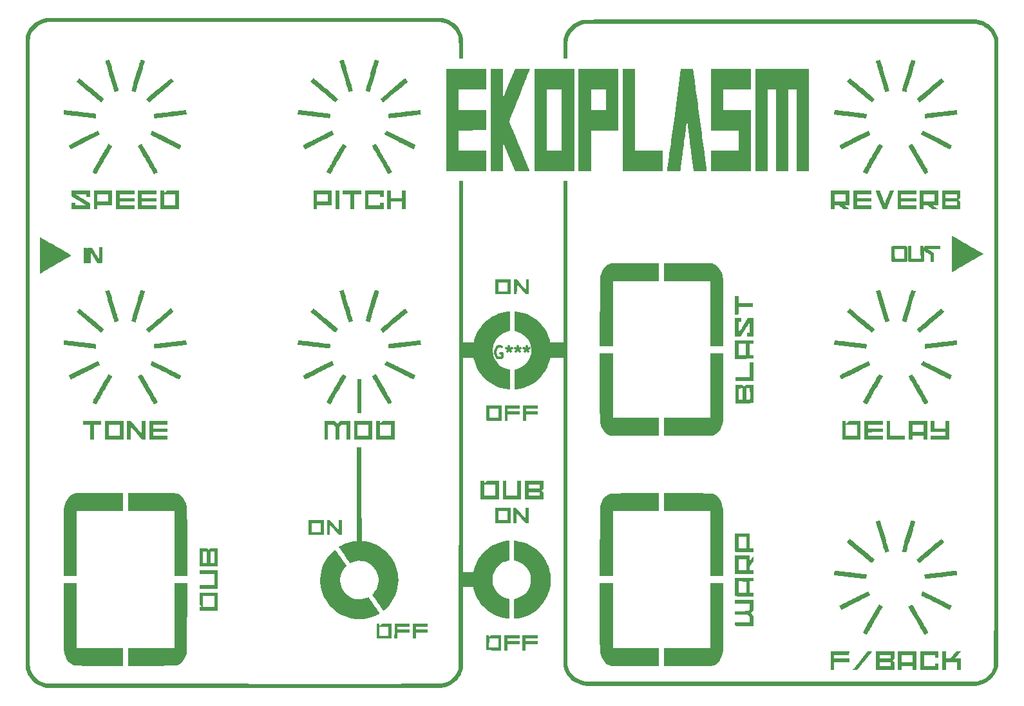
<source format=gbr>
%TF.GenerationSoftware,KiCad,Pcbnew,(6.0.7)*%
%TF.CreationDate,2023-11-07T16:40:30+11:00*%
%TF.ProjectId,Ekoplasm Kicad,456b6f70-6c61-4736-9d20-4b696361642e,rev?*%
%TF.SameCoordinates,Original*%
%TF.FileFunction,Legend,Top*%
%TF.FilePolarity,Positive*%
%FSLAX46Y46*%
G04 Gerber Fmt 4.6, Leading zero omitted, Abs format (unit mm)*
G04 Created by KiCad (PCBNEW (6.0.7)) date 2023-11-07 16:40:30*
%MOMM*%
%LPD*%
G01*
G04 APERTURE LIST*
%ADD10C,0.300000*%
G04 APERTURE END LIST*
D10*
%TO.C,G\u002A\u002A\u002A*%
X308257428Y-213688000D02*
X308112285Y-213615428D01*
X307894571Y-213615428D01*
X307676857Y-213688000D01*
X307531714Y-213833142D01*
X307459142Y-213978285D01*
X307386571Y-214268571D01*
X307386571Y-214486285D01*
X307459142Y-214776571D01*
X307531714Y-214921714D01*
X307676857Y-215066857D01*
X307894571Y-215139428D01*
X308039714Y-215139428D01*
X308257428Y-215066857D01*
X308330000Y-214994285D01*
X308330000Y-214486285D01*
X308039714Y-214486285D01*
X309200857Y-213615428D02*
X309200857Y-213978285D01*
X308838000Y-213833142D02*
X309200857Y-213978285D01*
X309563714Y-213833142D01*
X308983142Y-214268571D02*
X309200857Y-213978285D01*
X309418571Y-214268571D01*
X310362000Y-213615428D02*
X310362000Y-213978285D01*
X309999142Y-213833142D02*
X310362000Y-213978285D01*
X310724857Y-213833142D01*
X310144285Y-214268571D02*
X310362000Y-213978285D01*
X310579714Y-214268571D01*
X311523142Y-213615428D02*
X311523142Y-213978285D01*
X311160285Y-213833142D02*
X311523142Y-213978285D01*
X311886000Y-213833142D01*
X311305428Y-214268571D02*
X311523142Y-213978285D01*
X311740857Y-214268571D01*
G36*
X300531548Y-170420523D02*
G01*
X300942374Y-170534543D01*
X301327127Y-170687604D01*
X301683240Y-170877532D01*
X302008148Y-171102153D01*
X302299282Y-171359294D01*
X302554077Y-171646782D01*
X302769966Y-171962441D01*
X302944381Y-172304100D01*
X303034680Y-172540240D01*
X303066887Y-172640246D01*
X303094222Y-172735880D01*
X303117078Y-172832261D01*
X303135850Y-172934505D01*
X303150931Y-173047731D01*
X303162714Y-173177058D01*
X303171594Y-173327603D01*
X303177964Y-173504484D01*
X303182218Y-173712820D01*
X303184749Y-173957728D01*
X303185952Y-174244327D01*
X303186222Y-174510189D01*
X303186372Y-175753027D01*
X302639178Y-175738565D01*
X302625523Y-174388315D01*
X302611869Y-173038064D01*
X302541272Y-172808776D01*
X302413243Y-172477338D01*
X302242275Y-172170224D01*
X302031469Y-171890021D01*
X301783926Y-171639322D01*
X301502747Y-171420714D01*
X301191032Y-171236789D01*
X300851882Y-171090137D01*
X300488397Y-170983346D01*
X300313874Y-170948321D01*
X300297895Y-170946278D01*
X300273513Y-170944310D01*
X300239826Y-170942417D01*
X300195932Y-170940598D01*
X300140930Y-170938851D01*
X300073915Y-170937176D01*
X299993988Y-170935571D01*
X299900245Y-170934036D01*
X299791784Y-170932569D01*
X299667703Y-170931169D01*
X299527100Y-170929835D01*
X299369073Y-170928566D01*
X299192719Y-170927361D01*
X298997136Y-170926219D01*
X298781423Y-170925139D01*
X298544677Y-170924119D01*
X298285995Y-170923159D01*
X298004477Y-170922257D01*
X297699219Y-170921413D01*
X297369319Y-170920625D01*
X297013875Y-170919893D01*
X296631986Y-170919214D01*
X296222748Y-170918589D01*
X295785260Y-170918015D01*
X295318619Y-170917493D01*
X294821924Y-170917020D01*
X294294272Y-170916596D01*
X293734761Y-170916220D01*
X293142489Y-170915890D01*
X292516554Y-170915606D01*
X291856053Y-170915366D01*
X291160084Y-170915170D01*
X290427746Y-170915016D01*
X289658136Y-170914903D01*
X288850351Y-170914830D01*
X288003490Y-170914796D01*
X287116651Y-170914799D01*
X286188931Y-170914840D01*
X285219428Y-170914916D01*
X284207240Y-170915028D01*
X283151465Y-170915172D01*
X282051201Y-170915349D01*
X280905545Y-170915558D01*
X279713595Y-170915796D01*
X278474450Y-170916064D01*
X277187206Y-170916361D01*
X275850963Y-170916684D01*
X274464817Y-170917033D01*
X274312324Y-170917072D01*
X248530561Y-170923704D01*
X248314228Y-170981202D01*
X247940972Y-171102559D01*
X247596895Y-171259309D01*
X247284482Y-171449053D01*
X247006216Y-171669396D01*
X246764584Y-171917939D01*
X246562069Y-172192286D01*
X246401156Y-172490040D01*
X246284331Y-172808803D01*
X246242247Y-172980040D01*
X246240523Y-172991259D01*
X246238848Y-173008446D01*
X246237222Y-173032323D01*
X246235644Y-173063614D01*
X246234113Y-173103042D01*
X246232628Y-173151329D01*
X246231190Y-173209198D01*
X246229796Y-173277373D01*
X246228447Y-173356576D01*
X246227142Y-173447530D01*
X246225880Y-173550957D01*
X246224660Y-173667582D01*
X246223482Y-173798127D01*
X246222345Y-173943314D01*
X246221248Y-174103867D01*
X246220191Y-174280508D01*
X246219173Y-174473961D01*
X246218193Y-174684948D01*
X246217250Y-174914193D01*
X246216344Y-175162417D01*
X246215475Y-175430345D01*
X246214640Y-175718698D01*
X246213841Y-176028200D01*
X246213075Y-176359574D01*
X246212343Y-176713543D01*
X246211643Y-177090829D01*
X246210976Y-177492156D01*
X246210339Y-177918246D01*
X246209734Y-178369822D01*
X246209158Y-178847607D01*
X246208611Y-179352325D01*
X246208092Y-179884697D01*
X246207602Y-180445447D01*
X246207138Y-181035298D01*
X246206701Y-181654973D01*
X246206290Y-182305194D01*
X246205903Y-182986685D01*
X246205541Y-183700168D01*
X246205203Y-184446367D01*
X246204887Y-185226003D01*
X246204594Y-186039801D01*
X246204322Y-186888483D01*
X246204071Y-187772772D01*
X246203840Y-188693390D01*
X246203628Y-189651061D01*
X246203435Y-190646508D01*
X246203260Y-191680454D01*
X246203103Y-192753621D01*
X246202962Y-193866732D01*
X246202837Y-195020510D01*
X246202728Y-196215679D01*
X246202632Y-197452960D01*
X246202551Y-198733078D01*
X246202483Y-200056754D01*
X246202428Y-201424712D01*
X246202384Y-202837675D01*
X246202351Y-204296366D01*
X246202329Y-205801507D01*
X246202316Y-207353821D01*
X246202313Y-208954031D01*
X246202317Y-210602861D01*
X246202330Y-212301033D01*
X246202349Y-214049270D01*
X246202354Y-214455295D01*
X246202378Y-216206581D01*
X246202404Y-217907648D01*
X246202431Y-219559231D01*
X246202462Y-221162065D01*
X246202497Y-222716883D01*
X246202537Y-224224420D01*
X246202582Y-225685410D01*
X246202634Y-227100588D01*
X246202693Y-228470687D01*
X246202761Y-229796443D01*
X246202838Y-231078589D01*
X246202924Y-232317861D01*
X246203022Y-233514992D01*
X246203132Y-234670716D01*
X246203254Y-235785768D01*
X246203390Y-236860883D01*
X246203540Y-237896794D01*
X246203705Y-238894237D01*
X246203887Y-239853945D01*
X246204085Y-240776652D01*
X246204301Y-241663094D01*
X246204536Y-242514004D01*
X246204791Y-243330116D01*
X246205066Y-244112166D01*
X246205362Y-244860888D01*
X246205681Y-245577015D01*
X246206022Y-246261282D01*
X246206388Y-246914424D01*
X246206778Y-247537175D01*
X246207194Y-248130268D01*
X246207637Y-248694440D01*
X246208107Y-249230423D01*
X246208605Y-249738953D01*
X246209132Y-250220763D01*
X246209690Y-250676588D01*
X246210278Y-251107162D01*
X246210898Y-251513220D01*
X246211550Y-251895496D01*
X246212236Y-252254724D01*
X246212956Y-252591639D01*
X246213712Y-252906975D01*
X246214503Y-253201466D01*
X246215332Y-253475847D01*
X246216198Y-253730852D01*
X246217103Y-253967215D01*
X246218048Y-254185671D01*
X246219033Y-254386954D01*
X246220059Y-254571799D01*
X246221127Y-254740939D01*
X246222239Y-254895110D01*
X246223394Y-255035045D01*
X246224594Y-255161478D01*
X246225840Y-255275145D01*
X246227132Y-255376780D01*
X246228471Y-255467116D01*
X246229859Y-255546889D01*
X246231296Y-255616832D01*
X246232782Y-255677680D01*
X246234320Y-255730167D01*
X246235909Y-255775028D01*
X246237551Y-255812997D01*
X246239246Y-255844808D01*
X246240996Y-255871195D01*
X246242800Y-255892894D01*
X246244661Y-255910638D01*
X246246579Y-255925161D01*
X246248554Y-255937199D01*
X246250588Y-255947485D01*
X246251380Y-255951103D01*
X246351135Y-256283326D01*
X246495617Y-256593740D01*
X246682605Y-256880226D01*
X246909881Y-257140668D01*
X247175224Y-257372948D01*
X247476414Y-257574949D01*
X247811231Y-257744552D01*
X248177456Y-257879641D01*
X248314228Y-257918798D01*
X248530561Y-257976295D01*
X274312324Y-257982927D01*
X275703905Y-257983279D01*
X277045487Y-257983605D01*
X278337971Y-257983904D01*
X279582259Y-257984175D01*
X280779255Y-257984417D01*
X281929859Y-257984629D01*
X283034975Y-257984810D01*
X284095504Y-257984958D01*
X285112349Y-257985072D01*
X286086411Y-257985153D01*
X287018593Y-257985197D01*
X287909798Y-257985205D01*
X288760926Y-257985175D01*
X289572881Y-257985106D01*
X290346565Y-257984998D01*
X291082879Y-257984848D01*
X291782726Y-257984656D01*
X292447008Y-257984421D01*
X293076627Y-257984142D01*
X293672486Y-257983817D01*
X294235487Y-257983446D01*
X294766531Y-257983027D01*
X295266521Y-257982560D01*
X295736359Y-257982042D01*
X296176947Y-257981475D01*
X296589188Y-257980855D01*
X296973983Y-257980182D01*
X297332235Y-257979455D01*
X297664846Y-257978674D01*
X297972718Y-257977836D01*
X298256753Y-257976940D01*
X298517853Y-257975986D01*
X298756921Y-257974973D01*
X298974859Y-257973899D01*
X299172569Y-257972764D01*
X299350953Y-257971566D01*
X299510913Y-257970304D01*
X299653352Y-257968977D01*
X299779171Y-257967585D01*
X299889273Y-257966125D01*
X299984560Y-257964597D01*
X300065934Y-257963000D01*
X300134297Y-257961332D01*
X300190552Y-257959593D01*
X300235600Y-257957782D01*
X300270344Y-257955897D01*
X300295686Y-257953937D01*
X300312528Y-257951902D01*
X300313874Y-257951678D01*
X300688345Y-257863857D01*
X301039705Y-257734807D01*
X301364906Y-257567074D01*
X301660899Y-257363201D01*
X301924635Y-257125735D01*
X302153068Y-256857219D01*
X302343149Y-256560200D01*
X302491829Y-256237222D01*
X302542201Y-256091223D01*
X302613727Y-255861935D01*
X302620160Y-223831695D01*
X302626593Y-191801454D01*
X303186372Y-191801454D01*
X303186372Y-213100568D01*
X303877520Y-213093789D01*
X304568668Y-213087011D01*
X304638811Y-212819508D01*
X304791432Y-212335310D01*
X304988241Y-211873600D01*
X305226749Y-211436822D01*
X305504469Y-211027425D01*
X305818912Y-210647854D01*
X306167590Y-210300556D01*
X306548016Y-209987978D01*
X306957702Y-209712566D01*
X307394159Y-209476767D01*
X307854899Y-209283026D01*
X308337435Y-209133792D01*
X308403807Y-209117262D01*
X308570065Y-209079544D01*
X308734056Y-209048210D01*
X308911959Y-209020551D01*
X309119952Y-208993854D01*
X309186423Y-208986109D01*
X309320040Y-208970812D01*
X309320000Y-210277357D01*
X309319961Y-211583901D01*
X309037152Y-211652173D01*
X308688141Y-211761344D01*
X308366445Y-211912674D01*
X308074248Y-212104012D01*
X307813736Y-212333207D01*
X307587095Y-212598105D01*
X307396510Y-212896557D01*
X307244166Y-213226410D01*
X307152249Y-213507933D01*
X307119841Y-213670929D01*
X307099384Y-213867329D01*
X307090895Y-214081707D01*
X307094392Y-214298639D01*
X307109893Y-214502702D01*
X307137415Y-214678471D01*
X307150846Y-214733970D01*
X307268667Y-215074909D01*
X307427145Y-215391545D01*
X307622865Y-215680347D01*
X307852416Y-215937783D01*
X308112383Y-216160323D01*
X308399354Y-216344435D01*
X308709915Y-216486588D01*
X308906490Y-216550362D01*
X309019240Y-216580343D01*
X309125135Y-216606432D01*
X309206162Y-216624253D01*
X309224599Y-216627612D01*
X309320040Y-216643281D01*
X309320040Y-219265490D01*
X309173697Y-219250220D01*
X308645601Y-219171322D01*
X308140722Y-219047390D01*
X307659619Y-218878687D01*
X307202852Y-218665476D01*
X306770979Y-218408022D01*
X306364559Y-218106587D01*
X305984153Y-217761435D01*
X305958343Y-217735472D01*
X305618191Y-217355063D01*
X305318219Y-216944423D01*
X305060245Y-216506813D01*
X304846088Y-216045494D01*
X304677567Y-215563725D01*
X304612540Y-215322567D01*
X304555025Y-215086910D01*
X303186372Y-215086910D01*
X303186372Y-243263841D01*
X303854459Y-243263717D01*
X304522545Y-243263594D01*
X304578050Y-243025280D01*
X304687571Y-242644268D01*
X304838568Y-242255098D01*
X305025450Y-241869011D01*
X305242627Y-241497248D01*
X305484505Y-241151051D01*
X305554727Y-241061677D01*
X305895089Y-240679580D01*
X306267458Y-240336254D01*
X306669298Y-240033044D01*
X307098072Y-239771297D01*
X307551244Y-239552361D01*
X308026279Y-239377580D01*
X308520639Y-239248303D01*
X309031787Y-239165874D01*
X309148246Y-239153977D01*
X309269138Y-239142918D01*
X309269138Y-241757119D01*
X309122795Y-241786556D01*
X308893935Y-241839787D01*
X308693686Y-241903332D01*
X308512173Y-241978489D01*
X308201412Y-242148349D01*
X307919804Y-242358164D01*
X307670550Y-242604057D01*
X307456847Y-242882152D01*
X307281895Y-243188572D01*
X307148894Y-243519440D01*
X307099846Y-243689952D01*
X307067973Y-243861359D01*
X307048352Y-244063124D01*
X307040976Y-244279942D01*
X307045843Y-244496509D01*
X307062948Y-244697520D01*
X307092285Y-244867671D01*
X307100205Y-244898802D01*
X307216493Y-245242357D01*
X307369765Y-245553395D01*
X307563256Y-245837541D01*
X307779080Y-246079553D01*
X308050038Y-246316068D01*
X308344444Y-246509311D01*
X308658685Y-246657373D01*
X308989148Y-246758342D01*
X309107826Y-246782176D01*
X309269138Y-246810295D01*
X309269138Y-248119716D01*
X309269055Y-248411922D01*
X309268715Y-248657249D01*
X309267978Y-248859771D01*
X309266706Y-249023561D01*
X309264761Y-249152694D01*
X309262003Y-249251243D01*
X309258294Y-249323281D01*
X309253496Y-249372883D01*
X309247470Y-249404123D01*
X309240077Y-249421073D01*
X309231178Y-249427809D01*
X309224599Y-249428640D01*
X309181835Y-249425189D01*
X309101331Y-249416256D01*
X308995773Y-249403313D01*
X308909355Y-249392068D01*
X308398859Y-249299133D01*
X307907988Y-249159634D01*
X307438644Y-248974772D01*
X306992729Y-248745746D01*
X306572147Y-248473758D01*
X306178801Y-248160010D01*
X305814594Y-247805701D01*
X305481427Y-247412032D01*
X305245276Y-247079856D01*
X305052766Y-246755731D01*
X304876764Y-246397563D01*
X304724138Y-246021339D01*
X304601757Y-245643048D01*
X304560849Y-245486660D01*
X304503848Y-245251003D01*
X303186372Y-245251003D01*
X303186222Y-250441825D01*
X303186222Y-251634426D01*
X303186166Y-252159696D01*
X303186000Y-252640492D01*
X303185667Y-253078973D01*
X303185114Y-253477299D01*
X303184283Y-253837629D01*
X303183121Y-254162122D01*
X303181572Y-254452939D01*
X303179580Y-254712238D01*
X303177091Y-254942179D01*
X303174048Y-255144923D01*
X303170397Y-255322627D01*
X303166082Y-255477452D01*
X303161049Y-255611557D01*
X303155241Y-255727101D01*
X303148603Y-255826245D01*
X303141081Y-255911148D01*
X303132619Y-255983968D01*
X303123161Y-256046867D01*
X303112652Y-256102002D01*
X303101037Y-256151534D01*
X303088261Y-256197623D01*
X303074268Y-256242426D01*
X303059004Y-256288105D01*
X303042412Y-256336819D01*
X303034680Y-256359759D01*
X302888478Y-256718068D01*
X302699207Y-257051358D01*
X302469205Y-257357641D01*
X302200809Y-257634926D01*
X301896358Y-257881225D01*
X301558188Y-258094547D01*
X301188638Y-258272904D01*
X300790045Y-258414306D01*
X300544543Y-258479050D01*
X300297695Y-258536300D01*
X274490481Y-258540529D01*
X273068558Y-258540752D01*
X271696719Y-258540945D01*
X270374147Y-258541108D01*
X269100024Y-258541240D01*
X267873531Y-258541340D01*
X266693851Y-258541406D01*
X265560167Y-258541439D01*
X264471661Y-258541437D01*
X263427514Y-258541400D01*
X262426910Y-258541326D01*
X261469030Y-258541214D01*
X260553057Y-258541065D01*
X259678174Y-258540876D01*
X258843561Y-258540647D01*
X258048402Y-258540377D01*
X257291880Y-258540065D01*
X256573175Y-258539710D01*
X255891471Y-258539312D01*
X255245949Y-258538869D01*
X254635793Y-258538380D01*
X254060183Y-258537846D01*
X253518304Y-258537264D01*
X253009336Y-258536634D01*
X252532462Y-258535955D01*
X252086864Y-258535226D01*
X251671726Y-258534446D01*
X251286228Y-258533615D01*
X250929553Y-258532731D01*
X250600884Y-258531793D01*
X250299402Y-258530802D01*
X250024291Y-258529755D01*
X249774731Y-258528652D01*
X249549907Y-258527491D01*
X249348999Y-258526273D01*
X249171190Y-258524997D01*
X249015663Y-258523660D01*
X248881599Y-258522263D01*
X248768181Y-258520804D01*
X248674592Y-258519284D01*
X248600013Y-258517699D01*
X248543626Y-258516051D01*
X248504615Y-258514338D01*
X248482161Y-258512559D01*
X248479659Y-258512207D01*
X248070794Y-258423777D01*
X247683610Y-258294080D01*
X247320929Y-258125661D01*
X246985576Y-257921061D01*
X246680375Y-257682824D01*
X246408148Y-257413494D01*
X246171721Y-257115613D01*
X245973915Y-256791726D01*
X245817556Y-256444374D01*
X245705466Y-256076102D01*
X245688139Y-255997904D01*
X245686635Y-255965284D01*
X245685162Y-255882746D01*
X245683720Y-255751324D01*
X245682308Y-255572054D01*
X245680928Y-255345969D01*
X245679578Y-255074105D01*
X245678259Y-254757496D01*
X245676971Y-254397177D01*
X245675714Y-253994183D01*
X245674487Y-253549548D01*
X245673292Y-253064307D01*
X245672127Y-252539495D01*
X245670993Y-251976146D01*
X245669890Y-251375296D01*
X245668818Y-250737978D01*
X245667777Y-250065227D01*
X245666767Y-249358079D01*
X245665787Y-248617567D01*
X245664839Y-247844727D01*
X245663921Y-247040593D01*
X245663034Y-246206200D01*
X245662178Y-245342583D01*
X245661353Y-244450776D01*
X245660558Y-243531813D01*
X245659795Y-242586731D01*
X245659062Y-241616562D01*
X245658360Y-240622343D01*
X245657689Y-239605107D01*
X245657049Y-238565890D01*
X245656440Y-237505726D01*
X245655862Y-236425650D01*
X245655314Y-235326696D01*
X245654797Y-234209899D01*
X245654312Y-233076294D01*
X245653857Y-231926915D01*
X245653432Y-230762797D01*
X245653039Y-229584976D01*
X245652677Y-228394485D01*
X245652345Y-227192359D01*
X245652045Y-225979633D01*
X245651775Y-224757342D01*
X245651536Y-223526520D01*
X245651328Y-222288202D01*
X245651150Y-221043422D01*
X245651004Y-219793216D01*
X245650889Y-218538618D01*
X245650804Y-217280663D01*
X245650750Y-216020385D01*
X245650727Y-214758820D01*
X245650735Y-213497001D01*
X245650774Y-212235963D01*
X245650843Y-210976742D01*
X245650944Y-209720371D01*
X245651075Y-208467886D01*
X245651237Y-207220321D01*
X245651430Y-205978712D01*
X245651654Y-204744091D01*
X245651909Y-203517495D01*
X245652194Y-202299958D01*
X245652511Y-201092515D01*
X245652858Y-199896200D01*
X245653236Y-198712048D01*
X245653645Y-197541094D01*
X245654085Y-196384372D01*
X245654556Y-195242917D01*
X245655057Y-194117764D01*
X245655590Y-193009947D01*
X245656153Y-191920501D01*
X245656747Y-190850462D01*
X245657372Y-189800863D01*
X245658028Y-188772739D01*
X245658715Y-187767124D01*
X245659432Y-186785055D01*
X245660181Y-185827565D01*
X245660960Y-184895688D01*
X245661770Y-183990461D01*
X245662611Y-183112916D01*
X245663483Y-182264090D01*
X245664386Y-181445016D01*
X245665319Y-180656730D01*
X245666283Y-179900265D01*
X245667279Y-179176658D01*
X245668305Y-178486942D01*
X245669362Y-177832152D01*
X245670450Y-177213323D01*
X245671568Y-176631489D01*
X245672718Y-176087685D01*
X245673898Y-175582947D01*
X245675109Y-175118308D01*
X245676352Y-174694803D01*
X245677625Y-174313467D01*
X245678928Y-173975335D01*
X245680263Y-173681441D01*
X245681629Y-173432819D01*
X245683025Y-173230506D01*
X245684452Y-173075535D01*
X245685910Y-172968941D01*
X245687399Y-172911759D01*
X245688139Y-172902095D01*
X245790712Y-172531440D01*
X245939508Y-172178105D01*
X246131749Y-171845622D01*
X246364656Y-171537520D01*
X246635450Y-171257329D01*
X246941353Y-171008581D01*
X247279586Y-170794805D01*
X247394347Y-170734283D01*
X247598444Y-170642150D01*
X247833389Y-170553545D01*
X248079240Y-170475328D01*
X248316051Y-170414355D01*
X248339679Y-170409212D01*
X248352442Y-170406745D01*
X248367815Y-170404368D01*
X248386726Y-170402079D01*
X248410103Y-170399876D01*
X248438874Y-170397757D01*
X248473967Y-170395720D01*
X248516310Y-170393765D01*
X248566830Y-170391890D01*
X248626456Y-170390092D01*
X248696115Y-170388370D01*
X248776735Y-170386722D01*
X248869243Y-170385148D01*
X248974569Y-170383644D01*
X249093639Y-170382211D01*
X249227382Y-170380845D01*
X249376725Y-170379545D01*
X249542597Y-170378310D01*
X249725924Y-170377138D01*
X249927636Y-170376028D01*
X250148659Y-170374977D01*
X250389922Y-170373984D01*
X250652352Y-170373048D01*
X250936877Y-170372166D01*
X251244426Y-170371338D01*
X251575926Y-170370561D01*
X251932305Y-170369834D01*
X252314491Y-170369155D01*
X252723411Y-170368522D01*
X253159994Y-170367935D01*
X253625167Y-170367391D01*
X254119859Y-170366888D01*
X254644996Y-170366425D01*
X255201507Y-170366001D01*
X255790321Y-170365614D01*
X256412363Y-170365261D01*
X257068564Y-170364942D01*
X257759849Y-170364655D01*
X258487148Y-170364398D01*
X259251388Y-170364169D01*
X260053497Y-170363967D01*
X260894402Y-170363791D01*
X261775032Y-170363638D01*
X262696315Y-170363506D01*
X263659178Y-170363395D01*
X264664549Y-170363303D01*
X265713357Y-170363228D01*
X266806528Y-170363168D01*
X267944991Y-170363122D01*
X269129673Y-170363088D01*
X270361504Y-170363064D01*
X271641409Y-170363049D01*
X272970318Y-170363041D01*
X274349157Y-170363039D01*
X300272244Y-170363039D01*
X300531548Y-170420523D01*
G37*
G36*
X370933632Y-170651539D02*
G01*
X371264741Y-170737801D01*
X371562410Y-170842816D01*
X371842683Y-170973393D01*
X372121604Y-171136343D01*
X372205873Y-171191526D01*
X372517026Y-171429566D01*
X372792912Y-171701920D01*
X373030936Y-172004627D01*
X373228508Y-172333729D01*
X373383033Y-172685267D01*
X373491921Y-173055282D01*
X373520714Y-173199453D01*
X373522323Y-173212969D01*
X373523885Y-173235258D01*
X373525403Y-173267030D01*
X373526876Y-173308998D01*
X373528305Y-173361873D01*
X373529691Y-173426365D01*
X373531034Y-173503187D01*
X373532335Y-173593050D01*
X373533594Y-173696664D01*
X373534813Y-173814742D01*
X373535992Y-173947995D01*
X373537131Y-174097133D01*
X373538232Y-174262868D01*
X373539295Y-174445913D01*
X373540320Y-174646977D01*
X373541308Y-174866772D01*
X373542260Y-175106010D01*
X373543176Y-175365401D01*
X373544058Y-175645658D01*
X373544905Y-175947492D01*
X373545719Y-176271613D01*
X373546500Y-176618733D01*
X373547248Y-176989564D01*
X373547965Y-177384817D01*
X373548650Y-177805203D01*
X373549306Y-178251433D01*
X373549931Y-178724219D01*
X373550528Y-179224272D01*
X373551096Y-179752304D01*
X373551636Y-180309025D01*
X373552149Y-180895147D01*
X373552635Y-181511382D01*
X373553096Y-182158440D01*
X373553532Y-182837034D01*
X373553942Y-183547874D01*
X373554329Y-184291671D01*
X373554693Y-185069138D01*
X373555034Y-185880984D01*
X373555353Y-186727923D01*
X373555651Y-187610664D01*
X373555928Y-188529920D01*
X373556185Y-189486401D01*
X373556422Y-190480820D01*
X373556641Y-191513886D01*
X373556842Y-192586312D01*
X373557025Y-193698809D01*
X373557191Y-194852089D01*
X373557341Y-196046861D01*
X373557476Y-197283839D01*
X373557596Y-198563733D01*
X373557701Y-199887254D01*
X373557793Y-201255115D01*
X373557872Y-202668025D01*
X373557938Y-204126697D01*
X373557993Y-205631842D01*
X373558037Y-207184170D01*
X373558071Y-208784395D01*
X373558095Y-210433226D01*
X373558109Y-212131375D01*
X373558116Y-213879554D01*
X373558116Y-214410633D01*
X373558113Y-216162930D01*
X373558105Y-217865002D01*
X373558090Y-219517578D01*
X373558068Y-221121386D01*
X373558038Y-222677155D01*
X373558000Y-224185613D01*
X373557952Y-225647489D01*
X373557894Y-227063510D01*
X373557825Y-228434405D01*
X373557745Y-229760902D01*
X373557653Y-231043730D01*
X373557547Y-232283617D01*
X373557428Y-233481292D01*
X373557294Y-234637483D01*
X373557145Y-235752918D01*
X373556981Y-236828325D01*
X373556799Y-237864434D01*
X373556601Y-238861971D01*
X373556384Y-239821667D01*
X373556148Y-240744248D01*
X373555893Y-241630444D01*
X373555618Y-242480982D01*
X373555321Y-243296592D01*
X373555003Y-244078001D01*
X373554662Y-244825938D01*
X373554299Y-245541131D01*
X373553911Y-246224309D01*
X373553499Y-246876200D01*
X373553061Y-247497532D01*
X373552597Y-248089034D01*
X373552107Y-248651433D01*
X373551589Y-249185459D01*
X373551042Y-249691840D01*
X373550467Y-250171304D01*
X373549862Y-250624579D01*
X373549227Y-251052395D01*
X373548560Y-251455478D01*
X373547861Y-251834558D01*
X373547130Y-252190363D01*
X373546366Y-252523621D01*
X373545567Y-252835061D01*
X373544734Y-253125411D01*
X373543865Y-253395399D01*
X373542959Y-253645754D01*
X373542017Y-253877204D01*
X373541037Y-254090478D01*
X373540019Y-254286303D01*
X373538961Y-254465409D01*
X373537864Y-254628523D01*
X373536726Y-254776374D01*
X373535546Y-254909690D01*
X373534325Y-255029200D01*
X373533061Y-255135632D01*
X373531753Y-255229714D01*
X373530401Y-255312175D01*
X373529003Y-255383743D01*
X373527561Y-255445147D01*
X373526071Y-255497114D01*
X373524535Y-255540373D01*
X373522950Y-255575654D01*
X373521317Y-255603682D01*
X373519635Y-255625189D01*
X373517903Y-255640901D01*
X373516940Y-255647266D01*
X373427945Y-256018238D01*
X373292129Y-256371919D01*
X373111446Y-256705597D01*
X372887851Y-257016557D01*
X372623297Y-257302087D01*
X372319737Y-257559475D01*
X371979126Y-257786007D01*
X371974999Y-257788423D01*
X371644394Y-257954415D01*
X371281709Y-258086019D01*
X370894277Y-258181088D01*
X370489433Y-258237477D01*
X370421934Y-258242881D01*
X370380289Y-258244044D01*
X370289073Y-258245177D01*
X370149615Y-258246280D01*
X369963246Y-258247352D01*
X369731296Y-258248395D01*
X369455096Y-258249407D01*
X369135974Y-258250389D01*
X368775262Y-258251341D01*
X368374290Y-258252263D01*
X367934388Y-258253154D01*
X367456886Y-258254015D01*
X366943115Y-258254846D01*
X366394404Y-258255647D01*
X365812084Y-258256417D01*
X365197484Y-258257157D01*
X364551936Y-258257866D01*
X363876769Y-258258545D01*
X363173314Y-258259194D01*
X362442900Y-258259812D01*
X361686858Y-258260400D01*
X360906519Y-258260957D01*
X360103211Y-258261484D01*
X359278267Y-258261981D01*
X358433014Y-258262447D01*
X357568785Y-258262882D01*
X356686909Y-258263287D01*
X355788716Y-258263661D01*
X354875537Y-258264005D01*
X353948701Y-258264318D01*
X353009539Y-258264601D01*
X352059381Y-258264853D01*
X351099558Y-258265074D01*
X350131399Y-258265265D01*
X349156234Y-258265424D01*
X348175395Y-258265554D01*
X347190210Y-258265652D01*
X346202011Y-258265720D01*
X345212127Y-258265757D01*
X344221888Y-258265763D01*
X343232626Y-258265738D01*
X342245669Y-258265683D01*
X341262349Y-258265596D01*
X340283995Y-258265479D01*
X339311938Y-258265331D01*
X338347507Y-258265152D01*
X337392034Y-258264942D01*
X336446847Y-258264702D01*
X335513278Y-258264430D01*
X334592657Y-258264127D01*
X333686313Y-258263794D01*
X332795578Y-258263429D01*
X331921780Y-258263033D01*
X331066251Y-258262606D01*
X330230320Y-258262149D01*
X329415318Y-258261660D01*
X328622575Y-258261140D01*
X327853422Y-258260589D01*
X327109187Y-258260007D01*
X326391202Y-258259393D01*
X325700797Y-258258749D01*
X325039301Y-258258073D01*
X324408046Y-258257366D01*
X323808361Y-258256628D01*
X323241577Y-258255859D01*
X322709023Y-258255058D01*
X322212030Y-258254226D01*
X321751928Y-258253363D01*
X321330048Y-258252469D01*
X320947719Y-258251543D01*
X320606271Y-258250586D01*
X320307036Y-258249597D01*
X320051342Y-258248577D01*
X319840521Y-258247526D01*
X319675902Y-258246443D01*
X319558816Y-258245329D01*
X319490593Y-258244184D01*
X319474950Y-258243581D01*
X319063183Y-258192135D01*
X318666574Y-258096246D01*
X318288767Y-257958240D01*
X317933402Y-257780439D01*
X317604121Y-257565169D01*
X317304566Y-257314753D01*
X317038379Y-257031516D01*
X316809201Y-256717783D01*
X316653062Y-256442628D01*
X316573627Y-256263324D01*
X316497235Y-256053044D01*
X316430731Y-255831621D01*
X316400555Y-255711005D01*
X316398045Y-255697474D01*
X316395635Y-255678441D01*
X316393322Y-255652865D01*
X316391105Y-255619705D01*
X316388981Y-255577922D01*
X316386947Y-255526473D01*
X316385000Y-255464318D01*
X316383139Y-255390418D01*
X316381361Y-255303731D01*
X316379663Y-255203216D01*
X316378043Y-255087833D01*
X316376499Y-254956541D01*
X316375027Y-254808301D01*
X316373625Y-254642070D01*
X316372292Y-254456808D01*
X316371023Y-254251475D01*
X316369818Y-254025030D01*
X316368673Y-253776433D01*
X316367585Y-253504642D01*
X316366553Y-253208618D01*
X316365574Y-252887319D01*
X316364646Y-252539705D01*
X316363765Y-252164735D01*
X316362929Y-251761369D01*
X316362137Y-251328566D01*
X316361385Y-250865285D01*
X316360670Y-250370485D01*
X316359992Y-249843127D01*
X316359346Y-249282169D01*
X316358730Y-248686571D01*
X316358143Y-248055291D01*
X316357580Y-247387291D01*
X316357041Y-246681528D01*
X316356522Y-245936962D01*
X316356021Y-245152553D01*
X316355536Y-244327259D01*
X316355063Y-243460041D01*
X316354601Y-242549858D01*
X316354147Y-241595668D01*
X316353698Y-240596432D01*
X316353252Y-239551108D01*
X316352807Y-238458657D01*
X316352360Y-237318037D01*
X316351908Y-236128207D01*
X316351599Y-235296088D01*
X316344141Y-215061434D01*
X314671685Y-215061434D01*
X314639232Y-215220662D01*
X314597896Y-215390399D01*
X314538338Y-215590551D01*
X314465765Y-215806294D01*
X314385387Y-216022810D01*
X314302412Y-216225277D01*
X314232777Y-216377212D01*
X313986592Y-216822989D01*
X313699164Y-217240297D01*
X313373149Y-217626456D01*
X313011204Y-217978788D01*
X312615986Y-218294614D01*
X312190150Y-218571255D01*
X311903306Y-218726238D01*
X311499718Y-218907576D01*
X311087618Y-219050656D01*
X310656861Y-219158347D01*
X310197302Y-219233522D01*
X310051753Y-219250220D01*
X309905411Y-219265490D01*
X309905450Y-217959600D01*
X309905489Y-216653711D01*
X310188299Y-216585439D01*
X310536521Y-216476343D01*
X310858114Y-216324782D01*
X311150702Y-216133088D01*
X311411905Y-215903594D01*
X311639347Y-215638633D01*
X311830651Y-215340539D01*
X311983437Y-215011644D01*
X312074484Y-214734710D01*
X312104016Y-214586203D01*
X312123391Y-214402978D01*
X312132599Y-214199655D01*
X312131634Y-213990855D01*
X312120488Y-213791198D01*
X312099152Y-213615305D01*
X312075126Y-213502902D01*
X311956191Y-213155494D01*
X311800401Y-212841208D01*
X311605145Y-212555471D01*
X311407811Y-212333248D01*
X311140560Y-212097922D01*
X310848443Y-211906451D01*
X310529427Y-211757701D01*
X310188299Y-211652173D01*
X309905489Y-211583901D01*
X309905450Y-210278012D01*
X309905411Y-208972122D01*
X310051753Y-208987392D01*
X310524117Y-209053793D01*
X310964897Y-209152323D01*
X311384163Y-209285818D01*
X311791984Y-209457119D01*
X311895175Y-209507100D01*
X312344403Y-209758327D01*
X312761715Y-210048890D01*
X313145572Y-210377233D01*
X313494431Y-210741806D01*
X313806752Y-211141053D01*
X314080992Y-211573423D01*
X314234506Y-211864142D01*
X314300811Y-212008895D01*
X314370542Y-212177225D01*
X314439567Y-212357506D01*
X314503754Y-212538111D01*
X314558972Y-212707411D01*
X314601090Y-212853779D01*
X314625974Y-212965589D01*
X314626041Y-212965998D01*
X314643752Y-213074272D01*
X316344489Y-213074272D01*
X316344489Y-191801454D01*
X316904247Y-191801454D01*
X316910690Y-223666098D01*
X316917134Y-255530742D01*
X316974657Y-255734553D01*
X317096245Y-256074817D01*
X317260451Y-256389099D01*
X317464977Y-256675386D01*
X317707525Y-256931666D01*
X317985795Y-257155928D01*
X318297490Y-257346160D01*
X318640310Y-257500349D01*
X319011957Y-257616485D01*
X319164199Y-257651025D01*
X319177559Y-257653454D01*
X319194004Y-257655795D01*
X319214467Y-257658048D01*
X319239878Y-257660217D01*
X319271172Y-257662302D01*
X319309279Y-257664306D01*
X319355132Y-257666229D01*
X319409663Y-257668074D01*
X319473804Y-257669841D01*
X319548487Y-257671534D01*
X319634645Y-257673152D01*
X319733209Y-257674699D01*
X319845112Y-257676175D01*
X319971286Y-257677583D01*
X320112664Y-257678923D01*
X320270176Y-257680198D01*
X320444755Y-257681408D01*
X320637335Y-257682557D01*
X320848845Y-257683645D01*
X321080220Y-257684674D01*
X321332390Y-257685646D01*
X321606289Y-257686562D01*
X321902848Y-257687424D01*
X322222999Y-257688233D01*
X322567675Y-257688992D01*
X322937807Y-257689701D01*
X323334328Y-257690363D01*
X323758171Y-257690979D01*
X324210266Y-257691551D01*
X324691547Y-257692080D01*
X325202945Y-257692568D01*
X325745392Y-257693017D01*
X326319822Y-257693428D01*
X326927165Y-257693803D01*
X327568354Y-257694143D01*
X328244322Y-257694451D01*
X328955999Y-257694727D01*
X329704320Y-257694974D01*
X330490214Y-257695193D01*
X331314616Y-257695385D01*
X332178457Y-257695553D01*
X333082668Y-257695698D01*
X334028183Y-257695821D01*
X335015933Y-257695925D01*
X336046851Y-257696010D01*
X337121868Y-257696079D01*
X338241917Y-257696134D01*
X339407931Y-257696174D01*
X340620840Y-257696204D01*
X341881577Y-257696223D01*
X343191075Y-257696234D01*
X344550266Y-257696238D01*
X344964028Y-257696238D01*
X346337968Y-257696236D01*
X347661939Y-257696227D01*
X348936874Y-257696211D01*
X350163704Y-257696186D01*
X351343363Y-257696150D01*
X352476783Y-257696101D01*
X353564897Y-257696038D01*
X354608637Y-257695959D01*
X355608935Y-257695863D01*
X356566726Y-257695747D01*
X357482940Y-257695611D01*
X358358511Y-257695452D01*
X359194371Y-257695269D01*
X359991453Y-257695061D01*
X360750690Y-257694825D01*
X361473013Y-257694560D01*
X362159356Y-257694264D01*
X362810651Y-257693936D01*
X363427831Y-257693574D01*
X364011828Y-257693177D01*
X364563575Y-257692742D01*
X365084005Y-257692269D01*
X365574049Y-257691755D01*
X366034641Y-257691198D01*
X366466714Y-257690598D01*
X366871199Y-257689952D01*
X367249030Y-257689260D01*
X367601138Y-257688518D01*
X367928458Y-257687726D01*
X368231920Y-257686882D01*
X368512458Y-257685985D01*
X368771004Y-257685031D01*
X369008492Y-257684021D01*
X369225852Y-257682953D01*
X369424019Y-257681824D01*
X369603925Y-257680633D01*
X369766502Y-257679379D01*
X369912682Y-257678059D01*
X370043399Y-257676672D01*
X370159586Y-257675217D01*
X370262173Y-257673692D01*
X370352095Y-257672095D01*
X370430284Y-257670425D01*
X370497671Y-257668679D01*
X370555191Y-257666857D01*
X370603776Y-257664956D01*
X370644357Y-257662976D01*
X370677868Y-257660913D01*
X370705242Y-257658768D01*
X370727410Y-257656537D01*
X370745306Y-257654220D01*
X370759861Y-257651814D01*
X370765513Y-257650714D01*
X370951016Y-257605921D01*
X371150554Y-257546004D01*
X371344710Y-257477464D01*
X371514064Y-257406803D01*
X371560220Y-257384619D01*
X371818391Y-257233781D01*
X372071656Y-257045910D01*
X372305636Y-256833068D01*
X372505953Y-256607321D01*
X372540252Y-256562305D01*
X372644050Y-256403887D01*
X372746829Y-256214886D01*
X372839205Y-256014811D01*
X372911799Y-255823171D01*
X372938292Y-255734553D01*
X372940297Y-255726089D01*
X372942245Y-255715584D01*
X372944135Y-255702303D01*
X372945970Y-255685514D01*
X372947750Y-255664481D01*
X372949475Y-255638470D01*
X372951147Y-255606747D01*
X372952767Y-255568578D01*
X372954335Y-255523228D01*
X372955852Y-255469964D01*
X372957319Y-255408050D01*
X372958736Y-255336754D01*
X372960106Y-255255339D01*
X372961428Y-255163073D01*
X372962703Y-255059221D01*
X372963932Y-254943049D01*
X372965116Y-254813822D01*
X372966257Y-254670806D01*
X372967353Y-254513268D01*
X372968408Y-254340472D01*
X372969420Y-254151685D01*
X372970392Y-253946172D01*
X372971324Y-253723198D01*
X372972217Y-253482031D01*
X372973071Y-253221935D01*
X372973888Y-252942177D01*
X372974669Y-252642021D01*
X372975413Y-252320735D01*
X372976123Y-251977582D01*
X372976798Y-251611830D01*
X372977441Y-251222744D01*
X372978050Y-250809590D01*
X372978629Y-250371634D01*
X372979176Y-249908140D01*
X372979694Y-249418376D01*
X372980182Y-248901606D01*
X372980642Y-248357097D01*
X372981075Y-247784115D01*
X372981481Y-247181924D01*
X372981862Y-246549791D01*
X372982217Y-245886982D01*
X372982549Y-245192762D01*
X372982857Y-244466397D01*
X372983143Y-243707153D01*
X372983407Y-242914295D01*
X372983651Y-242087090D01*
X372983875Y-241224803D01*
X372984080Y-240326699D01*
X372984266Y-239392045D01*
X372984436Y-238420107D01*
X372984588Y-237410149D01*
X372984725Y-236361439D01*
X372984848Y-235273241D01*
X372984956Y-234144821D01*
X372985051Y-232975446D01*
X372985134Y-231764380D01*
X372985205Y-230510890D01*
X372985266Y-229214241D01*
X372985316Y-227873699D01*
X372985358Y-226488530D01*
X372985392Y-225058000D01*
X372985418Y-223581374D01*
X372985438Y-222057918D01*
X372985453Y-220486898D01*
X372985462Y-218867579D01*
X372985468Y-217199228D01*
X372985470Y-215481110D01*
X372985471Y-214399047D01*
X372985471Y-173241875D01*
X372915249Y-173017770D01*
X372784533Y-172683243D01*
X372611584Y-172374810D01*
X372399197Y-172094810D01*
X372150170Y-171845581D01*
X371867300Y-171629462D01*
X371553384Y-171448792D01*
X371211218Y-171305908D01*
X370843600Y-171203151D01*
X370714994Y-171178064D01*
X370699102Y-171176004D01*
X370674850Y-171174019D01*
X370641332Y-171172106D01*
X370597641Y-171170266D01*
X370542872Y-171168496D01*
X370476116Y-171166795D01*
X370396468Y-171165162D01*
X370303021Y-171163596D01*
X370194868Y-171162095D01*
X370071102Y-171160657D01*
X369930818Y-171159282D01*
X369773107Y-171157967D01*
X369597064Y-171156713D01*
X369401781Y-171155517D01*
X369186353Y-171154378D01*
X368949873Y-171153295D01*
X368691433Y-171152266D01*
X368410127Y-171151291D01*
X368105049Y-171150367D01*
X367775291Y-171149493D01*
X367419948Y-171148669D01*
X367038113Y-171147892D01*
X366628878Y-171147162D01*
X366191337Y-171146477D01*
X365724584Y-171145835D01*
X365227712Y-171145236D01*
X364699813Y-171144678D01*
X364139983Y-171144160D01*
X363547313Y-171143679D01*
X362920898Y-171143236D01*
X362259830Y-171142829D01*
X361563202Y-171142456D01*
X360830109Y-171142116D01*
X360059644Y-171141808D01*
X359250899Y-171141530D01*
X358402969Y-171141281D01*
X357514946Y-171141060D01*
X356585924Y-171140865D01*
X355614996Y-171140695D01*
X354601256Y-171140549D01*
X353543797Y-171140425D01*
X352441712Y-171140322D01*
X351294094Y-171140238D01*
X350100037Y-171140173D01*
X348858635Y-171140125D01*
X347568980Y-171140093D01*
X346230166Y-171140075D01*
X344951302Y-171140070D01*
X343564042Y-171140076D01*
X342226784Y-171140097D01*
X340938625Y-171140133D01*
X339698667Y-171140185D01*
X338506007Y-171140255D01*
X337359746Y-171140344D01*
X336258982Y-171140454D01*
X335202816Y-171140585D01*
X334190346Y-171140740D01*
X333220672Y-171140919D01*
X332292892Y-171141123D01*
X331406107Y-171141355D01*
X330559416Y-171141614D01*
X329751917Y-171141904D01*
X328982711Y-171142224D01*
X328250897Y-171142576D01*
X327555573Y-171142962D01*
X326895840Y-171143383D01*
X326270796Y-171143840D01*
X325679541Y-171144334D01*
X325121174Y-171144867D01*
X324594795Y-171145440D01*
X324099502Y-171146054D01*
X323634396Y-171146711D01*
X323198575Y-171147411D01*
X322791139Y-171148157D01*
X322411187Y-171148950D01*
X322057819Y-171149790D01*
X321730133Y-171150679D01*
X321427230Y-171151619D01*
X321148207Y-171152611D01*
X320892166Y-171153655D01*
X320658204Y-171154754D01*
X320445422Y-171155909D01*
X320252919Y-171157120D01*
X320079793Y-171158390D01*
X319925145Y-171159719D01*
X319788073Y-171161109D01*
X319667678Y-171162562D01*
X319563057Y-171164078D01*
X319473311Y-171165658D01*
X319397540Y-171167305D01*
X319334841Y-171169019D01*
X319284315Y-171170801D01*
X319245061Y-171172654D01*
X319216178Y-171174578D01*
X319196765Y-171176574D01*
X319191716Y-171177347D01*
X318828972Y-171264058D01*
X318484977Y-171392705D01*
X318163939Y-171560193D01*
X317870068Y-171763427D01*
X317607572Y-171999313D01*
X317380660Y-172264758D01*
X317193541Y-172556666D01*
X317121965Y-172699028D01*
X317070400Y-172821961D01*
X317018662Y-172963348D01*
X316979012Y-173089017D01*
X316965865Y-173137793D01*
X316954844Y-173185357D01*
X316945714Y-173236684D01*
X316938239Y-173296750D01*
X316932184Y-173370531D01*
X316927315Y-173463004D01*
X316923395Y-173579144D01*
X316920190Y-173723927D01*
X316917465Y-173902329D01*
X316914984Y-174119326D01*
X316912512Y-174379895D01*
X316911251Y-174522908D01*
X316900543Y-175752988D01*
X316628878Y-175745777D01*
X316357214Y-175738565D01*
X316349698Y-174719508D01*
X316348133Y-174377748D01*
X316349252Y-174081392D01*
X316353667Y-173824934D01*
X316361992Y-173602866D01*
X316374841Y-173409682D01*
X316392827Y-173239875D01*
X316416563Y-173087940D01*
X316446664Y-172948368D01*
X316483741Y-172815653D01*
X316528410Y-172684289D01*
X316581283Y-172548769D01*
X316595300Y-172514921D01*
X316714579Y-172275632D01*
X316872342Y-172029183D01*
X317059482Y-171786488D01*
X317266893Y-171558465D01*
X317485468Y-171356027D01*
X317693775Y-171198280D01*
X318049979Y-170988330D01*
X318432509Y-170815949D01*
X318828869Y-170686360D01*
X319033649Y-170638158D01*
X319046998Y-170635702D01*
X319063115Y-170633336D01*
X319082931Y-170631057D01*
X319107377Y-170628864D01*
X319137383Y-170626755D01*
X319173880Y-170624729D01*
X319217799Y-170622784D01*
X319270070Y-170620918D01*
X319331624Y-170619130D01*
X319403391Y-170617417D01*
X319486303Y-170615779D01*
X319581289Y-170614214D01*
X319689281Y-170612719D01*
X319811208Y-170611294D01*
X319948003Y-170609937D01*
X320100594Y-170608646D01*
X320269914Y-170607420D01*
X320456892Y-170606256D01*
X320662459Y-170605153D01*
X320887546Y-170604110D01*
X321133084Y-170603125D01*
X321400002Y-170602197D01*
X321689232Y-170601322D01*
X322001705Y-170600501D01*
X322338350Y-170599731D01*
X322700100Y-170599011D01*
X323087883Y-170598338D01*
X323502631Y-170597712D01*
X323945275Y-170597131D01*
X324416745Y-170596593D01*
X324917971Y-170596097D01*
X325449885Y-170595640D01*
X326013417Y-170595221D01*
X326609497Y-170594839D01*
X327239057Y-170594492D01*
X327903027Y-170594177D01*
X328602337Y-170593895D01*
X329337919Y-170593642D01*
X330110702Y-170593418D01*
X330921617Y-170593220D01*
X331771596Y-170593048D01*
X332661568Y-170592898D01*
X333592465Y-170592771D01*
X334565216Y-170592663D01*
X335580754Y-170592574D01*
X336640007Y-170592502D01*
X337743907Y-170592445D01*
X338893385Y-170592401D01*
X340089370Y-170592369D01*
X341332795Y-170592347D01*
X342624589Y-170592334D01*
X343965683Y-170592328D01*
X344964028Y-170592327D01*
X370669439Y-170592327D01*
X370933632Y-170651539D01*
G37*
G36*
X353922745Y-254180491D02*
G01*
X351975751Y-254193835D01*
X351975751Y-254677281D01*
X353935471Y-254677281D01*
X353935471Y-255161334D01*
X351975751Y-255161334D01*
X351975751Y-256129438D01*
X351492184Y-256129438D01*
X351492184Y-253709177D01*
X353937381Y-253709177D01*
X353922745Y-254180491D01*
G37*
G36*
X356776819Y-253709623D02*
G01*
X356857588Y-253711887D01*
X356902696Y-253717364D01*
X356919765Y-253727445D01*
X356916413Y-253743523D01*
X356908307Y-253755877D01*
X356886687Y-253783868D01*
X356836181Y-253847969D01*
X356759711Y-253944509D01*
X356660195Y-254069816D01*
X356540555Y-254220219D01*
X356403710Y-254392046D01*
X356252581Y-254581627D01*
X356090087Y-254785289D01*
X355946092Y-254965631D01*
X355017134Y-256128685D01*
X354715921Y-256129061D01*
X354414708Y-256129438D01*
X354512314Y-256007631D01*
X354546685Y-255964848D01*
X354609686Y-255886547D01*
X354697984Y-255776865D01*
X354808246Y-255639940D01*
X354937140Y-255479909D01*
X355081335Y-255300909D01*
X355237496Y-255107078D01*
X355402293Y-254902554D01*
X355486949Y-254797500D01*
X356363978Y-253709177D01*
X356652771Y-253709177D01*
X356776819Y-253709623D01*
G37*
G36*
X359865531Y-253709177D02*
G01*
X359865531Y-254692149D01*
X359636283Y-254917365D01*
X359750907Y-255033855D01*
X359865531Y-255150346D01*
X359865531Y-256129438D01*
X357447695Y-256129438D01*
X357447695Y-255645386D01*
X357931262Y-255645386D01*
X359381964Y-255645386D01*
X359381964Y-255161334D01*
X357931262Y-255161334D01*
X357931262Y-255645386D01*
X357447695Y-255645386D01*
X357447695Y-254677281D01*
X357931262Y-254677281D01*
X359381964Y-254677281D01*
X359381964Y-254193229D01*
X357931262Y-254193229D01*
X357931262Y-254677281D01*
X357447695Y-254677281D01*
X357447695Y-253709177D01*
X359865531Y-253709177D01*
G37*
G36*
X362792385Y-253709177D02*
G01*
X362792385Y-256129438D01*
X362308817Y-256129438D01*
X362308817Y-255645386D01*
X360832665Y-255645386D01*
X360832665Y-256129438D01*
X360349098Y-256129438D01*
X360349098Y-255161334D01*
X360832665Y-255161334D01*
X362308817Y-255161334D01*
X362308817Y-254193229D01*
X360832665Y-254193229D01*
X360832665Y-255161334D01*
X360349098Y-255161334D01*
X360349098Y-253709177D01*
X362792385Y-253709177D01*
G37*
G36*
X365693787Y-254549899D02*
G01*
X365210220Y-254549899D01*
X365210220Y-254193229D01*
X363759519Y-254193229D01*
X363759519Y-255645386D01*
X365210220Y-255645386D01*
X365210220Y-255288716D01*
X365693787Y-255288716D01*
X365693787Y-256129438D01*
X363275952Y-256129438D01*
X363275952Y-253709177D01*
X365693787Y-253709177D01*
X365693787Y-254549899D01*
G37*
G36*
X366686372Y-254677281D02*
G01*
X367161251Y-254677281D01*
X367579173Y-254194856D01*
X367997094Y-253712430D01*
X368296142Y-253710803D01*
X368412715Y-253711050D01*
X368508039Y-253712926D01*
X368572175Y-253716120D01*
X368595190Y-253720239D01*
X368579142Y-253741665D01*
X368534042Y-253795998D01*
X368464459Y-253877888D01*
X368374963Y-253981984D01*
X368270122Y-254102936D01*
X368187291Y-254197922D01*
X367779392Y-254664543D01*
X368200016Y-254671528D01*
X368620641Y-254678513D01*
X368620641Y-256129438D01*
X368137074Y-256129438D01*
X368137074Y-255161334D01*
X366686372Y-255161334D01*
X366686372Y-256129438D01*
X366202805Y-256129438D01*
X366202805Y-253709177D01*
X366686372Y-253709177D01*
X366686372Y-254677281D01*
G37*
G36*
X322859920Y-253276078D02*
G01*
X328942685Y-253276078D01*
X328942685Y-255645386D01*
X325805861Y-255643709D01*
X325330805Y-255643383D01*
X324904028Y-255642920D01*
X324522909Y-255642289D01*
X324184827Y-255641458D01*
X323887160Y-255640397D01*
X323627286Y-255639076D01*
X323402584Y-255637462D01*
X323210431Y-255635525D01*
X323048206Y-255633235D01*
X322913288Y-255630560D01*
X322803054Y-255627469D01*
X322714884Y-255623933D01*
X322646155Y-255619918D01*
X322594245Y-255615396D01*
X322556533Y-255610334D01*
X322531917Y-255605119D01*
X322297211Y-255516133D01*
X322076372Y-255381474D01*
X321872364Y-255205242D01*
X321688154Y-254991534D01*
X321526707Y-254744448D01*
X321390989Y-254468084D01*
X321283965Y-254166540D01*
X321208600Y-253843914D01*
X321194524Y-253756860D01*
X321189412Y-253717521D01*
X321184748Y-253670631D01*
X321180512Y-253613856D01*
X321176686Y-253544864D01*
X321173248Y-253461321D01*
X321170178Y-253360894D01*
X321167458Y-253241249D01*
X321165066Y-253100054D01*
X321162982Y-252934974D01*
X321161188Y-252743676D01*
X321159662Y-252523828D01*
X321158384Y-252273095D01*
X321157336Y-251989145D01*
X321156495Y-251669643D01*
X321155844Y-251312258D01*
X321155361Y-250914654D01*
X321155027Y-250474500D01*
X321154821Y-249989461D01*
X321154724Y-249457205D01*
X321154709Y-249113781D01*
X321154709Y-244741474D01*
X322859920Y-244741474D01*
X322859920Y-253276078D01*
G37*
G36*
X337366934Y-249092243D02*
G01*
X337366772Y-249729245D01*
X337366288Y-250320114D01*
X337365485Y-250864445D01*
X337364364Y-251361838D01*
X337362929Y-251811889D01*
X337361180Y-252214196D01*
X337359122Y-252568358D01*
X337356755Y-252873971D01*
X337354083Y-253130633D01*
X337351108Y-253337942D01*
X337347831Y-253495495D01*
X337344256Y-253602891D01*
X337340489Y-253658893D01*
X337281053Y-253995569D01*
X337189211Y-254311842D01*
X337067662Y-254603851D01*
X336919103Y-254867738D01*
X336746232Y-255099644D01*
X336551748Y-255295711D01*
X336338349Y-255452079D01*
X336108732Y-255564890D01*
X335978802Y-255606376D01*
X335951408Y-255612252D01*
X335914910Y-255617518D01*
X335866607Y-255622209D01*
X335803801Y-255626355D01*
X335723789Y-255629989D01*
X335623872Y-255633144D01*
X335501350Y-255635850D01*
X335353522Y-255638142D01*
X335177689Y-255640049D01*
X334971149Y-255641606D01*
X334731203Y-255642844D01*
X334455150Y-255643794D01*
X334140290Y-255644491D01*
X333783924Y-255644964D01*
X333383349Y-255645247D01*
X332935867Y-255645372D01*
X332704071Y-255645386D01*
X329578958Y-255645386D01*
X329578958Y-253276078D01*
X335661723Y-253276078D01*
X335661723Y-244741474D01*
X337366934Y-244741474D01*
X337366934Y-249092243D01*
G37*
G36*
X252386372Y-253250601D02*
G01*
X258469138Y-253250601D01*
X258469138Y-255619909D01*
X255345040Y-255618233D01*
X254871457Y-255617908D01*
X254446136Y-255617448D01*
X254066436Y-255616822D01*
X253729716Y-255615997D01*
X253433337Y-255614943D01*
X253174657Y-255613628D01*
X252951036Y-255612020D01*
X252759834Y-255610088D01*
X252598410Y-255607801D01*
X252464125Y-255605127D01*
X252354337Y-255602035D01*
X252266406Y-255598492D01*
X252197692Y-255594469D01*
X252145554Y-255589933D01*
X252107352Y-255584852D01*
X252080962Y-255579334D01*
X251832901Y-255487388D01*
X251603536Y-255349611D01*
X251394570Y-255168200D01*
X251207707Y-254945354D01*
X251044649Y-254683269D01*
X250907099Y-254384145D01*
X250796761Y-254050180D01*
X250750387Y-253862036D01*
X250743712Y-253831034D01*
X250737614Y-253799908D01*
X250732062Y-253766310D01*
X250727025Y-253727892D01*
X250722471Y-253682306D01*
X250718371Y-253627204D01*
X250714691Y-253560238D01*
X250711402Y-253479060D01*
X250708472Y-253381323D01*
X250705871Y-253264677D01*
X250703566Y-253126775D01*
X250701527Y-252965269D01*
X250699723Y-252777812D01*
X250698122Y-252562054D01*
X250696694Y-252315649D01*
X250695408Y-252036248D01*
X250694231Y-251721503D01*
X250693134Y-251369067D01*
X250692085Y-250976591D01*
X250691052Y-250541727D01*
X250690005Y-250062127D01*
X250688913Y-249535443D01*
X250688167Y-249168004D01*
X250679155Y-244715998D01*
X252386372Y-244715998D01*
X252386372Y-253250601D01*
G37*
G36*
X266880661Y-253772868D02*
G01*
X266813275Y-254016774D01*
X266694963Y-254374898D01*
X266549859Y-254689841D01*
X266378003Y-254961549D01*
X266179435Y-255189971D01*
X265954193Y-255375058D01*
X265702319Y-255516757D01*
X265633567Y-255546048D01*
X265480861Y-255607171D01*
X262305861Y-255614022D01*
X259130861Y-255620874D01*
X259130861Y-253250601D01*
X265213627Y-253250601D01*
X265213627Y-244715998D01*
X266894341Y-244715998D01*
X266880661Y-253772868D01*
G37*
G36*
X306190171Y-252827192D02*
G01*
X306189593Y-252611421D01*
X306189579Y-252571230D01*
X306189579Y-251594633D01*
X306596793Y-251594633D01*
X306596793Y-251886017D01*
X306890955Y-251594633D01*
X308200200Y-251594633D01*
X308200200Y-253581795D01*
X307211857Y-253581795D01*
X306992370Y-253581372D01*
X306788954Y-253580165D01*
X306607203Y-253578269D01*
X306452711Y-253575778D01*
X306331070Y-253572788D01*
X306247876Y-253569392D01*
X306208722Y-253565685D01*
X306206546Y-253564811D01*
X306202762Y-253536371D01*
X306199271Y-253462616D01*
X306196170Y-253349183D01*
X306193556Y-253201710D01*
X306193238Y-253174172D01*
X306595855Y-253174172D01*
X307792986Y-253174172D01*
X307792986Y-251975841D01*
X307201252Y-251982680D01*
X306609519Y-251989518D01*
X306595855Y-253174172D01*
X306193238Y-253174172D01*
X306191524Y-253025834D01*
X306190171Y-252827192D01*
G37*
G36*
X310592585Y-251976780D02*
G01*
X308989178Y-251976780D01*
X308989178Y-252384403D01*
X310594726Y-252384403D01*
X310587293Y-252581845D01*
X310579859Y-252779287D01*
X309784519Y-252786020D01*
X308989178Y-252792752D01*
X308989178Y-253581795D01*
X308581964Y-253581795D01*
X308581964Y-251594633D01*
X310592585Y-251594633D01*
X310592585Y-251976780D01*
G37*
G36*
X312959519Y-251976780D02*
G01*
X311381563Y-251976780D01*
X311381563Y-252384403D01*
X312959519Y-252384403D01*
X312959519Y-252792026D01*
X311381563Y-252792026D01*
X311381563Y-253581795D01*
X310974348Y-253581795D01*
X310974348Y-251594633D01*
X312959519Y-251594633D01*
X312959519Y-251976780D01*
G37*
G36*
X292166132Y-250066048D02*
G01*
X292166132Y-250206168D01*
X292169414Y-250282913D01*
X292177879Y-250333808D01*
X292186090Y-250346288D01*
X292212269Y-250329362D01*
X292263528Y-250284542D01*
X292329777Y-250220767D01*
X292344288Y-250206168D01*
X292482529Y-250066048D01*
X293769539Y-250066048D01*
X293769539Y-252053209D01*
X291784368Y-252053209D01*
X291784368Y-251055382D01*
X292166132Y-251055382D01*
X292166845Y-251222636D01*
X292168843Y-251372573D01*
X292171917Y-251497774D01*
X292175856Y-251590821D01*
X292180450Y-251644297D01*
X292183099Y-251654079D01*
X292212373Y-251658941D01*
X292285137Y-251663260D01*
X292393981Y-251666826D01*
X292531492Y-251669428D01*
X292690262Y-251670855D01*
X292781195Y-251671063D01*
X293362324Y-251671063D01*
X293362324Y-250473671D01*
X292166132Y-250473671D01*
X292166132Y-251055382D01*
X291784368Y-251055382D01*
X291784368Y-250066048D01*
X292166132Y-250066048D01*
G37*
G36*
X296156637Y-250263193D02*
G01*
X296149198Y-250460932D01*
X295353857Y-250467664D01*
X294558517Y-250474397D01*
X294558517Y-250855091D01*
X295353857Y-250861823D01*
X296149198Y-250868555D01*
X296156631Y-251065998D01*
X296164065Y-251263440D01*
X294558517Y-251263440D01*
X294558517Y-252053209D01*
X294150705Y-252053209D01*
X294157366Y-251065998D01*
X294164028Y-250078786D01*
X295164052Y-250072120D01*
X296164075Y-250065454D01*
X296156637Y-250263193D01*
G37*
G36*
X298528857Y-250473671D02*
G01*
X296950902Y-250473671D01*
X296950902Y-250855817D01*
X298528857Y-250855817D01*
X298528857Y-251263440D01*
X296950902Y-251263440D01*
X296950902Y-252053209D01*
X296543687Y-252053209D01*
X296543687Y-250066048D01*
X298528857Y-250066048D01*
X298528857Y-250473671D01*
G37*
G36*
X357864178Y-247533218D02*
G01*
X357919863Y-247562261D01*
X357997412Y-247606300D01*
X358086375Y-247659011D01*
X358176305Y-247714068D01*
X358256752Y-247765150D01*
X358317269Y-247805931D01*
X358347407Y-247830087D01*
X358348975Y-247833065D01*
X358336196Y-247858512D01*
X358300254Y-247923850D01*
X358243427Y-248025124D01*
X358167996Y-248158377D01*
X358076239Y-248319654D01*
X357970436Y-248504999D01*
X357852868Y-248710456D01*
X357725812Y-248932069D01*
X357591549Y-249165882D01*
X357452358Y-249407940D01*
X357310519Y-249654285D01*
X357168312Y-249900964D01*
X357028014Y-250144019D01*
X356891907Y-250379494D01*
X356762270Y-250603435D01*
X356641382Y-250811884D01*
X356531522Y-251000886D01*
X356434970Y-251166486D01*
X356354006Y-251304726D01*
X356290910Y-251411652D01*
X356247959Y-251483308D01*
X356227435Y-251515736D01*
X356226052Y-251517254D01*
X356199991Y-251505726D01*
X356139665Y-251474068D01*
X356054933Y-251427557D01*
X355984268Y-251387791D01*
X355886581Y-251331590D01*
X355805181Y-251283446D01*
X355750514Y-251249613D01*
X355733813Y-251237857D01*
X355742964Y-251213293D01*
X355775848Y-251147938D01*
X355830640Y-251045061D01*
X355905513Y-250907934D01*
X355998639Y-250739829D01*
X356108191Y-250544014D01*
X356232344Y-250323762D01*
X356369269Y-250082344D01*
X356517141Y-249823030D01*
X356674131Y-249549090D01*
X356774517Y-249374599D01*
X356936517Y-249093440D01*
X357091089Y-248825208D01*
X357236363Y-248573149D01*
X357370466Y-248340509D01*
X357491526Y-248130534D01*
X357597671Y-247946471D01*
X357687029Y-247791566D01*
X357757729Y-247669065D01*
X357807897Y-247582215D01*
X357835663Y-247534262D01*
X357840804Y-247525493D01*
X357864178Y-247533218D01*
G37*
G36*
X362224354Y-247571193D02*
G01*
X362262830Y-247633737D01*
X362322146Y-247732463D01*
X362399994Y-247863404D01*
X362494063Y-248022590D01*
X362602044Y-248206053D01*
X362721625Y-248409823D01*
X362850499Y-248629932D01*
X362986353Y-248862411D01*
X363126878Y-249103291D01*
X363269765Y-249348604D01*
X363412702Y-249594381D01*
X363553381Y-249836652D01*
X363689491Y-250071450D01*
X363818722Y-250294805D01*
X363938763Y-250502749D01*
X364047306Y-250691313D01*
X364142040Y-250856527D01*
X364220654Y-250994424D01*
X364280840Y-251101035D01*
X364320286Y-251172390D01*
X364336348Y-251203667D01*
X364319508Y-251223821D01*
X364268736Y-251262469D01*
X364194448Y-251313094D01*
X364107060Y-251369179D01*
X364016987Y-251424209D01*
X363934646Y-251471667D01*
X363870452Y-251505036D01*
X363834821Y-251517799D01*
X363834251Y-251517794D01*
X363820146Y-251496188D01*
X363782533Y-251433652D01*
X363723293Y-251333419D01*
X363644309Y-251198719D01*
X363547460Y-251032786D01*
X363434628Y-250838851D01*
X363307696Y-250620147D01*
X363168544Y-250379906D01*
X363019053Y-250121358D01*
X362861106Y-249847738D01*
X362758069Y-249669012D01*
X362596027Y-249387541D01*
X362441696Y-249118959D01*
X362296919Y-248866506D01*
X362163542Y-248633422D01*
X362043410Y-248422950D01*
X361938368Y-248238330D01*
X361850262Y-248082803D01*
X361780936Y-247959610D01*
X361732237Y-247871992D01*
X361706008Y-247823190D01*
X361701856Y-247813831D01*
X361747758Y-247783825D01*
X361821137Y-247741360D01*
X361910667Y-247692354D01*
X362005023Y-247642725D01*
X362092879Y-247598392D01*
X362162909Y-247565272D01*
X362203789Y-247549284D01*
X362209031Y-247548800D01*
X362224354Y-247571193D01*
G37*
G36*
X341362725Y-248294238D02*
G01*
X340994961Y-248664844D01*
X341178843Y-248850147D01*
X341362725Y-249035451D01*
X341362725Y-250371765D01*
X340158049Y-250371765D01*
X339915156Y-250371417D01*
X339687936Y-250370419D01*
X339481437Y-250368841D01*
X339300703Y-250366754D01*
X339150782Y-250364228D01*
X339036718Y-250361332D01*
X338963558Y-250358138D01*
X338936406Y-250354781D01*
X338928808Y-250323230D01*
X338922968Y-250253400D01*
X338919776Y-250157959D01*
X338919439Y-250113057D01*
X338919439Y-249888318D01*
X339892936Y-249881646D01*
X340866433Y-249874975D01*
X340873545Y-249519865D01*
X340880657Y-249164756D01*
X340747160Y-249029444D01*
X340613662Y-248894132D01*
X338917528Y-248894132D01*
X338932164Y-248422818D01*
X339784251Y-248416098D01*
X340636337Y-248409378D01*
X340757748Y-248289674D01*
X340879158Y-248169969D01*
X340879158Y-247441976D01*
X338919439Y-247441976D01*
X338919439Y-246957923D01*
X341362725Y-246957923D01*
X341362725Y-248294238D01*
G37*
G36*
X286358922Y-240329100D02*
G01*
X286402658Y-240387083D01*
X286469931Y-240478975D01*
X286557925Y-240600854D01*
X286663823Y-240748794D01*
X286784808Y-240918873D01*
X286918065Y-241107167D01*
X287060776Y-241309753D01*
X287101125Y-241367191D01*
X287844324Y-242425806D01*
X287719253Y-242558214D01*
X287486892Y-242839433D01*
X287298674Y-243142199D01*
X287155434Y-243462368D01*
X287058005Y-243795799D01*
X287007223Y-244138349D01*
X287003921Y-244485874D01*
X287048935Y-244834233D01*
X287143100Y-245179282D01*
X287174194Y-245263963D01*
X287319009Y-245570384D01*
X287506652Y-245857005D01*
X287731306Y-246117429D01*
X287987156Y-246345262D01*
X288268384Y-246534106D01*
X288386673Y-246597291D01*
X288726824Y-246739318D01*
X289072076Y-246830782D01*
X289420946Y-246871642D01*
X289771950Y-246861859D01*
X290123605Y-246801393D01*
X290474428Y-246690207D01*
X290560729Y-246654951D01*
X290650605Y-246619775D01*
X290722283Y-246597648D01*
X290763484Y-246592172D01*
X290767930Y-246594160D01*
X290785750Y-246618338D01*
X290829930Y-246680187D01*
X290897613Y-246775656D01*
X290985941Y-246900694D01*
X291092056Y-247051249D01*
X291213100Y-247223269D01*
X291346215Y-247412704D01*
X291488544Y-247615502D01*
X291517400Y-247656646D01*
X291682531Y-247892326D01*
X291820507Y-248089896D01*
X291933546Y-248252860D01*
X292023867Y-248384721D01*
X292093687Y-248488980D01*
X292145227Y-248569142D01*
X292180704Y-248628709D01*
X292202338Y-248671185D01*
X292212347Y-248700072D01*
X292212950Y-248718872D01*
X292206366Y-248731090D01*
X292200980Y-248735897D01*
X292162067Y-248759681D01*
X292086673Y-248800746D01*
X291984137Y-248854178D01*
X291863798Y-248915064D01*
X291803707Y-248944877D01*
X291329933Y-249151717D01*
X290848528Y-249308587D01*
X290357086Y-249416203D01*
X290091884Y-249453496D01*
X289980877Y-249462545D01*
X289834774Y-249469298D01*
X289667304Y-249473640D01*
X289492196Y-249475455D01*
X289323179Y-249474626D01*
X289173983Y-249471038D01*
X289058336Y-249464574D01*
X289035671Y-249462431D01*
X288527608Y-249383424D01*
X288036012Y-249257632D01*
X287563558Y-249086917D01*
X287112920Y-248873146D01*
X286686774Y-248618182D01*
X286287795Y-248323891D01*
X285918658Y-247992137D01*
X285582038Y-247624785D01*
X285280610Y-247223699D01*
X285017048Y-246790743D01*
X284912734Y-246588515D01*
X284713858Y-246124963D01*
X284563246Y-245650034D01*
X284460433Y-245167080D01*
X284404955Y-244679454D01*
X284396346Y-244190510D01*
X284434142Y-243703601D01*
X284517879Y-243222078D01*
X284647092Y-242749296D01*
X284821316Y-242288607D01*
X285040087Y-241843365D01*
X285302940Y-241416922D01*
X285609411Y-241012631D01*
X285699959Y-240907271D01*
X285772048Y-240829251D01*
X285860913Y-240738584D01*
X285959264Y-240642068D01*
X286059809Y-240546503D01*
X286155259Y-240458688D01*
X286238323Y-240385421D01*
X286301711Y-240333502D01*
X286338132Y-240309729D01*
X286341538Y-240308950D01*
X286358922Y-240329100D01*
G37*
G36*
X309937224Y-239149892D02*
G01*
X309999233Y-239157443D01*
X310095246Y-239169168D01*
X310208744Y-239183052D01*
X310261723Y-239189539D01*
X310737025Y-239273068D01*
X311201296Y-239404463D01*
X311651109Y-239581209D01*
X312083033Y-239800793D01*
X312493642Y-240060697D01*
X312879506Y-240358409D01*
X313237197Y-240691412D01*
X313563286Y-241057192D01*
X313854346Y-241453233D01*
X314106947Y-241877022D01*
X314212686Y-242087773D01*
X314406367Y-242555953D01*
X314551556Y-243035191D01*
X314648593Y-243522162D01*
X314697818Y-244013538D01*
X314699569Y-244505992D01*
X314654187Y-244996197D01*
X314562010Y-245480825D01*
X314423378Y-245956550D01*
X314238631Y-246420045D01*
X314008107Y-246867982D01*
X313732147Y-247297034D01*
X313673018Y-247378284D01*
X313357200Y-247761561D01*
X313005262Y-248110959D01*
X312620937Y-248424297D01*
X312207958Y-248699395D01*
X311770057Y-248934073D01*
X311310966Y-249126152D01*
X310834419Y-249273450D01*
X310344146Y-249373789D01*
X310228606Y-249390155D01*
X310107758Y-249405453D01*
X310003525Y-249417931D01*
X309927363Y-249426265D01*
X309891382Y-249429137D01*
X309883048Y-249423543D01*
X309876042Y-249404163D01*
X309870251Y-249367097D01*
X309865568Y-249308449D01*
X309861881Y-249224319D01*
X309859081Y-249110809D01*
X309857058Y-248964022D01*
X309855702Y-248780059D01*
X309854903Y-248555021D01*
X309854551Y-248285011D01*
X309854509Y-248121082D01*
X309854509Y-246813027D01*
X310076194Y-246769426D01*
X310405132Y-246679310D01*
X310717765Y-246543654D01*
X311009485Y-246366511D01*
X311275682Y-246151929D01*
X311511749Y-245903961D01*
X311713077Y-245626656D01*
X311875056Y-245324064D01*
X311956780Y-245116558D01*
X312048960Y-244771872D01*
X312092434Y-244428480D01*
X312089344Y-244090029D01*
X312041831Y-243760165D01*
X311952037Y-243442537D01*
X311822104Y-243140791D01*
X311654173Y-242858574D01*
X311450386Y-242599533D01*
X311212885Y-242367316D01*
X310943811Y-242165568D01*
X310645305Y-241997938D01*
X310319510Y-241868073D01*
X310000851Y-241785735D01*
X309854509Y-241757119D01*
X309854509Y-239139863D01*
X309937224Y-239149892D01*
G37*
G36*
X268522244Y-245964343D02*
G01*
X270940080Y-245964343D01*
X270940080Y-248384603D01*
X268522244Y-248384603D01*
X268522244Y-247900551D01*
X268864466Y-247900551D01*
X269005811Y-247900551D01*
X270456513Y-247900551D01*
X270456513Y-246448395D01*
X269005811Y-246448395D01*
X269005811Y-247900551D01*
X268864466Y-247900551D01*
X268522244Y-247555341D01*
X268522244Y-245964343D01*
G37*
G36*
X289830960Y-233054162D02*
G01*
X289837374Y-239200351D01*
X290040982Y-239218800D01*
X290370909Y-239263443D01*
X290722049Y-239337415D01*
X291077685Y-239436061D01*
X291421098Y-239554731D01*
X291735573Y-239688773D01*
X291743493Y-239692555D01*
X292189278Y-239933911D01*
X292606186Y-240215866D01*
X292991817Y-240535558D01*
X293343771Y-240890125D01*
X293659650Y-241276703D01*
X293937053Y-241692431D01*
X294173582Y-242134446D01*
X294366837Y-242599885D01*
X294480690Y-242958124D01*
X294549702Y-243226157D01*
X294600167Y-243472598D01*
X294634287Y-243714155D01*
X294654262Y-243967533D01*
X294662293Y-244249440D01*
X294662702Y-244339907D01*
X294638159Y-244857011D01*
X294564654Y-245360417D01*
X294442530Y-245849100D01*
X294272126Y-246322037D01*
X294053784Y-246778204D01*
X293787845Y-247216577D01*
X293632315Y-247435214D01*
X293525637Y-247569983D01*
X293398202Y-247718775D01*
X293259337Y-247871724D01*
X293118369Y-248018967D01*
X292984626Y-248150636D01*
X292867435Y-248256867D01*
X292815130Y-248299555D01*
X292713326Y-248378177D01*
X292058696Y-247445132D01*
X291919285Y-247246416D01*
X291785813Y-247056140D01*
X291661787Y-246879305D01*
X291550714Y-246720913D01*
X291456101Y-246585964D01*
X291381455Y-246479462D01*
X291330284Y-246406406D01*
X291311289Y-246379250D01*
X291218513Y-246246415D01*
X291393299Y-246056537D01*
X291612327Y-245782043D01*
X291789156Y-245483117D01*
X291922879Y-245164988D01*
X292012591Y-244832883D01*
X292057386Y-244492032D01*
X292056359Y-244147661D01*
X292008605Y-243805000D01*
X291913217Y-243469277D01*
X291863380Y-243342462D01*
X291704255Y-243030319D01*
X291507934Y-242749378D01*
X291278770Y-242501401D01*
X291021115Y-242288154D01*
X290739321Y-242111398D01*
X290437739Y-241972898D01*
X290120722Y-241874417D01*
X289792621Y-241817719D01*
X289457788Y-241804568D01*
X289120575Y-241836726D01*
X288785335Y-241915957D01*
X288552877Y-242000918D01*
X288456306Y-242040905D01*
X288377814Y-242071943D01*
X288328900Y-242089554D01*
X288319173Y-242091925D01*
X288301454Y-242071692D01*
X288257417Y-242013609D01*
X288189883Y-241921606D01*
X288101674Y-241799610D01*
X287995614Y-241651548D01*
X287874523Y-241481351D01*
X287741225Y-241292944D01*
X287598542Y-241090256D01*
X287558451Y-241033132D01*
X287391878Y-240795427D01*
X287252484Y-240595859D01*
X287138066Y-240430960D01*
X287046421Y-240297258D01*
X286975345Y-240191286D01*
X286922637Y-240109572D01*
X286886092Y-240048649D01*
X286863507Y-240005045D01*
X286852679Y-239975292D01*
X286851404Y-239955921D01*
X286857481Y-239943461D01*
X286863197Y-239938268D01*
X286924231Y-239899581D01*
X287022379Y-239846317D01*
X287147635Y-239783170D01*
X287289992Y-239714834D01*
X287439443Y-239646003D01*
X287585983Y-239581371D01*
X287719604Y-239525633D01*
X287830300Y-239483483D01*
X287839479Y-239480280D01*
X288329222Y-239337552D01*
X288833660Y-239241641D01*
X289150200Y-239206511D01*
X289226553Y-239200351D01*
X289232968Y-233054162D01*
X289239382Y-226907974D01*
X289824545Y-226907974D01*
X289830960Y-233054162D01*
G37*
G36*
X356467266Y-245832693D02*
G01*
X356500939Y-245888774D01*
X356544539Y-245968408D01*
X356592284Y-246060275D01*
X356638395Y-246153055D01*
X356677093Y-246235429D01*
X356702598Y-246296077D01*
X356709619Y-246321316D01*
X356687385Y-246336271D01*
X356622909Y-246372193D01*
X356519528Y-246427366D01*
X356380580Y-246500076D01*
X356209404Y-246588608D01*
X356009338Y-246691247D01*
X355783720Y-246806278D01*
X355535887Y-246931986D01*
X355269178Y-247066658D01*
X354986931Y-247208576D01*
X354805461Y-247299523D01*
X352901304Y-248252623D01*
X352768082Y-247984482D01*
X352716719Y-247879313D01*
X352675895Y-247792279D01*
X352649794Y-247732547D01*
X352642530Y-247709338D01*
X352667364Y-247695858D01*
X352733585Y-247661848D01*
X352837102Y-247609348D01*
X352973823Y-247540398D01*
X353139655Y-247457038D01*
X353330506Y-247361309D01*
X353542284Y-247255249D01*
X353770896Y-247140901D01*
X354012251Y-247020303D01*
X354262256Y-246895496D01*
X354516819Y-246768520D01*
X354771848Y-246641416D01*
X355023250Y-246516223D01*
X355266934Y-246394981D01*
X355498807Y-246279731D01*
X355714777Y-246172514D01*
X355910752Y-246075368D01*
X356082639Y-245990334D01*
X356226347Y-245919453D01*
X356337783Y-245864764D01*
X356412854Y-245828308D01*
X356447470Y-245812125D01*
X356449298Y-245811484D01*
X356467266Y-245832693D01*
G37*
G36*
X363637035Y-245822544D02*
G01*
X363702873Y-245854365D01*
X363806048Y-245904905D01*
X363942467Y-245972125D01*
X364108039Y-246053984D01*
X364298671Y-246148442D01*
X364510271Y-246253459D01*
X364738746Y-246366995D01*
X364980005Y-246487008D01*
X365229955Y-246611460D01*
X365484505Y-246738309D01*
X365739561Y-246865515D01*
X365991032Y-246991038D01*
X366234825Y-247112838D01*
X366466848Y-247228874D01*
X366683010Y-247337106D01*
X366879217Y-247435494D01*
X367051378Y-247521997D01*
X367195401Y-247594575D01*
X367307193Y-247651188D01*
X367382661Y-247689796D01*
X367417715Y-247708358D01*
X367419653Y-247709598D01*
X367411984Y-247733730D01*
X367385227Y-247794010D01*
X367343616Y-247881297D01*
X367292399Y-247984436D01*
X367157214Y-248252010D01*
X365254759Y-247299216D01*
X364964698Y-247153653D01*
X364688103Y-247014277D01*
X364428315Y-246882805D01*
X364188671Y-246760952D01*
X363972511Y-246650436D01*
X363783173Y-246552971D01*
X363623998Y-246470276D01*
X363498322Y-246404065D01*
X363409487Y-246356055D01*
X363360830Y-246327963D01*
X363352304Y-246321316D01*
X363363134Y-246286126D01*
X363391769Y-246220178D01*
X363432430Y-246134790D01*
X363479337Y-246041282D01*
X363526711Y-245950974D01*
X363568771Y-245875185D01*
X363599738Y-245825234D01*
X363612625Y-245811484D01*
X363637035Y-245822544D01*
G37*
G36*
X341362725Y-244512186D02*
G01*
X340879158Y-244512186D01*
X340879158Y-245989819D01*
X341362725Y-245989819D01*
X341362725Y-246473871D01*
X340153009Y-246473871D01*
X339860571Y-246473593D01*
X339615512Y-246472697D01*
X339414309Y-246471092D01*
X339253443Y-246468685D01*
X339129392Y-246465385D01*
X339038634Y-246461101D01*
X338977650Y-246455740D01*
X338942918Y-246449211D01*
X338931096Y-246442026D01*
X338928755Y-246410762D01*
X338926841Y-246333730D01*
X338925380Y-246216111D01*
X338924393Y-246063088D01*
X338924198Y-245989819D01*
X339428457Y-245989819D01*
X340396372Y-245989819D01*
X340389618Y-245257372D01*
X340382865Y-244524924D01*
X339428457Y-244511062D01*
X339428457Y-245989819D01*
X338924198Y-245989819D01*
X338923906Y-245879844D01*
X338923941Y-245671561D01*
X338924523Y-245443421D01*
X338925532Y-245225526D01*
X338929532Y-244511062D01*
X338932164Y-244040872D01*
X340147445Y-244034256D01*
X341362725Y-244027640D01*
X341362725Y-244512186D01*
G37*
G36*
X270940080Y-245480290D02*
G01*
X268522244Y-245480290D01*
X268522244Y-244996238D01*
X270456513Y-244996238D01*
X270456513Y-243518605D01*
X268522244Y-243518605D01*
X268522244Y-243034553D01*
X270940080Y-243034553D01*
X270940080Y-245480290D01*
G37*
G36*
X352028874Y-243103204D02*
G01*
X352100514Y-243110542D01*
X352213664Y-243122798D01*
X352363801Y-243139447D01*
X352546406Y-243159964D01*
X352756956Y-243183824D01*
X352990931Y-243210503D01*
X353243809Y-243239477D01*
X353511068Y-243270219D01*
X353788189Y-243302207D01*
X354070650Y-243334915D01*
X354353929Y-243367818D01*
X354633505Y-243400393D01*
X354904857Y-243432114D01*
X355163464Y-243462457D01*
X355404805Y-243490896D01*
X355624359Y-243516909D01*
X355817604Y-243539969D01*
X355980018Y-243559552D01*
X356107082Y-243575134D01*
X356194274Y-243586190D01*
X356237072Y-243592195D01*
X356240740Y-243593018D01*
X356238615Y-243617411D01*
X356231328Y-243681718D01*
X356220116Y-243775302D01*
X356210142Y-243856168D01*
X356196393Y-243968473D01*
X356185261Y-244063262D01*
X356178164Y-244128228D01*
X356176365Y-244149147D01*
X356153277Y-244171923D01*
X356105160Y-244178047D01*
X356069460Y-244174656D01*
X355987144Y-244165718D01*
X355862143Y-244151688D01*
X355698387Y-244133021D01*
X355499809Y-244110171D01*
X355270340Y-244083592D01*
X355013911Y-244053740D01*
X354734452Y-244021069D01*
X354435896Y-243986032D01*
X354122172Y-243949086D01*
X353986372Y-243933054D01*
X353669247Y-243895525D01*
X353366970Y-243859630D01*
X353083316Y-243825825D01*
X352822062Y-243794566D01*
X352586983Y-243766308D01*
X352381855Y-243741506D01*
X352210455Y-243720618D01*
X352076557Y-243704098D01*
X351983938Y-243692401D01*
X351936374Y-243685985D01*
X351930667Y-243684936D01*
X351930333Y-243658515D01*
X351935747Y-243594056D01*
X351945369Y-243503944D01*
X351957658Y-243400569D01*
X351971072Y-243296318D01*
X351984071Y-243203580D01*
X351995114Y-243134741D01*
X352002660Y-243102192D01*
X352003263Y-243101307D01*
X352028874Y-243103204D01*
G37*
G36*
X368056442Y-243099493D02*
G01*
X368062665Y-243125779D01*
X368072843Y-243190097D01*
X368085433Y-243280133D01*
X368098890Y-243383574D01*
X368111669Y-243488106D01*
X368122227Y-243581417D01*
X368129018Y-243651194D01*
X368130499Y-243685122D01*
X368130065Y-243686489D01*
X368104763Y-243690046D01*
X368033425Y-243698943D01*
X367920578Y-243712650D01*
X367770748Y-243730635D01*
X367588463Y-243752369D01*
X367378248Y-243777320D01*
X367144632Y-243804959D01*
X366892141Y-243834754D01*
X366625301Y-243866176D01*
X366348640Y-243898693D01*
X366066684Y-243931774D01*
X365783960Y-243964891D01*
X365504995Y-243997511D01*
X365234315Y-244029104D01*
X364976448Y-244059140D01*
X364735920Y-244087088D01*
X364517258Y-244112417D01*
X364324989Y-244134598D01*
X364163640Y-244153099D01*
X364037737Y-244167390D01*
X363951808Y-244176940D01*
X363910378Y-244181219D01*
X363907421Y-244181402D01*
X363893738Y-244158513D01*
X363880016Y-244101420D01*
X363875601Y-244072718D01*
X363852694Y-243896007D01*
X363836732Y-243764942D01*
X363827220Y-243674765D01*
X363823664Y-243620715D01*
X363825567Y-243598035D01*
X363826119Y-243597217D01*
X363852214Y-243592671D01*
X363924319Y-243582849D01*
X364037904Y-243568286D01*
X364188442Y-243549514D01*
X364371401Y-243527065D01*
X364582253Y-243501474D01*
X364816468Y-243473271D01*
X365069519Y-243442992D01*
X365336874Y-243411168D01*
X365614005Y-243378332D01*
X365896382Y-243345017D01*
X366179477Y-243311757D01*
X366458759Y-243279083D01*
X366729701Y-243247529D01*
X366987771Y-243217629D01*
X367228442Y-243189913D01*
X367447184Y-243164917D01*
X367639467Y-243143172D01*
X367800763Y-243125211D01*
X367926542Y-243111568D01*
X368012274Y-243102775D01*
X368053431Y-243099365D01*
X368056442Y-243099493D01*
G37*
G36*
X328942685Y-235289719D02*
G01*
X322859920Y-235289719D01*
X322859920Y-243824323D01*
X321153486Y-243824323D01*
X321161828Y-239321364D01*
X321162841Y-238754439D01*
X321163733Y-238236105D01*
X321164575Y-237763999D01*
X321165436Y-237335759D01*
X321166387Y-236949023D01*
X321167499Y-236601429D01*
X321168842Y-236290615D01*
X321170486Y-236014219D01*
X321172501Y-235769878D01*
X321174959Y-235555230D01*
X321177928Y-235367914D01*
X321181481Y-235205566D01*
X321185686Y-235065826D01*
X321190614Y-234946331D01*
X321196337Y-234844719D01*
X321202923Y-234758627D01*
X321210443Y-234685694D01*
X321218969Y-234623557D01*
X321228569Y-234569855D01*
X321239315Y-234522225D01*
X321251277Y-234478305D01*
X321264524Y-234435733D01*
X321279129Y-234392146D01*
X321295160Y-234345184D01*
X321311499Y-234296138D01*
X321427541Y-234002859D01*
X321574442Y-233735144D01*
X321748160Y-233497503D01*
X321944654Y-233294442D01*
X322159884Y-233130470D01*
X322389808Y-233010094D01*
X322499925Y-232970438D01*
X322525114Y-232963027D01*
X322552035Y-232956386D01*
X322583472Y-232950473D01*
X322622209Y-232945245D01*
X322671032Y-232940660D01*
X322732724Y-232936677D01*
X322810071Y-232933253D01*
X322905856Y-232930346D01*
X323022865Y-232927913D01*
X323163883Y-232925913D01*
X323331693Y-232924303D01*
X323529081Y-232923041D01*
X323758830Y-232922085D01*
X324023726Y-232921393D01*
X324326554Y-232920923D01*
X324670097Y-232920631D01*
X325057141Y-232920477D01*
X325490469Y-232920418D01*
X325802180Y-232920411D01*
X328942685Y-232920411D01*
X328942685Y-235289719D01*
G37*
G36*
X333994592Y-232920344D02*
G01*
X334331614Y-232920627D01*
X334628994Y-232921271D01*
X334889546Y-232922403D01*
X335116086Y-232924147D01*
X335311428Y-232926629D01*
X335478388Y-232929975D01*
X335619779Y-232934309D01*
X335738418Y-232939759D01*
X335837118Y-232946448D01*
X335918694Y-232954503D01*
X335985962Y-232964049D01*
X336041737Y-232975211D01*
X336088832Y-232988116D01*
X336130064Y-233002888D01*
X336168246Y-233019653D01*
X336206194Y-233038536D01*
X336246722Y-233059663D01*
X336285270Y-233079463D01*
X336388862Y-233144800D01*
X336509840Y-233241732D01*
X336637294Y-233359497D01*
X336760311Y-233487337D01*
X336867981Y-233614491D01*
X336949391Y-233730201D01*
X336955406Y-233740279D01*
X337119203Y-234068362D01*
X337243422Y-234423148D01*
X337325240Y-234796090D01*
X337340693Y-234906904D01*
X337344468Y-234964487D01*
X337347963Y-235072439D01*
X337351174Y-235230175D01*
X337354098Y-235437113D01*
X337356731Y-235692668D01*
X337359070Y-235996257D01*
X337361112Y-236347296D01*
X337362853Y-236745202D01*
X337364290Y-237189391D01*
X337365420Y-237679279D01*
X337366240Y-238214283D01*
X337366745Y-238793819D01*
X337366932Y-239417304D01*
X337366934Y-239473554D01*
X337366934Y-243824323D01*
X335661723Y-243824323D01*
X335661723Y-235289719D01*
X329578958Y-235289719D01*
X329578958Y-232920411D01*
X332717525Y-232920411D01*
X333190362Y-232920362D01*
X333615113Y-232920298D01*
X333994592Y-232920344D01*
G37*
G36*
X258469138Y-235264242D02*
G01*
X252386372Y-235264242D01*
X252386372Y-243798846D01*
X250681162Y-243798846D01*
X250681224Y-239588866D01*
X250681393Y-239030919D01*
X250681875Y-238501546D01*
X250682662Y-238002534D01*
X250683742Y-237535668D01*
X250685106Y-237102732D01*
X250686743Y-236705513D01*
X250688644Y-236345795D01*
X250690799Y-236025364D01*
X250693197Y-235746005D01*
X250695829Y-235509504D01*
X250698684Y-235317645D01*
X250701752Y-235172214D01*
X250705023Y-235074997D01*
X250706850Y-235043436D01*
X250751187Y-234693750D01*
X250827981Y-234364423D01*
X250934908Y-234059053D01*
X251069644Y-233781238D01*
X251229864Y-233534577D01*
X251413247Y-233322666D01*
X251617467Y-233149105D01*
X251840200Y-233017491D01*
X252069294Y-232933944D01*
X252096688Y-232928068D01*
X252133186Y-232922802D01*
X252181488Y-232918111D01*
X252244295Y-232913965D01*
X252324307Y-232910331D01*
X252424224Y-232907176D01*
X252546746Y-232904470D01*
X252694573Y-232902179D01*
X252870407Y-232900271D01*
X253076947Y-232898714D01*
X253316893Y-232897476D01*
X253592945Y-232896526D01*
X253907805Y-232895830D01*
X254264172Y-232895356D01*
X254664747Y-232895073D01*
X255112229Y-232894948D01*
X255344024Y-232894934D01*
X258469138Y-232894934D01*
X258469138Y-235264242D01*
G37*
G36*
X263541391Y-232894976D02*
G01*
X263881072Y-232895352D01*
X264181005Y-232896123D01*
X264443979Y-232897419D01*
X264672782Y-232899369D01*
X264870202Y-232902100D01*
X265039029Y-232905742D01*
X265182049Y-232910424D01*
X265302053Y-232916274D01*
X265401827Y-232923421D01*
X265484162Y-232931995D01*
X265551844Y-232942123D01*
X265607663Y-232953935D01*
X265654408Y-232967560D01*
X265694865Y-232983125D01*
X265731825Y-233000761D01*
X265768074Y-233020596D01*
X265806403Y-233042758D01*
X265837060Y-233060346D01*
X266068447Y-233219956D01*
X266276946Y-233423149D01*
X266460333Y-233666941D01*
X266616383Y-233948348D01*
X266742870Y-234264386D01*
X266749149Y-234283400D01*
X266766856Y-234337031D01*
X266783053Y-234386321D01*
X266797808Y-234433637D01*
X266811188Y-234481348D01*
X266823259Y-234531823D01*
X266834090Y-234587430D01*
X266843746Y-234650537D01*
X266852296Y-234723513D01*
X266859806Y-234808726D01*
X266866344Y-234908544D01*
X266871977Y-235025336D01*
X266876771Y-235161471D01*
X266880795Y-235319316D01*
X266884115Y-235501239D01*
X266886799Y-235709611D01*
X266888913Y-235946798D01*
X266890525Y-236215169D01*
X266891702Y-236517093D01*
X266892511Y-236854938D01*
X266893019Y-237231072D01*
X266893294Y-237647863D01*
X266893403Y-238107681D01*
X266893412Y-238612893D01*
X266893390Y-239165868D01*
X266893387Y-239369285D01*
X266893387Y-243798846D01*
X265213627Y-243798846D01*
X265213627Y-235264242D01*
X259130861Y-235264242D01*
X259130861Y-232894934D01*
X262255975Y-232894934D01*
X262731631Y-232894896D01*
X263159173Y-232894867D01*
X263541391Y-232894976D01*
G37*
G36*
X340877722Y-241123821D02*
G01*
X340884803Y-241471462D01*
X340891884Y-241819102D01*
X341120942Y-241477831D01*
X341350000Y-241136559D01*
X341357112Y-241491730D01*
X341364225Y-241846900D01*
X341121692Y-242211294D01*
X340879158Y-242575688D01*
X340879158Y-243060030D01*
X341362725Y-243060030D01*
X341362725Y-243544082D01*
X338919439Y-243544082D01*
X338919439Y-243060030D01*
X339428457Y-243060030D01*
X340395591Y-243060030D01*
X340395591Y-241607873D01*
X339428457Y-241607873D01*
X339428457Y-243060030D01*
X338919439Y-243060030D01*
X338919439Y-241123821D01*
X340877722Y-241123821D01*
G37*
G36*
X269500356Y-240130240D02*
G01*
X269616729Y-240244979D01*
X269733103Y-240359718D01*
X269958093Y-240130240D01*
X270940080Y-240130240D01*
X270940080Y-242550501D01*
X268522244Y-242550501D01*
X268522244Y-242066449D01*
X269005811Y-242066449D01*
X269489378Y-242066449D01*
X269972946Y-242066449D01*
X270456513Y-242066449D01*
X270456513Y-240614292D01*
X269972946Y-240614292D01*
X269972946Y-242066449D01*
X269489378Y-242066449D01*
X269489378Y-240614292D01*
X269005811Y-240614292D01*
X269005811Y-242066449D01*
X268522244Y-242066449D01*
X268522244Y-240130240D01*
X269500356Y-240130240D01*
G37*
G36*
X354021971Y-238900547D02*
G01*
X354044584Y-238918666D01*
X354102647Y-238966555D01*
X354192612Y-239041240D01*
X354310929Y-239139748D01*
X354454048Y-239259108D01*
X354618419Y-239396345D01*
X354800493Y-239548486D01*
X354996719Y-239712560D01*
X355203548Y-239885593D01*
X355417431Y-240064611D01*
X355634817Y-240246642D01*
X355852157Y-240428714D01*
X356065901Y-240607852D01*
X356272499Y-240781085D01*
X356468402Y-240945439D01*
X356650060Y-241097941D01*
X356813923Y-241235618D01*
X356956441Y-241355498D01*
X357074065Y-241454607D01*
X357163245Y-241529973D01*
X357220430Y-241578622D01*
X357240911Y-241596448D01*
X357251490Y-241616654D01*
X357243484Y-241647858D01*
X357212675Y-241697161D01*
X357154850Y-241771666D01*
X357091828Y-241847629D01*
X357015651Y-241935108D01*
X356949348Y-242005590D01*
X356900657Y-242051201D01*
X356878672Y-242064526D01*
X356855158Y-242048196D01*
X356795686Y-242001430D01*
X356703193Y-241926660D01*
X356580616Y-241826319D01*
X356430893Y-241702838D01*
X356256961Y-241558650D01*
X356061757Y-241396188D01*
X355848217Y-241217883D01*
X355619280Y-241026167D01*
X355377882Y-240823474D01*
X355246192Y-240712678D01*
X354999665Y-240504930D01*
X354764511Y-240306387D01*
X354543628Y-240119518D01*
X354339916Y-239946796D01*
X354156273Y-239790688D01*
X353995598Y-239653666D01*
X353860790Y-239538200D01*
X353754748Y-239446759D01*
X353680371Y-239381813D01*
X353640558Y-239345834D01*
X353634462Y-239339354D01*
X353645679Y-239309186D01*
X353683955Y-239253312D01*
X353741059Y-239181053D01*
X353808762Y-239101726D01*
X353878834Y-239024651D01*
X353943046Y-238959146D01*
X353993169Y-238914531D01*
X354020972Y-238900124D01*
X354021971Y-238900547D01*
G37*
G36*
X366065855Y-238911994D02*
G01*
X366114165Y-238954665D01*
X366176861Y-239018868D01*
X366245642Y-239095161D01*
X366312206Y-239174097D01*
X366368252Y-239246233D01*
X366405478Y-239302125D01*
X366416072Y-239327885D01*
X366397523Y-239348162D01*
X366343375Y-239398101D01*
X366257130Y-239474740D01*
X366142292Y-239575119D01*
X366002362Y-239696277D01*
X365840842Y-239835252D01*
X365661235Y-239989084D01*
X365467044Y-240154813D01*
X365261771Y-240329476D01*
X365048917Y-240510114D01*
X364831986Y-240693765D01*
X364614479Y-240877468D01*
X364399900Y-241058262D01*
X364191750Y-241233187D01*
X363993531Y-241399281D01*
X363808747Y-241553584D01*
X363640899Y-241693134D01*
X363493490Y-241814971D01*
X363370022Y-241916134D01*
X363273998Y-241993662D01*
X363208919Y-242044593D01*
X363178289Y-242065968D01*
X363176753Y-242066449D01*
X363152185Y-242048122D01*
X363102713Y-241998404D01*
X363035847Y-241925188D01*
X362969301Y-241848437D01*
X362888528Y-241751345D01*
X362837866Y-241684596D01*
X362813029Y-241640972D01*
X362809734Y-241613254D01*
X362820205Y-241597235D01*
X362848726Y-241572503D01*
X362912136Y-241518631D01*
X363006884Y-241438593D01*
X363129421Y-241335362D01*
X363276197Y-241211910D01*
X363443662Y-241071211D01*
X363628266Y-240916238D01*
X363826461Y-240749964D01*
X364034696Y-240575361D01*
X364249421Y-240395404D01*
X364467086Y-240213066D01*
X364684143Y-240031318D01*
X364897040Y-239853135D01*
X365102229Y-239681489D01*
X365296160Y-239519354D01*
X365475282Y-239369703D01*
X365636046Y-239235508D01*
X365774903Y-239119743D01*
X365888303Y-239025381D01*
X365972695Y-238955395D01*
X366024531Y-238912758D01*
X366040233Y-238900301D01*
X366065855Y-238911994D01*
G37*
G36*
X357996203Y-236509132D02*
G01*
X358019668Y-236580835D01*
X358054748Y-236692370D01*
X358100141Y-236839356D01*
X358154546Y-237017411D01*
X358216659Y-237222155D01*
X358285179Y-237449206D01*
X358358802Y-237694181D01*
X358436228Y-237952701D01*
X358516153Y-238220383D01*
X358597275Y-238492847D01*
X358678292Y-238765710D01*
X358757902Y-239034591D01*
X358834802Y-239295110D01*
X358907689Y-239542883D01*
X358975263Y-239773531D01*
X359036220Y-239982672D01*
X359089258Y-240165924D01*
X359133075Y-240318906D01*
X359166369Y-240437236D01*
X359187837Y-240516534D01*
X359196176Y-240552417D01*
X359196113Y-240554057D01*
X359167222Y-240566696D01*
X359101960Y-240589100D01*
X359013014Y-240617443D01*
X358913072Y-240647903D01*
X358814819Y-240676656D01*
X358730944Y-240699876D01*
X358674134Y-240713741D01*
X358658832Y-240715994D01*
X358647501Y-240692127D01*
X358622857Y-240622980D01*
X358586017Y-240512133D01*
X358538097Y-240363167D01*
X358480215Y-240179664D01*
X358413488Y-239965205D01*
X358339032Y-239723371D01*
X358257964Y-239457744D01*
X358171401Y-239171906D01*
X358080460Y-238869436D01*
X358023023Y-238677317D01*
X357930404Y-238366364D01*
X357842314Y-238069650D01*
X357759804Y-237790772D01*
X357683924Y-237533325D01*
X357615724Y-237300903D01*
X357556255Y-237097100D01*
X357506567Y-236925513D01*
X357467709Y-236789736D01*
X357440733Y-236693364D01*
X357426688Y-236639991D01*
X357424927Y-236630078D01*
X357458320Y-236614928D01*
X357526594Y-236592385D01*
X357617557Y-236565677D01*
X357719015Y-236538031D01*
X357818774Y-236512675D01*
X357904641Y-236492837D01*
X357964422Y-236481745D01*
X357985656Y-236481643D01*
X357996203Y-236509132D01*
G37*
G36*
X362095086Y-236468918D02*
G01*
X362159300Y-236484415D01*
X362252523Y-236509576D01*
X362358907Y-236540098D01*
X362479773Y-236576148D01*
X362559562Y-236602463D01*
X362606114Y-236623402D01*
X362627269Y-236643322D01*
X362630867Y-236666581D01*
X362626730Y-236688966D01*
X362617218Y-236723139D01*
X362594205Y-236802320D01*
X362558818Y-236922715D01*
X362512183Y-237080528D01*
X362455429Y-237271966D01*
X362389681Y-237493232D01*
X362316066Y-237740532D01*
X362235713Y-238010072D01*
X362149747Y-238298055D01*
X362059296Y-238600688D01*
X362020994Y-238728731D01*
X361903755Y-239119549D01*
X361800051Y-239463057D01*
X361709352Y-239760914D01*
X361631133Y-240014782D01*
X361564867Y-240226319D01*
X361510025Y-240397187D01*
X361466081Y-240529044D01*
X361432508Y-240623552D01*
X361408777Y-240682370D01*
X361394364Y-240707158D01*
X361392361Y-240708213D01*
X361352748Y-240703354D01*
X361277375Y-240685901D01*
X361178906Y-240658972D01*
X361116665Y-240640380D01*
X361013731Y-240607750D01*
X360930160Y-240579496D01*
X360877248Y-240559533D01*
X360864892Y-240553138D01*
X360870469Y-240527964D01*
X360889321Y-240458342D01*
X360920159Y-240348646D01*
X360961693Y-240203251D01*
X361012633Y-240026531D01*
X361071692Y-239822860D01*
X361137578Y-239596614D01*
X361209003Y-239352166D01*
X361284677Y-239093891D01*
X361363310Y-238826163D01*
X361443614Y-238553357D01*
X361524299Y-238279848D01*
X361604075Y-238010009D01*
X361681653Y-237748215D01*
X361755744Y-237498840D01*
X361825058Y-237266260D01*
X361888306Y-237054848D01*
X361944198Y-236868979D01*
X361991446Y-236713027D01*
X362028758Y-236591366D01*
X362054847Y-236508372D01*
X362068422Y-236468418D01*
X362069740Y-236465625D01*
X362095086Y-236468918D01*
G37*
G36*
X338923941Y-239837458D02*
G01*
X338924523Y-239609318D01*
X338925532Y-239391424D01*
X338932164Y-238206770D01*
X340879158Y-238193426D01*
X340879158Y-240155717D01*
X341362725Y-240155717D01*
X341362725Y-240639769D01*
X340153009Y-240639769D01*
X339860571Y-240639491D01*
X339615512Y-240638595D01*
X339414309Y-240636989D01*
X339253443Y-240634583D01*
X339129392Y-240631283D01*
X339038634Y-240626999D01*
X338977650Y-240621638D01*
X338942918Y-240615109D01*
X338931096Y-240607923D01*
X338928755Y-240576660D01*
X338926841Y-240499627D01*
X338925380Y-240382009D01*
X338924393Y-240228986D01*
X338924201Y-240156841D01*
X339428457Y-240156841D01*
X340382865Y-240142979D01*
X340389618Y-239410531D01*
X340396372Y-238678084D01*
X339428457Y-238678084D01*
X339428457Y-240156841D01*
X338924201Y-240156841D01*
X338923906Y-240045742D01*
X338923941Y-239837458D01*
G37*
G36*
X284861723Y-236410682D02*
G01*
X284861723Y-238397843D01*
X282876553Y-238397843D01*
X282876553Y-237400016D01*
X283258316Y-237400016D01*
X283259029Y-237567270D01*
X283261028Y-237717207D01*
X283264102Y-237842408D01*
X283268041Y-237935455D01*
X283272635Y-237988931D01*
X283275284Y-237998712D01*
X283304558Y-238003575D01*
X283377322Y-238007894D01*
X283486165Y-238011460D01*
X283623677Y-238014061D01*
X283782446Y-238015489D01*
X283873380Y-238015697D01*
X284454509Y-238015697D01*
X284454509Y-236818305D01*
X283258316Y-236818305D01*
X283258316Y-237400016D01*
X282876553Y-237400016D01*
X282876553Y-236410682D01*
X284861723Y-236410682D01*
G37*
G36*
X285465590Y-236415979D02*
G01*
X285662241Y-236423420D01*
X286248205Y-237116793D01*
X286834168Y-237810165D01*
X286840933Y-237110423D01*
X286847699Y-236410682D01*
X287254108Y-236410682D01*
X287254108Y-238397843D01*
X287044138Y-238396545D01*
X286834168Y-238395248D01*
X286248797Y-237720450D01*
X285663427Y-237045652D01*
X285656648Y-237721747D01*
X285649870Y-238397843D01*
X285268938Y-238397843D01*
X285268938Y-236408538D01*
X285465590Y-236415979D01*
G37*
G36*
X309396393Y-234856619D02*
G01*
X309396393Y-236843781D01*
X307385771Y-236843781D01*
X307385771Y-236436158D01*
X307792986Y-236436158D01*
X308989178Y-236436158D01*
X308989178Y-235264242D01*
X307792986Y-235264242D01*
X307792986Y-236436158D01*
X307385771Y-236436158D01*
X307385771Y-234856619D01*
X309396393Y-234856619D01*
G37*
G36*
X309987744Y-234861958D02*
G01*
X310197331Y-234869358D01*
X310783084Y-235563545D01*
X311368837Y-236257733D01*
X311375603Y-235557176D01*
X311382368Y-234856619D01*
X311788777Y-234856619D01*
X311788777Y-236843781D01*
X311367146Y-236843781D01*
X310782621Y-236171254D01*
X310198096Y-235498726D01*
X310191318Y-236171254D01*
X310184539Y-236843781D01*
X309778156Y-236843781D01*
X309778156Y-234854559D01*
X309987744Y-234861958D01*
G37*
G36*
X305935070Y-231289919D02*
G01*
X305935070Y-231658052D01*
X306120566Y-231473610D01*
X306306061Y-231289167D01*
X307094063Y-231295912D01*
X307882064Y-231302658D01*
X307888673Y-232519157D01*
X307895283Y-233735657D01*
X305451503Y-233735657D01*
X305451503Y-233251604D01*
X305935070Y-233251604D01*
X307385771Y-233251604D01*
X307385771Y-231799448D01*
X305935070Y-231799448D01*
X305935070Y-233251604D01*
X305451503Y-233251604D01*
X305451503Y-231289919D01*
X305935070Y-231289919D01*
G37*
G36*
X308861924Y-233251604D02*
G01*
X310312625Y-233251604D01*
X310312625Y-231289919D01*
X310796192Y-231289919D01*
X310796192Y-233735657D01*
X308378356Y-233735657D01*
X308378356Y-231289919D01*
X308861924Y-231289919D01*
X308861924Y-233251604D01*
G37*
G36*
X313723046Y-231289919D02*
G01*
X313723046Y-232269012D01*
X313483176Y-232512788D01*
X313723046Y-232756564D01*
X313723046Y-233735657D01*
X311279759Y-233735657D01*
X311279759Y-233252398D01*
X311788777Y-233252398D01*
X313226753Y-233238866D01*
X313241389Y-232767552D01*
X311788777Y-232767552D01*
X311788777Y-233252398D01*
X311279759Y-233252398D01*
X311279759Y-232284294D01*
X311788777Y-232284294D01*
X313226753Y-232270762D01*
X313241389Y-231799448D01*
X311788777Y-231799448D01*
X311788777Y-232284294D01*
X311279759Y-232284294D01*
X311279759Y-231289919D01*
X313723046Y-231289919D01*
G37*
G36*
X255593186Y-223901755D02*
G01*
X254626052Y-223901755D01*
X254626052Y-225863440D01*
X254142485Y-225863440D01*
X254142485Y-223901755D01*
X253175350Y-223901755D01*
X253175350Y-223417703D01*
X255593186Y-223417703D01*
X255593186Y-223901755D01*
G37*
G36*
X258520040Y-223417703D02*
G01*
X258520040Y-225863440D01*
X256076753Y-225863440D01*
X256076753Y-224968737D01*
X256564557Y-224968737D01*
X256565114Y-225114887D01*
X256566539Y-225231250D01*
X256568777Y-225310910D01*
X256571776Y-225346953D01*
X256571980Y-225347579D01*
X256586091Y-225357424D01*
X256623076Y-225364936D01*
X256687640Y-225370281D01*
X256784490Y-225373624D01*
X256918331Y-225375132D01*
X257093869Y-225374970D01*
X257304113Y-225373417D01*
X258023747Y-225366650D01*
X258023747Y-223914493D01*
X256573046Y-223914493D01*
X256566263Y-224614733D01*
X256564922Y-224799714D01*
X256564557Y-224968737D01*
X256076753Y-224968737D01*
X256076753Y-223417703D01*
X258520040Y-223417703D01*
G37*
G36*
X260925150Y-225125075D02*
G01*
X260931851Y-224271389D01*
X260938553Y-223417703D01*
X261421443Y-223417703D01*
X261421443Y-225863440D01*
X260950441Y-225863440D01*
X260225171Y-225030865D01*
X259499900Y-224198290D01*
X259493189Y-225030865D01*
X259486479Y-225863440D01*
X259003607Y-225863440D01*
X259003607Y-223417703D01*
X259482380Y-223417703D01*
X260925150Y-225125075D01*
G37*
G36*
X264348296Y-223901755D02*
G01*
X262414028Y-223901755D01*
X262414028Y-224385807D01*
X264348296Y-224385807D01*
X264348296Y-224869859D01*
X262414028Y-224869859D01*
X262414028Y-225379388D01*
X264348296Y-225379388D01*
X264348296Y-225863440D01*
X263143620Y-225863440D01*
X262900727Y-225863092D01*
X262673508Y-225862094D01*
X262467008Y-225860516D01*
X262286274Y-225858429D01*
X262136353Y-225855903D01*
X262022289Y-225853007D01*
X261949130Y-225849813D01*
X261921977Y-225846456D01*
X261918561Y-225818310D01*
X261915375Y-225744263D01*
X261912488Y-225629365D01*
X261909972Y-225478668D01*
X261907896Y-225297223D01*
X261906330Y-225090081D01*
X261905345Y-224862293D01*
X261905010Y-224623587D01*
X261905010Y-223417703D01*
X264348296Y-223417703D01*
X264348296Y-223901755D01*
G37*
G36*
X286458169Y-223601769D02*
G01*
X286643286Y-223785836D01*
X286828404Y-223601769D01*
X287013521Y-223417703D01*
X288348990Y-223417703D01*
X288342381Y-224634202D01*
X288335771Y-225850702D01*
X288100654Y-225858023D01*
X287865536Y-225865344D01*
X287858870Y-224889919D01*
X287852204Y-223914493D01*
X287497451Y-223907374D01*
X287142697Y-223900254D01*
X287007521Y-224033886D01*
X286872344Y-224167517D01*
X286872344Y-225863440D01*
X286388777Y-225863440D01*
X286388777Y-224141866D01*
X286267011Y-224021810D01*
X286145245Y-223901755D01*
X285421643Y-223901755D01*
X285421643Y-225863440D01*
X284938076Y-225863440D01*
X284938076Y-223417703D01*
X286273051Y-223417703D01*
X286458169Y-223601769D01*
G37*
G36*
X291249900Y-223417703D02*
G01*
X291249900Y-225863440D01*
X288832064Y-225863440D01*
X288832064Y-225379388D01*
X289315631Y-225379388D01*
X290766332Y-225379388D01*
X290766332Y-223901755D01*
X289315631Y-223901755D01*
X289315631Y-225379388D01*
X288832064Y-225379388D01*
X288832064Y-223417703D01*
X291249900Y-223417703D01*
G37*
G36*
X291733467Y-224623587D02*
G01*
X291733467Y-223417703D01*
X292217034Y-223417703D01*
X292217034Y-223785836D01*
X292402151Y-223601769D01*
X292587269Y-223417703D01*
X294176753Y-223417703D01*
X294176753Y-225863440D01*
X292972077Y-225863440D01*
X292729184Y-225863092D01*
X292501964Y-225862094D01*
X292295465Y-225860516D01*
X292114731Y-225858429D01*
X291964810Y-225855903D01*
X291850746Y-225853007D01*
X291777587Y-225849813D01*
X291750434Y-225846456D01*
X291747018Y-225818310D01*
X291743832Y-225744263D01*
X291740945Y-225629365D01*
X291738429Y-225478668D01*
X291736353Y-225297223D01*
X291734787Y-225090081D01*
X291734262Y-224968737D01*
X292221271Y-224968737D01*
X292221827Y-225114887D01*
X292223252Y-225231250D01*
X292225491Y-225310910D01*
X292228490Y-225346953D01*
X292228693Y-225347579D01*
X292242804Y-225357424D01*
X292279789Y-225364936D01*
X292344354Y-225370281D01*
X292441204Y-225373624D01*
X292575045Y-225375132D01*
X292750583Y-225374970D01*
X292960826Y-225373417D01*
X293680461Y-225366650D01*
X293687214Y-224633811D01*
X293693968Y-223900972D01*
X292961864Y-223907733D01*
X292229759Y-223914493D01*
X292222977Y-224614733D01*
X292221636Y-224799714D01*
X292221271Y-224968737D01*
X291734262Y-224968737D01*
X291733802Y-224862293D01*
X291733467Y-224623587D01*
G37*
G36*
X353502805Y-223417703D02*
G01*
X353502805Y-223785836D01*
X353687923Y-223601769D01*
X353873040Y-223417703D01*
X355437074Y-223417703D01*
X355437074Y-225863440D01*
X353019238Y-225863440D01*
X353019238Y-225379388D01*
X353502805Y-225379388D01*
X354953507Y-225379388D01*
X354953507Y-223901755D01*
X353502805Y-223901755D01*
X353502805Y-225379388D01*
X353019238Y-225379388D01*
X353019238Y-223417703D01*
X353502805Y-223417703D01*
G37*
G36*
X358363928Y-223901149D02*
G01*
X356416934Y-223914493D01*
X356409620Y-224149846D01*
X356402306Y-224385200D01*
X357376754Y-224391872D01*
X358351202Y-224398545D01*
X358358516Y-224633899D01*
X358365830Y-224869252D01*
X357391382Y-224875925D01*
X356416934Y-224882597D01*
X356416934Y-225366650D01*
X357391382Y-225373322D01*
X358365830Y-225379995D01*
X358358516Y-225615348D01*
X358351202Y-225850702D01*
X357135922Y-225857318D01*
X355920641Y-225863934D01*
X355920641Y-223417703D01*
X358363928Y-223417703D01*
X358363928Y-223901149D01*
G37*
G36*
X359331062Y-225379388D02*
G01*
X361265330Y-225379388D01*
X361265330Y-225863440D01*
X358847495Y-225863440D01*
X358847495Y-223417703D01*
X359331062Y-223417703D01*
X359331062Y-225379388D01*
G37*
G36*
X361748898Y-224623587D02*
G01*
X361748898Y-223417703D01*
X364192184Y-223417703D01*
X364192184Y-225863440D01*
X363708617Y-225863440D01*
X363708617Y-225379388D01*
X362259826Y-225379388D01*
X362245190Y-225850702D01*
X362014898Y-225857959D01*
X361911124Y-225859313D01*
X361827339Y-225856826D01*
X361776050Y-225851031D01*
X361766752Y-225847344D01*
X361763157Y-225819015D01*
X361759804Y-225744790D01*
X361756767Y-225629724D01*
X361754119Y-225478873D01*
X361751934Y-225297294D01*
X361750287Y-225090043D01*
X361749285Y-224869859D01*
X362257916Y-224869859D01*
X363708617Y-224869859D01*
X363708617Y-223901755D01*
X362257916Y-223901755D01*
X362257916Y-224869859D01*
X361749285Y-224869859D01*
X361749250Y-224862175D01*
X361748898Y-224623587D01*
G37*
G36*
X365159318Y-224385807D02*
G01*
X366610020Y-224385807D01*
X366610020Y-223417703D01*
X367093587Y-223417703D01*
X367093587Y-225863440D01*
X364675751Y-225863440D01*
X364675751Y-225379388D01*
X366610020Y-225379388D01*
X366610020Y-224869859D01*
X364675751Y-224869859D01*
X364675751Y-223417703D01*
X365159318Y-223417703D01*
X365159318Y-224385807D01*
G37*
G36*
X322859920Y-223010080D02*
G01*
X328942685Y-223010080D01*
X328942685Y-225379388D01*
X325818587Y-225377221D01*
X325330654Y-225376775D01*
X324891309Y-225376130D01*
X324498239Y-225375263D01*
X324149132Y-225374148D01*
X323841673Y-225372761D01*
X323573550Y-225371078D01*
X323342450Y-225369074D01*
X323146059Y-225366724D01*
X322982065Y-225364003D01*
X322848153Y-225360887D01*
X322742012Y-225357352D01*
X322661327Y-225353372D01*
X322603786Y-225348923D01*
X322567075Y-225343981D01*
X322560293Y-225342524D01*
X322330493Y-225261350D01*
X322110726Y-225133938D01*
X321904861Y-224964632D01*
X321716769Y-224757771D01*
X321550319Y-224517698D01*
X321409381Y-224248754D01*
X321297826Y-223955279D01*
X321284397Y-223911211D01*
X321268473Y-223857381D01*
X321253912Y-223806858D01*
X321240652Y-223757258D01*
X321228634Y-223706197D01*
X321217795Y-223651290D01*
X321208076Y-223590155D01*
X321199413Y-223520406D01*
X321191748Y-223439660D01*
X321185018Y-223345533D01*
X321179163Y-223235640D01*
X321174122Y-223107598D01*
X321169833Y-222959022D01*
X321166236Y-222787528D01*
X321163269Y-222590733D01*
X321160872Y-222366252D01*
X321158983Y-222111701D01*
X321157541Y-221824697D01*
X321156486Y-221502854D01*
X321155757Y-221143790D01*
X321155292Y-220745119D01*
X321155030Y-220304459D01*
X321154910Y-219819424D01*
X321154872Y-219287631D01*
X321154859Y-218851053D01*
X321154709Y-214475476D01*
X322859920Y-214475476D01*
X322859920Y-223010080D01*
G37*
G36*
X337366934Y-218826245D02*
G01*
X337366769Y-219480048D01*
X337366274Y-220083784D01*
X337365451Y-220637380D01*
X337364299Y-221140759D01*
X337362819Y-221593846D01*
X337361012Y-221996567D01*
X337358877Y-222348845D01*
X337356415Y-222650607D01*
X337353627Y-222901776D01*
X337350514Y-223102277D01*
X337347074Y-223252036D01*
X337343310Y-223350977D01*
X337340140Y-223392895D01*
X337268795Y-223780707D01*
X337154100Y-224142392D01*
X336995646Y-224479179D01*
X336957465Y-224545688D01*
X336856966Y-224692414D01*
X336730631Y-224842398D01*
X336589892Y-224984388D01*
X336446179Y-225107131D01*
X336310921Y-225199373D01*
X336272545Y-225219992D01*
X336226630Y-225243142D01*
X336185260Y-225263940D01*
X336145610Y-225282512D01*
X336104858Y-225298983D01*
X336060181Y-225313480D01*
X336008754Y-225326127D01*
X335947755Y-225337052D01*
X335874359Y-225346378D01*
X335785744Y-225354232D01*
X335679086Y-225360739D01*
X335551561Y-225366026D01*
X335400347Y-225370218D01*
X335222619Y-225373440D01*
X335015555Y-225375818D01*
X334776330Y-225377479D01*
X334502122Y-225378546D01*
X334190107Y-225379147D01*
X333837461Y-225379407D01*
X333441362Y-225379451D01*
X332998985Y-225379406D01*
X332691346Y-225379388D01*
X329578958Y-225379388D01*
X329578958Y-223010080D01*
X335661723Y-223010080D01*
X335661723Y-214475476D01*
X337366934Y-214475476D01*
X337366934Y-218826245D01*
G37*
G36*
X306245240Y-222581461D02*
G01*
X306246328Y-222365218D01*
X306246531Y-222334874D01*
X306253206Y-221366850D01*
X307252154Y-221360185D01*
X308251102Y-221353521D01*
X308251102Y-223366750D01*
X307257718Y-223366750D01*
X306994430Y-223366400D01*
X306778179Y-223365271D01*
X306605105Y-223363238D01*
X306471348Y-223360179D01*
X306373046Y-223355973D01*
X306306340Y-223350495D01*
X306267370Y-223343625D01*
X306252275Y-223335238D01*
X306252095Y-223334824D01*
X306249520Y-223302930D01*
X306247475Y-223225864D01*
X306245992Y-223109406D01*
X306245104Y-222959333D01*
X306245104Y-222959127D01*
X306647695Y-222959127D01*
X307843888Y-222959127D01*
X307843888Y-221761735D01*
X306647695Y-221761735D01*
X306647695Y-222959127D01*
X306245104Y-222959127D01*
X306244842Y-222781425D01*
X306245240Y-222581461D01*
G37*
G36*
X309631813Y-221360185D02*
G01*
X310630761Y-221366850D01*
X310638195Y-221564292D01*
X310645628Y-221761735D01*
X309040080Y-221761735D01*
X309040080Y-222143155D01*
X309835421Y-222149887D01*
X310630761Y-222156619D01*
X310638195Y-222354062D01*
X310645628Y-222551504D01*
X309040080Y-222551504D01*
X309040080Y-223366750D01*
X308853440Y-223366750D01*
X308760340Y-223364583D01*
X308688209Y-223358870D01*
X308651197Y-223350791D01*
X308649833Y-223349766D01*
X308646073Y-223321345D01*
X308642602Y-223247571D01*
X308639514Y-223134040D01*
X308636905Y-222986353D01*
X308634868Y-222810107D01*
X308633497Y-222610900D01*
X308632888Y-222394331D01*
X308632865Y-222343151D01*
X308632865Y-221353521D01*
X309631813Y-221360185D01*
G37*
G36*
X313010421Y-221761735D02*
G01*
X311432465Y-221761735D01*
X311432465Y-222143881D01*
X313010421Y-222143881D01*
X313010421Y-222551504D01*
X311432465Y-222551504D01*
X311432465Y-223366750D01*
X311025250Y-223366750D01*
X311025250Y-221354112D01*
X313010421Y-221354112D01*
X313010421Y-221761735D01*
G37*
G36*
X289811924Y-222385907D02*
G01*
X289537860Y-222393143D01*
X289406971Y-222394882D01*
X289320042Y-222391509D01*
X289270333Y-222382424D01*
X289251331Y-222367667D01*
X289249544Y-222337836D01*
X289247981Y-222260771D01*
X289246652Y-222140189D01*
X289245566Y-221979808D01*
X289244732Y-221783347D01*
X289244162Y-221554523D01*
X289243863Y-221297055D01*
X289243847Y-221014659D01*
X289244123Y-220711055D01*
X289244699Y-220389960D01*
X289245435Y-220105767D01*
X289252004Y-217876579D01*
X289811924Y-217876579D01*
X289811924Y-222385907D01*
G37*
G36*
X256574042Y-217237508D02*
G01*
X256631196Y-217265426D01*
X256710137Y-217308381D01*
X256800324Y-217360154D01*
X256891215Y-217414526D01*
X256972271Y-217465280D01*
X257032950Y-217506196D01*
X257062712Y-217531055D01*
X257064007Y-217534545D01*
X257049206Y-217562781D01*
X257011389Y-217630583D01*
X256952838Y-217734007D01*
X256875831Y-217869110D01*
X256782647Y-218031948D01*
X256675567Y-218218579D01*
X256556870Y-218425057D01*
X256428836Y-218647440D01*
X256293744Y-218881785D01*
X256153874Y-219124148D01*
X256011505Y-219370586D01*
X255868917Y-219617155D01*
X255728389Y-219859911D01*
X255592202Y-220094911D01*
X255462634Y-220318213D01*
X255341965Y-220525871D01*
X255232476Y-220713943D01*
X255136445Y-220878486D01*
X255056151Y-221015556D01*
X254993876Y-221121208D01*
X254951897Y-221191501D01*
X254932496Y-221222491D01*
X254931463Y-221223644D01*
X254905667Y-221210907D01*
X254845954Y-221177396D01*
X254762006Y-221128631D01*
X254689679Y-221085793D01*
X254592567Y-221028273D01*
X254511137Y-220980847D01*
X254455653Y-220949447D01*
X254437509Y-220940083D01*
X254447597Y-220917788D01*
X254480828Y-220855275D01*
X254534956Y-220756488D01*
X254607735Y-220625372D01*
X254696919Y-220465870D01*
X254800264Y-220281927D01*
X254915524Y-220077488D01*
X255040452Y-219856497D01*
X255172804Y-219622898D01*
X255310334Y-219380636D01*
X255450796Y-219133655D01*
X255591946Y-218885899D01*
X255731536Y-218641313D01*
X255867322Y-218403841D01*
X255997057Y-218177428D01*
X256118498Y-217966018D01*
X256229397Y-217773555D01*
X256327509Y-217603983D01*
X256410590Y-217461248D01*
X256476392Y-217349293D01*
X256522671Y-217272063D01*
X256547181Y-217233502D01*
X256549216Y-217230845D01*
X256574042Y-217237508D01*
G37*
G36*
X260934551Y-217249843D02*
G01*
X260941091Y-217256260D01*
X260961624Y-217290481D01*
X261004697Y-217363996D01*
X261067996Y-217472787D01*
X261149207Y-217612835D01*
X261246016Y-217780119D01*
X261356110Y-217970620D01*
X261477174Y-218180318D01*
X261606895Y-218405195D01*
X261742959Y-218641230D01*
X261883053Y-218884404D01*
X262024861Y-219130698D01*
X262166071Y-219376092D01*
X262304369Y-219616567D01*
X262437441Y-219848103D01*
X262562973Y-220066680D01*
X262678651Y-220268279D01*
X262782162Y-220448881D01*
X262871191Y-220604467D01*
X262943425Y-220731015D01*
X262996550Y-220824508D01*
X263028253Y-220880926D01*
X263036581Y-220896494D01*
X263028978Y-220927885D01*
X262982392Y-220969945D01*
X262892583Y-221026495D01*
X262891759Y-221026970D01*
X262795788Y-221082462D01*
X262702913Y-221136499D01*
X262638962Y-221174014D01*
X262575765Y-221206612D01*
X262540148Y-221210078D01*
X262524742Y-221196078D01*
X262509048Y-221169391D01*
X262469838Y-221101904D01*
X262409036Y-220996950D01*
X262328568Y-220857861D01*
X262230359Y-220687970D01*
X262116335Y-220490607D01*
X261988421Y-220269106D01*
X261848542Y-220026799D01*
X261698624Y-219767018D01*
X261540593Y-219493094D01*
X261454131Y-219343194D01*
X260404540Y-217523349D01*
X260661789Y-217372624D01*
X260777327Y-217306688D01*
X260856928Y-217266068D01*
X260907149Y-217248030D01*
X260934551Y-217249843D01*
G37*
G36*
X287360609Y-217245585D02*
G01*
X287424918Y-217271538D01*
X287515322Y-217316654D01*
X287608003Y-217368164D01*
X287863549Y-217516132D01*
X287816190Y-217594450D01*
X287796254Y-217628470D01*
X287752946Y-217703134D01*
X287688292Y-217814932D01*
X287604317Y-217960350D01*
X287503047Y-218135875D01*
X287386507Y-218337997D01*
X287256723Y-218563201D01*
X287115720Y-218807977D01*
X286965525Y-219068811D01*
X286808162Y-219342192D01*
X286757260Y-219430642D01*
X286599038Y-219705464D01*
X286448023Y-219967513D01*
X286306159Y-220213433D01*
X286175387Y-220439868D01*
X286057650Y-220643464D01*
X285954892Y-220820864D01*
X285869053Y-220968712D01*
X285802078Y-221083654D01*
X285755908Y-221162333D01*
X285732487Y-221201394D01*
X285730009Y-221205100D01*
X285703140Y-221199719D01*
X285642099Y-221172533D01*
X285556282Y-221128089D01*
X285466709Y-221077718D01*
X285367816Y-221018561D01*
X285287601Y-220967418D01*
X285234975Y-220930183D01*
X285218562Y-220913588D01*
X285230867Y-220889160D01*
X285266412Y-220824632D01*
X285322907Y-220723985D01*
X285398062Y-220591201D01*
X285489585Y-220430260D01*
X285595187Y-220245141D01*
X285712577Y-220039827D01*
X285839464Y-219818298D01*
X285973557Y-219584534D01*
X286112566Y-219342515D01*
X286254200Y-219096224D01*
X286396168Y-218849640D01*
X286536181Y-218606743D01*
X286671947Y-218371515D01*
X286801176Y-218147937D01*
X286921576Y-217939988D01*
X287030859Y-217751649D01*
X287126732Y-217586902D01*
X287206905Y-217449727D01*
X287269088Y-217344103D01*
X287310989Y-217274013D01*
X287330319Y-217243437D01*
X287330956Y-217242671D01*
X287360609Y-217245585D01*
G37*
G36*
X291703087Y-217227707D02*
G01*
X291718097Y-217249282D01*
X291756097Y-217311128D01*
X291814806Y-217409285D01*
X291891938Y-217539796D01*
X291985211Y-217698703D01*
X292092342Y-217882048D01*
X292211047Y-218085873D01*
X292339042Y-218306220D01*
X292474044Y-218539131D01*
X292613771Y-218780648D01*
X292755937Y-219026813D01*
X292898261Y-219273667D01*
X293038457Y-219517254D01*
X293174244Y-219753615D01*
X293303338Y-219978791D01*
X293423455Y-220188825D01*
X293532311Y-220379760D01*
X293627624Y-220547636D01*
X293707110Y-220688496D01*
X293768485Y-220798382D01*
X293809467Y-220873336D01*
X293827771Y-220909400D01*
X293828536Y-220911886D01*
X293813649Y-220931428D01*
X293767502Y-220965463D01*
X293686357Y-221016369D01*
X293566475Y-221086526D01*
X293451403Y-221151796D01*
X293324148Y-221223343D01*
X292267936Y-219390027D01*
X292106229Y-219109243D01*
X291951895Y-218841059D01*
X291806820Y-218588766D01*
X291672891Y-218355657D01*
X291551998Y-218145024D01*
X291446026Y-217960158D01*
X291356864Y-217804351D01*
X291286399Y-217680896D01*
X291236520Y-217593084D01*
X291209112Y-217544206D01*
X291204259Y-217535003D01*
X291222041Y-217515914D01*
X291273632Y-217478316D01*
X291348490Y-217428702D01*
X291436074Y-217373567D01*
X291525840Y-217319405D01*
X291607248Y-217272710D01*
X291669754Y-217239977D01*
X291702818Y-217227700D01*
X291703087Y-217227707D01*
G37*
G36*
X357880140Y-217249952D02*
G01*
X357938916Y-217275052D01*
X358019425Y-217314707D01*
X358111054Y-217363104D01*
X358203187Y-217414428D01*
X358285211Y-217462864D01*
X358346510Y-217502598D01*
X358376471Y-217527816D01*
X358377565Y-217532180D01*
X358318863Y-217634850D01*
X358241592Y-217769556D01*
X358148019Y-217932377D01*
X358040408Y-218119391D01*
X357921026Y-218326677D01*
X357792136Y-218550313D01*
X357656006Y-218786377D01*
X357514900Y-219030947D01*
X357371082Y-219280103D01*
X357226820Y-219529922D01*
X357084377Y-219776482D01*
X356946020Y-220015863D01*
X356814014Y-220244142D01*
X356690623Y-220457398D01*
X356578113Y-220651708D01*
X356478750Y-220823153D01*
X356394799Y-220967809D01*
X356328526Y-221081755D01*
X356282194Y-221161070D01*
X356258071Y-221201832D01*
X356255100Y-221206520D01*
X356227835Y-221201705D01*
X356166456Y-221174989D01*
X356080390Y-221130863D01*
X355990460Y-221080466D01*
X355891563Y-221021426D01*
X355811398Y-220970548D01*
X355758844Y-220933671D01*
X355742485Y-220917391D01*
X355754851Y-220893294D01*
X355790426Y-220829075D01*
X355846921Y-220728712D01*
X355922050Y-220596185D01*
X356013524Y-220435471D01*
X356119057Y-220250550D01*
X356236360Y-220045400D01*
X356363147Y-219823999D01*
X356497131Y-219590327D01*
X356636023Y-219348362D01*
X356777537Y-219102083D01*
X356919384Y-218855467D01*
X357059278Y-218612495D01*
X357194931Y-218377143D01*
X357324056Y-218153392D01*
X357444364Y-217945220D01*
X357553570Y-217756605D01*
X357649385Y-217591526D01*
X357729522Y-217453961D01*
X357791694Y-217347890D01*
X357833613Y-217277290D01*
X357852992Y-217246141D01*
X357853712Y-217245223D01*
X357880140Y-217249952D01*
G37*
G36*
X362246769Y-217258670D02*
G01*
X362248355Y-217260209D01*
X362265373Y-217286601D01*
X362305113Y-217352729D01*
X362365297Y-217454641D01*
X362443649Y-217588385D01*
X362537891Y-217750006D01*
X362645746Y-217935554D01*
X362764936Y-218141074D01*
X362893185Y-218362613D01*
X363028214Y-218596220D01*
X363167747Y-218837940D01*
X363309506Y-219083822D01*
X363451214Y-219329912D01*
X363590593Y-219572257D01*
X363725367Y-219806905D01*
X363853258Y-220029903D01*
X363971988Y-220237298D01*
X364079281Y-220425136D01*
X364172859Y-220589466D01*
X364250445Y-220726334D01*
X364309761Y-220831787D01*
X364348531Y-220901873D01*
X364364476Y-220932638D01*
X364364725Y-220933725D01*
X364340400Y-220948542D01*
X364283361Y-220981830D01*
X364204319Y-221027461D01*
X364113982Y-221079307D01*
X364023059Y-221131238D01*
X363942261Y-221177126D01*
X363882295Y-221210842D01*
X363853871Y-221226257D01*
X363852944Y-221226616D01*
X363839867Y-221205067D01*
X363803230Y-221142608D01*
X363744904Y-221042468D01*
X363666757Y-220907876D01*
X363570659Y-220742061D01*
X363458479Y-220548252D01*
X363332088Y-220329679D01*
X363193354Y-220089570D01*
X363044146Y-219831155D01*
X362886335Y-219557663D01*
X362782951Y-219378403D01*
X362620866Y-219096817D01*
X362466644Y-218827933D01*
X362322119Y-218575008D01*
X362189128Y-218341299D01*
X362069507Y-218130064D01*
X361965091Y-217944562D01*
X361877716Y-217788048D01*
X361809219Y-217663782D01*
X361761434Y-217575019D01*
X361736199Y-217525019D01*
X361732706Y-217514887D01*
X361759969Y-217496583D01*
X361821648Y-217459141D01*
X361907840Y-217408484D01*
X361983923Y-217364633D01*
X362096119Y-217302646D01*
X362172755Y-217266128D01*
X362220688Y-217252371D01*
X362246769Y-217258670D01*
G37*
G36*
X339901426Y-218628134D02*
G01*
X340013827Y-218742778D01*
X340076621Y-218802655D01*
X340127941Y-218844141D01*
X340153807Y-218857422D01*
X340184872Y-218840429D01*
X340238238Y-218796176D01*
X340293787Y-218742778D01*
X340406189Y-218628134D01*
X341354834Y-218628134D01*
X341371505Y-218976094D01*
X341375637Y-219089202D01*
X341379396Y-219243752D01*
X341382650Y-219430237D01*
X341385269Y-219639145D01*
X341387121Y-219860969D01*
X341388075Y-220086199D01*
X341388176Y-220182891D01*
X341388176Y-221041728D01*
X341292735Y-221057519D01*
X341247668Y-221060836D01*
X341157416Y-221063928D01*
X341027697Y-221066721D01*
X340864227Y-221069140D01*
X340672724Y-221071110D01*
X340458906Y-221072554D01*
X340228488Y-221073399D01*
X340071092Y-221073591D01*
X338944890Y-221073871D01*
X338944890Y-220179095D01*
X339432673Y-220179095D01*
X339433206Y-220325178D01*
X339434600Y-220441462D01*
X339436803Y-220521035D01*
X339439761Y-220556988D01*
X339439963Y-220557612D01*
X339466435Y-220574840D01*
X339532989Y-220585305D01*
X339644272Y-220589626D01*
X339682167Y-220589819D01*
X339912024Y-220589819D01*
X339912024Y-219112186D01*
X340395591Y-219112186D01*
X340395684Y-219487963D01*
X340397059Y-219664701D01*
X340400728Y-219864613D01*
X340406125Y-220062611D01*
X340412368Y-220226780D01*
X340428960Y-220589819D01*
X340548703Y-220589819D01*
X340654739Y-220585925D01*
X340765369Y-220576295D01*
X340786528Y-220573618D01*
X340904609Y-220557417D01*
X340904609Y-220259232D01*
X340903491Y-220123963D01*
X340900422Y-219956120D01*
X340895824Y-219774025D01*
X340890121Y-219596003D01*
X340887887Y-219536616D01*
X340871164Y-219112186D01*
X340395591Y-219112186D01*
X339912024Y-219112186D01*
X339912024Y-219110274D01*
X339441182Y-219124924D01*
X339434399Y-219825165D01*
X339433053Y-220010120D01*
X339432673Y-220179095D01*
X338944890Y-220179095D01*
X338944890Y-218628134D01*
X339901426Y-218628134D01*
G37*
G36*
X341362725Y-218144082D02*
G01*
X338944890Y-218144082D01*
X338944890Y-217660030D01*
X340879158Y-217660030D01*
X340879158Y-215698345D01*
X341362725Y-215698345D01*
X341362725Y-218144082D01*
G37*
G36*
X255292848Y-215760262D02*
G01*
X255343803Y-215865477D01*
X255383654Y-215952913D01*
X255408341Y-216013284D01*
X255413951Y-216037209D01*
X255388074Y-216051472D01*
X255320976Y-216086352D01*
X255216754Y-216139787D01*
X255079505Y-216209717D01*
X254913325Y-216294081D01*
X254722311Y-216390820D01*
X254510560Y-216497871D01*
X254282167Y-216613175D01*
X254041231Y-216734671D01*
X253791846Y-216860298D01*
X253538111Y-216987996D01*
X253284121Y-217115704D01*
X253033973Y-217241361D01*
X252791764Y-217362907D01*
X252561591Y-217478282D01*
X252347549Y-217585424D01*
X252153736Y-217682273D01*
X251984249Y-217766769D01*
X251843183Y-217836850D01*
X251734636Y-217890457D01*
X251662704Y-217925528D01*
X251631483Y-217940003D01*
X251630557Y-217940270D01*
X251611369Y-217918811D01*
X251575492Y-217860518D01*
X251528210Y-217774518D01*
X251479361Y-217679137D01*
X251349723Y-217418004D01*
X255160099Y-215493072D01*
X255292848Y-215760262D01*
G37*
G36*
X264189365Y-216436047D02*
G01*
X264478186Y-216581175D01*
X264754242Y-216720013D01*
X265014098Y-216850826D01*
X265254319Y-216971880D01*
X265471469Y-217081439D01*
X265662114Y-217177769D01*
X265822817Y-217259133D01*
X265950144Y-217323797D01*
X266040660Y-217370026D01*
X266090928Y-217396084D01*
X266100085Y-217401129D01*
X266110499Y-217420969D01*
X266103852Y-217461169D01*
X266077742Y-217528774D01*
X266029770Y-217630832D01*
X266004412Y-217681902D01*
X265951410Y-217784399D01*
X265905408Y-217867397D01*
X265871645Y-217921821D01*
X265856030Y-217938870D01*
X265830901Y-217927508D01*
X265763666Y-217894984D01*
X265657719Y-217842982D01*
X265516450Y-217773190D01*
X265343253Y-217687293D01*
X265141518Y-217586977D01*
X264914638Y-217473928D01*
X264666006Y-217349831D01*
X264399013Y-217216373D01*
X264117050Y-217075239D01*
X263953807Y-216993445D01*
X263665059Y-216848651D01*
X263389537Y-216710371D01*
X263130620Y-216580309D01*
X262891686Y-216460165D01*
X262676113Y-216351643D01*
X262487279Y-216256445D01*
X262328562Y-216176274D01*
X262203339Y-216112831D01*
X262114990Y-216067819D01*
X262066891Y-216042941D01*
X262058794Y-216038436D01*
X262064868Y-216012746D01*
X262090063Y-215951038D01*
X262130314Y-215862652D01*
X262179822Y-215760411D01*
X262312497Y-215493371D01*
X264189365Y-216436047D01*
G37*
G36*
X285953742Y-215516385D02*
G01*
X285987973Y-215569563D01*
X286031233Y-215647678D01*
X286078147Y-215739722D01*
X286123340Y-215834689D01*
X286161438Y-215921574D01*
X286187064Y-215989369D01*
X286194845Y-216027068D01*
X286193388Y-216030485D01*
X286167870Y-216044873D01*
X286101092Y-216079946D01*
X285997153Y-216133636D01*
X285860150Y-216203875D01*
X285694180Y-216288593D01*
X285503341Y-216385724D01*
X285291730Y-216493197D01*
X285063444Y-216608946D01*
X284822581Y-216730901D01*
X284573238Y-216856995D01*
X284319513Y-216985158D01*
X284065502Y-217113323D01*
X283815303Y-217239421D01*
X283573014Y-217361384D01*
X283342732Y-217477144D01*
X283128554Y-217584632D01*
X282934577Y-217681779D01*
X282764900Y-217766518D01*
X282623618Y-217836779D01*
X282514831Y-217890496D01*
X282442634Y-217925598D01*
X282411126Y-217940019D01*
X282410168Y-217940270D01*
X282392766Y-217918901D01*
X282358287Y-217860928D01*
X282311951Y-217775553D01*
X282265963Y-217685969D01*
X282214894Y-217583103D01*
X282173571Y-217497970D01*
X282146623Y-217440237D01*
X282138477Y-217419835D01*
X282160535Y-217407499D01*
X282224002Y-217374318D01*
X282324815Y-217322350D01*
X282458911Y-217253651D01*
X282622226Y-217170276D01*
X282810699Y-217074282D01*
X283020266Y-216967724D01*
X283246864Y-216852658D01*
X283486430Y-216731141D01*
X283734902Y-216605229D01*
X283988217Y-216476977D01*
X284242311Y-216348442D01*
X284493122Y-216221679D01*
X284736588Y-216098745D01*
X284968644Y-215981696D01*
X285185229Y-215872588D01*
X285382279Y-215773476D01*
X285555732Y-215686417D01*
X285701525Y-215613467D01*
X285815594Y-215556681D01*
X285893877Y-215518116D01*
X285932311Y-215499829D01*
X285933915Y-215499150D01*
X285953742Y-215516385D01*
G37*
G36*
X293118840Y-215509051D02*
G01*
X293184310Y-215540162D01*
X293288590Y-215590831D01*
X293428342Y-215659406D01*
X293600226Y-215744233D01*
X293800903Y-215843658D01*
X294027033Y-215956029D01*
X294275278Y-216079691D01*
X294542299Y-216212992D01*
X294824757Y-216354278D01*
X295013617Y-216448895D01*
X296924406Y-217406756D01*
X296791871Y-217673513D01*
X296738944Y-217777786D01*
X296693698Y-217862715D01*
X296661040Y-217919371D01*
X296646051Y-217938870D01*
X296621797Y-217927510D01*
X296555405Y-217894982D01*
X296450237Y-217842963D01*
X296309654Y-217773130D01*
X296137018Y-217687158D01*
X295935690Y-217586725D01*
X295709032Y-217473506D01*
X295460406Y-217349178D01*
X295193172Y-217215417D01*
X294910693Y-217073901D01*
X294730138Y-216983384D01*
X292827512Y-216029298D01*
X292957861Y-215768285D01*
X293010068Y-215664280D01*
X293053651Y-215578463D01*
X293083798Y-215520243D01*
X293095519Y-215499152D01*
X293118840Y-215509051D01*
G37*
G36*
X356613208Y-215760905D02*
G01*
X356664112Y-215866125D01*
X356703893Y-215953709D01*
X356728481Y-216014307D01*
X356733991Y-216038436D01*
X356709659Y-216051565D01*
X356643936Y-216085300D01*
X356540912Y-216137596D01*
X356404673Y-216206409D01*
X356239307Y-216289695D01*
X356048901Y-216385412D01*
X355837543Y-216491513D01*
X355609321Y-216605957D01*
X355368323Y-216726699D01*
X355118634Y-216851695D01*
X354864344Y-216978902D01*
X354609540Y-217106275D01*
X354358309Y-217231771D01*
X354114739Y-217353346D01*
X353882917Y-217468955D01*
X353666931Y-217576556D01*
X353470869Y-217674104D01*
X353298818Y-217759556D01*
X353154865Y-217830867D01*
X353043098Y-217885994D01*
X352967605Y-217922893D01*
X352932473Y-217939520D01*
X352930460Y-217940270D01*
X352914739Y-217918931D01*
X352881647Y-217861033D01*
X352836239Y-217775760D01*
X352790412Y-217685969D01*
X352739321Y-217582945D01*
X352697987Y-217497484D01*
X352671047Y-217439312D01*
X352662926Y-217418500D01*
X352685148Y-217405373D01*
X352749595Y-217371204D01*
X352852934Y-217317684D01*
X352991836Y-217246502D01*
X353162968Y-217159349D01*
X353363000Y-217057916D01*
X353588601Y-216943892D01*
X353836439Y-216818968D01*
X354103184Y-216684835D01*
X354385504Y-216543182D01*
X354571852Y-216449845D01*
X356480778Y-215494358D01*
X356613208Y-215760905D01*
G37*
G36*
X363662416Y-215512949D02*
G01*
X363729569Y-215546404D01*
X363835416Y-215599408D01*
X363976579Y-215670263D01*
X364149683Y-215757270D01*
X364351349Y-215858730D01*
X364578201Y-215972945D01*
X364826862Y-216098215D01*
X365093955Y-216232842D01*
X365376103Y-216375128D01*
X365549566Y-216462638D01*
X367443042Y-217418004D01*
X367313414Y-217679137D01*
X367259932Y-217782510D01*
X367212390Y-217866422D01*
X367176236Y-217921756D01*
X367157775Y-217939589D01*
X367131585Y-217928245D01*
X367063387Y-217895555D01*
X366956576Y-217843213D01*
X366814543Y-217772916D01*
X366640682Y-217686357D01*
X366438386Y-217585231D01*
X366211047Y-217471233D01*
X365962060Y-217346059D01*
X365694816Y-217211403D01*
X365412708Y-217068959D01*
X365242783Y-216983022D01*
X363353802Y-216027136D01*
X363486190Y-215760674D01*
X363539484Y-215656955D01*
X363585868Y-215573253D01*
X363620259Y-215518306D01*
X363637334Y-215500742D01*
X363662416Y-215512949D01*
G37*
G36*
X341337274Y-212794032D02*
G01*
X341337274Y-213278084D01*
X340853707Y-213278084D01*
X340853839Y-213755767D01*
X340854819Y-213928522D01*
X340857449Y-214104037D01*
X340861401Y-214267919D01*
X340866346Y-214405775D01*
X340870403Y-214481845D01*
X340886835Y-214730240D01*
X341362725Y-214730240D01*
X341362725Y-215206052D01*
X340518691Y-215222910D01*
X340294701Y-215227142D01*
X340068005Y-215230985D01*
X339848619Y-215234300D01*
X339646560Y-215236950D01*
X339471846Y-215238796D01*
X339334493Y-215239701D01*
X339297047Y-215239769D01*
X338919439Y-215239769D01*
X338919439Y-213999916D01*
X339403006Y-213999916D01*
X339403655Y-214186989D01*
X339405489Y-214357439D01*
X339408337Y-214504621D01*
X339412027Y-214621890D01*
X339416389Y-214702598D01*
X339421252Y-214740102D01*
X339422094Y-214741681D01*
X339454484Y-214748908D01*
X339524909Y-214751330D01*
X339620710Y-214748729D01*
X339667787Y-214745927D01*
X339806597Y-214738369D01*
X339965214Y-214732807D01*
X340112552Y-214730290D01*
X340132266Y-214730240D01*
X340370140Y-214730240D01*
X340370140Y-213278084D01*
X339403006Y-213278084D01*
X339403006Y-213999916D01*
X338919439Y-213999916D01*
X338919439Y-212794032D01*
X341337274Y-212794032D01*
G37*
G36*
X250740387Y-212804728D02*
G01*
X250813069Y-212811147D01*
X250927201Y-212822651D01*
X251078241Y-212838709D01*
X251261651Y-212858786D01*
X251472890Y-212882349D01*
X251707418Y-212908867D01*
X251960694Y-212937805D01*
X252228180Y-212968631D01*
X252505334Y-213000812D01*
X252787617Y-213033815D01*
X253070488Y-213067106D01*
X253349408Y-213100153D01*
X253619836Y-213132422D01*
X253877233Y-213163382D01*
X254117058Y-213192498D01*
X254334771Y-213219238D01*
X254525832Y-213243068D01*
X254685701Y-213263457D01*
X254809839Y-213279870D01*
X254893704Y-213291774D01*
X254932756Y-213298638D01*
X254934985Y-213299503D01*
X254938630Y-213330222D01*
X254935767Y-213400126D01*
X254927104Y-213497964D01*
X254917112Y-213583801D01*
X254902946Y-213695718D01*
X254891409Y-213788481D01*
X254883908Y-213850680D01*
X254881776Y-213870411D01*
X254860580Y-213886266D01*
X254848747Y-213886515D01*
X254819117Y-213883129D01*
X254742744Y-213874214D01*
X254623436Y-213860217D01*
X254465001Y-213841588D01*
X254271247Y-213818775D01*
X254045982Y-213792227D01*
X253793013Y-213762393D01*
X253516148Y-213729721D01*
X253219195Y-213694659D01*
X252905961Y-213657657D01*
X252738151Y-213637827D01*
X252418500Y-213599918D01*
X252113561Y-213563500D01*
X251827094Y-213529037D01*
X251562861Y-213496994D01*
X251324623Y-213467834D01*
X251116143Y-213442023D01*
X250941183Y-213420024D01*
X250803503Y-213402302D01*
X250706865Y-213389322D01*
X250655032Y-213381547D01*
X250647014Y-213379697D01*
X250645143Y-213351266D01*
X250649134Y-213285071D01*
X250657521Y-213193767D01*
X250668837Y-213090012D01*
X250681618Y-212986463D01*
X250694396Y-212895776D01*
X250705707Y-212830609D01*
X250713694Y-212803928D01*
X250740387Y-212804728D01*
G37*
G36*
X266767742Y-212813316D02*
G01*
X266778430Y-212846902D01*
X266790389Y-212916985D01*
X266802389Y-213010685D01*
X266813200Y-213115125D01*
X266821590Y-213217424D01*
X266826331Y-213304704D01*
X266826191Y-213364085D01*
X266822126Y-213382580D01*
X266794651Y-213387807D01*
X266720418Y-213398322D01*
X266603242Y-213413660D01*
X266446941Y-213433357D01*
X266255334Y-213456948D01*
X266032236Y-213483970D01*
X265781465Y-213513957D01*
X265506838Y-213546445D01*
X265212173Y-213580971D01*
X264901287Y-213617069D01*
X264768236Y-213632422D01*
X264450327Y-213669098D01*
X264146012Y-213704321D01*
X263859231Y-213737629D01*
X263593922Y-213768558D01*
X263354024Y-213796646D01*
X263143475Y-213821431D01*
X262966213Y-213842449D01*
X262826178Y-213859237D01*
X262727308Y-213871334D01*
X262673540Y-213878275D01*
X262665665Y-213879482D01*
X262633870Y-213883625D01*
X262612781Y-213875371D01*
X262598276Y-213845507D01*
X262586232Y-213784818D01*
X262572527Y-213684089D01*
X262570224Y-213666131D01*
X262552150Y-213513858D01*
X262543214Y-213405367D01*
X262543588Y-213334284D01*
X262553444Y-213294235D01*
X262572953Y-213278845D01*
X262580691Y-213278084D01*
X262611532Y-213275185D01*
X262689088Y-213266783D01*
X262809519Y-213253319D01*
X262968987Y-213235234D01*
X263163650Y-213212969D01*
X263389671Y-213186965D01*
X263643210Y-213157663D01*
X263920427Y-213125505D01*
X264217482Y-213090932D01*
X264530537Y-213054384D01*
X264685657Y-213036235D01*
X265004348Y-212999170D01*
X265308409Y-212964292D01*
X265594058Y-212932005D01*
X265857513Y-212902714D01*
X266094991Y-212876825D01*
X266302710Y-212854742D01*
X266476887Y-212836870D01*
X266613739Y-212823615D01*
X266709485Y-212815381D01*
X266760342Y-212812574D01*
X266767742Y-212813316D01*
G37*
G36*
X281563708Y-212796943D02*
G01*
X281644390Y-212805317D01*
X281765630Y-212818615D01*
X281922876Y-212836298D01*
X282111578Y-212857829D01*
X282327185Y-212882668D01*
X282565146Y-212910276D01*
X282820911Y-212940115D01*
X283089927Y-212971647D01*
X283367645Y-213004332D01*
X283649513Y-213037632D01*
X283930981Y-213071008D01*
X284207497Y-213103922D01*
X284474511Y-213135835D01*
X284727472Y-213166208D01*
X284961829Y-213194502D01*
X285173031Y-213220180D01*
X285356528Y-213242702D01*
X285507767Y-213261529D01*
X285622199Y-213276123D01*
X285695273Y-213285946D01*
X285722437Y-213290458D01*
X285722485Y-213290495D01*
X285724949Y-213319486D01*
X285721294Y-213386055D01*
X285713003Y-213477664D01*
X285701560Y-213581778D01*
X285688448Y-213685860D01*
X285675151Y-213777372D01*
X285663151Y-213843779D01*
X285653932Y-213872545D01*
X285653592Y-213872760D01*
X285626506Y-213870985D01*
X285552628Y-213863625D01*
X285435712Y-213851106D01*
X285279510Y-213833854D01*
X285087777Y-213812296D01*
X284864267Y-213786858D01*
X284612734Y-213757965D01*
X284336931Y-213726045D01*
X284040612Y-213691524D01*
X283727531Y-213654827D01*
X283543457Y-213633152D01*
X283222563Y-213595173D01*
X282916363Y-213558676D01*
X282628603Y-213524125D01*
X282363033Y-213491980D01*
X282123400Y-213462703D01*
X281913453Y-213436758D01*
X281736939Y-213414605D01*
X281597608Y-213396706D01*
X281499206Y-213383524D01*
X281445483Y-213375521D01*
X281436290Y-213373455D01*
X281433810Y-213344548D01*
X281436719Y-213275779D01*
X281444362Y-213177878D01*
X281454347Y-213077413D01*
X281469119Y-212951616D01*
X281482367Y-212868530D01*
X281496204Y-212820040D01*
X281512743Y-212798035D01*
X281528135Y-212794032D01*
X281563708Y-212796943D01*
G37*
G36*
X297549900Y-212799181D02*
G01*
X297556952Y-212827165D01*
X297568162Y-212895171D01*
X297581916Y-212992598D01*
X297594868Y-213094466D01*
X297629405Y-213379309D01*
X297551025Y-213392448D01*
X297513757Y-213397409D01*
X297429960Y-213407731D01*
X297303672Y-213422937D01*
X297138932Y-213442553D01*
X296939777Y-213466102D01*
X296710246Y-213493108D01*
X296454376Y-213523095D01*
X296176206Y-213555588D01*
X295879773Y-213590109D01*
X295569116Y-213626184D01*
X295500200Y-213634173D01*
X295187257Y-213670451D01*
X294887853Y-213705179D01*
X294606005Y-213737892D01*
X294345725Y-213768122D01*
X294111030Y-213795403D01*
X293905933Y-213819266D01*
X293734449Y-213839246D01*
X293600594Y-213854876D01*
X293508381Y-213865688D01*
X293461825Y-213871216D01*
X293458083Y-213871680D01*
X293407907Y-213870967D01*
X293384216Y-213841964D01*
X293375359Y-213802261D01*
X293364134Y-213727089D01*
X293351651Y-213631558D01*
X293339321Y-213528321D01*
X293328556Y-213430033D01*
X293320769Y-213349349D01*
X293317371Y-213298924D01*
X293318029Y-213288455D01*
X293344242Y-213283980D01*
X293416446Y-213274323D01*
X293530114Y-213260007D01*
X293680718Y-213241557D01*
X293863733Y-213219495D01*
X294074630Y-213194344D01*
X294308882Y-213166629D01*
X294561962Y-213136873D01*
X294829343Y-213105598D01*
X295106498Y-213073330D01*
X295388900Y-213040590D01*
X295672020Y-213007902D01*
X295951334Y-212975790D01*
X296222312Y-212944777D01*
X296480428Y-212915387D01*
X296721155Y-212888142D01*
X296939965Y-212863568D01*
X297132332Y-212842185D01*
X297293728Y-212824519D01*
X297419626Y-212811093D01*
X297505499Y-212802430D01*
X297546819Y-212799053D01*
X297549900Y-212799181D01*
G37*
G36*
X352040405Y-212800401D02*
G01*
X352112021Y-212807523D01*
X352225138Y-212819615D01*
X352375232Y-212836149D01*
X352557781Y-212856599D01*
X352768264Y-212880437D01*
X353002159Y-212907134D01*
X353254942Y-212936163D01*
X353522093Y-212966996D01*
X353799087Y-212999106D01*
X354081404Y-213031964D01*
X354364522Y-213065044D01*
X354643917Y-213097817D01*
X354915068Y-213129756D01*
X355173452Y-213160333D01*
X355414547Y-213189021D01*
X355633832Y-213215290D01*
X355826783Y-213238615D01*
X355988879Y-213258467D01*
X356115597Y-213274319D01*
X356202415Y-213285642D01*
X356244812Y-213291909D01*
X356248302Y-213292793D01*
X356249396Y-213319965D01*
X356245245Y-213387405D01*
X356236641Y-213484790D01*
X356225084Y-213595458D01*
X356209429Y-213726573D01*
X356194680Y-213814105D01*
X356177288Y-213865229D01*
X356153702Y-213887121D01*
X356120372Y-213886955D01*
X356086072Y-213876395D01*
X356057393Y-213872126D01*
X355981979Y-213862506D01*
X355863665Y-213847990D01*
X355706288Y-213829031D01*
X355513683Y-213806085D01*
X355289686Y-213779605D01*
X355038131Y-213750046D01*
X354762855Y-213717862D01*
X354467693Y-213683508D01*
X354156480Y-213647437D01*
X354024549Y-213632190D01*
X353707965Y-213595448D01*
X353405956Y-213560036D01*
X353122347Y-213526423D01*
X352860961Y-213495080D01*
X352625623Y-213466477D01*
X352420158Y-213441083D01*
X352248388Y-213419370D01*
X352114139Y-213401807D01*
X352021235Y-213388865D01*
X351973499Y-213381013D01*
X351967858Y-213379363D01*
X351964086Y-213350557D01*
X351965149Y-213283832D01*
X351970022Y-213191883D01*
X351977676Y-213087404D01*
X351987086Y-212983090D01*
X351997225Y-212891636D01*
X352007066Y-212825736D01*
X352014812Y-212798778D01*
X352040405Y-212800401D01*
G37*
G36*
X368076315Y-212801149D02*
G01*
X368082199Y-212827956D01*
X368092408Y-212894982D01*
X368105457Y-212991827D01*
X368118537Y-213097002D01*
X368133440Y-213237678D01*
X368138581Y-213331625D01*
X368134043Y-213382104D01*
X368126006Y-213393132D01*
X368097052Y-213397211D01*
X368021378Y-213406628D01*
X367902837Y-213420929D01*
X367745280Y-213439663D01*
X367552561Y-213462378D01*
X367328532Y-213488622D01*
X367077045Y-213517942D01*
X366801952Y-213549887D01*
X366507106Y-213584005D01*
X366196359Y-213619843D01*
X366075551Y-213633744D01*
X365758564Y-213670264D01*
X365455121Y-213705353D01*
X365169180Y-213738545D01*
X364904701Y-213769374D01*
X364665641Y-213797376D01*
X364455959Y-213822085D01*
X364279614Y-213843035D01*
X364140565Y-213859761D01*
X364042770Y-213871797D01*
X363990188Y-213878678D01*
X363983155Y-213879791D01*
X363930687Y-213881868D01*
X363906874Y-213853218D01*
X363901990Y-213834014D01*
X363892387Y-213776471D01*
X363880710Y-213691300D01*
X363868374Y-213591123D01*
X363856791Y-213488560D01*
X363847376Y-213396234D01*
X363841541Y-213326765D01*
X363840700Y-213292776D01*
X363841225Y-213291368D01*
X363867497Y-213287203D01*
X363939735Y-213277823D01*
X364053416Y-213263751D01*
X364204017Y-213245510D01*
X364387018Y-213223625D01*
X364597895Y-213198618D01*
X364832126Y-213171013D01*
X365085189Y-213141334D01*
X365352562Y-213110104D01*
X365629723Y-213077846D01*
X365912149Y-213045084D01*
X366195319Y-213012341D01*
X366474709Y-212980141D01*
X366745799Y-212949007D01*
X367004065Y-212919463D01*
X367244985Y-212892032D01*
X367464038Y-212867237D01*
X367656701Y-212845603D01*
X367818452Y-212827652D01*
X367944768Y-212813908D01*
X368031127Y-212804894D01*
X368073008Y-212801135D01*
X368076315Y-212801149D01*
G37*
G36*
X328942685Y-205023721D02*
G01*
X322859920Y-205023721D01*
X322859920Y-213558325D01*
X321153486Y-213558325D01*
X321169516Y-204552407D01*
X321224054Y-204335857D01*
X321333270Y-203974753D01*
X321468470Y-203654398D01*
X321628977Y-203375688D01*
X321814118Y-203139521D01*
X322023216Y-202946790D01*
X322255598Y-202798394D01*
X322443386Y-202717214D01*
X322618136Y-202655488D01*
X325780411Y-202654950D01*
X328942685Y-202654413D01*
X328942685Y-205023721D01*
G37*
G36*
X333201765Y-202654424D02*
G01*
X333619729Y-202654488D01*
X333992337Y-202654649D01*
X334322361Y-202654950D01*
X334612574Y-202655436D01*
X334865748Y-202656152D01*
X335084657Y-202657141D01*
X335272074Y-202658448D01*
X335430770Y-202660117D01*
X335563519Y-202662192D01*
X335673094Y-202664717D01*
X335762266Y-202667737D01*
X335833810Y-202671296D01*
X335890496Y-202675437D01*
X335935100Y-202680206D01*
X335970392Y-202685647D01*
X335999145Y-202691803D01*
X336024133Y-202698719D01*
X336048129Y-202706439D01*
X336050652Y-202707281D01*
X336292864Y-202814591D01*
X336516804Y-202966762D01*
X336719985Y-203160215D01*
X336899924Y-203391370D01*
X337054133Y-203656647D01*
X337180128Y-203952469D01*
X337275423Y-204275255D01*
X337327155Y-204545544D01*
X337332263Y-204584556D01*
X337336923Y-204631161D01*
X337341154Y-204687691D01*
X337344977Y-204756477D01*
X337348412Y-204839852D01*
X337351479Y-204940146D01*
X337354197Y-205059691D01*
X337356587Y-205200819D01*
X337358668Y-205365860D01*
X337360461Y-205557147D01*
X337361986Y-205777011D01*
X337363262Y-206027783D01*
X337364310Y-206311795D01*
X337365150Y-206631378D01*
X337365800Y-206988863D01*
X337366283Y-207386583D01*
X337366617Y-207826868D01*
X337366822Y-208312051D01*
X337366919Y-208844462D01*
X337366934Y-209186017D01*
X337366934Y-213558325D01*
X335661723Y-213558325D01*
X335661723Y-205023721D01*
X329578958Y-205023721D01*
X329578958Y-202654413D01*
X332735672Y-202654413D01*
X333201765Y-202654424D01*
G37*
G36*
X341337274Y-212309980D02*
G01*
X340497395Y-212309980D01*
X340497395Y-211825927D01*
X340853707Y-211825927D01*
X340853707Y-211099849D01*
X340853411Y-210913433D01*
X340852574Y-210744729D01*
X340851275Y-210600126D01*
X340849590Y-210486012D01*
X340847597Y-210408777D01*
X340845373Y-210374810D01*
X340844901Y-210373771D01*
X340830161Y-210394755D01*
X340791503Y-210454803D01*
X340731645Y-210549564D01*
X340653306Y-210674683D01*
X340559206Y-210825807D01*
X340452064Y-210998583D01*
X340334599Y-211188657D01*
X340240442Y-211341441D01*
X339644789Y-212309112D01*
X338927633Y-212309980D01*
X338910810Y-211579757D01*
X338906166Y-211359448D01*
X338902013Y-211126567D01*
X338898537Y-210894484D01*
X338895924Y-210676572D01*
X338894361Y-210486202D01*
X338893988Y-210369626D01*
X338893988Y-209889719D01*
X339761229Y-209889719D01*
X339746593Y-210361033D01*
X339381039Y-210375933D01*
X339395475Y-211081823D01*
X339399334Y-211265726D01*
X339403012Y-211432033D01*
X339406349Y-211574222D01*
X339409187Y-211685771D01*
X339411366Y-211760157D01*
X339412726Y-211790861D01*
X339412821Y-211791294D01*
X339426335Y-211771084D01*
X339463842Y-211711818D01*
X339522651Y-211617829D01*
X339600067Y-211493449D01*
X339693399Y-211343010D01*
X339799951Y-211170846D01*
X339917033Y-210981289D01*
X340010599Y-210829559D01*
X340605467Y-209864242D01*
X341337274Y-209864242D01*
X341337274Y-212309980D01*
G37*
G36*
X252743004Y-208612974D02*
G01*
X252800851Y-208659977D01*
X252890572Y-208733895D01*
X253008640Y-208831770D01*
X253151530Y-208950642D01*
X253315716Y-209087551D01*
X253497674Y-209239540D01*
X253693877Y-209403647D01*
X253900800Y-209576916D01*
X254114917Y-209756385D01*
X254332704Y-209939096D01*
X254550633Y-210122090D01*
X254765181Y-210302408D01*
X254972821Y-210477090D01*
X255170028Y-210643177D01*
X255353276Y-210797710D01*
X255519039Y-210937730D01*
X255663793Y-211060278D01*
X255784012Y-211162394D01*
X255876170Y-211241119D01*
X255936742Y-211293494D01*
X255962201Y-211316560D01*
X255962717Y-211317196D01*
X255951887Y-211342199D01*
X255915463Y-211395895D01*
X255861255Y-211468534D01*
X255797079Y-211550366D01*
X255730746Y-211631643D01*
X255670070Y-211702615D01*
X255622863Y-211753531D01*
X255596939Y-211774643D01*
X255596042Y-211774753D01*
X255574578Y-211758736D01*
X255517095Y-211712388D01*
X255426543Y-211638162D01*
X255305869Y-211538508D01*
X255158025Y-211415879D01*
X254985958Y-211272726D01*
X254792617Y-211111501D01*
X254580953Y-210934655D01*
X254353913Y-210744639D01*
X254114447Y-210543906D01*
X254015230Y-210460647D01*
X253770099Y-210254777D01*
X253535260Y-210057354D01*
X253313783Y-209870970D01*
X253108738Y-209698217D01*
X252923194Y-209541688D01*
X252760220Y-209403974D01*
X252622885Y-209287667D01*
X252514259Y-209195360D01*
X252437411Y-209129644D01*
X252395411Y-209093113D01*
X252389399Y-209087592D01*
X252328798Y-209028421D01*
X252513825Y-208808477D01*
X252589327Y-208721482D01*
X252653998Y-208652088D01*
X252700467Y-208607874D01*
X252720555Y-208595846D01*
X252743004Y-208612974D01*
G37*
G36*
X264864473Y-208693902D02*
G01*
X264942364Y-208782928D01*
X265025851Y-208880202D01*
X265061340Y-208922240D01*
X265157858Y-209037510D01*
X263541040Y-210395502D01*
X263292988Y-210603686D01*
X263055848Y-210802404D01*
X262832552Y-210989217D01*
X262626032Y-211161685D01*
X262439221Y-211317371D01*
X262275051Y-211453834D01*
X262136455Y-211568636D01*
X262026366Y-211659337D01*
X261947715Y-211723498D01*
X261903435Y-211758681D01*
X261894726Y-211764824D01*
X261867781Y-211750833D01*
X261816950Y-211704273D01*
X261749783Y-211632647D01*
X261681742Y-211553123D01*
X261602904Y-211456270D01*
X261552768Y-211390334D01*
X261527145Y-211347343D01*
X261521848Y-211319327D01*
X261532689Y-211298314D01*
X261542564Y-211288215D01*
X261568571Y-211265668D01*
X261630600Y-211212936D01*
X261725646Y-211132548D01*
X261850705Y-211027032D01*
X262002774Y-210898918D01*
X262178849Y-210750733D01*
X262375926Y-210585007D01*
X262591002Y-210404267D01*
X262821071Y-210211044D01*
X263063132Y-210007865D01*
X263175498Y-209913585D01*
X264764123Y-208580833D01*
X264864473Y-208693902D01*
G37*
G36*
X283516489Y-208593670D02*
G01*
X283572797Y-208640033D01*
X283662343Y-208714375D01*
X283782260Y-208814297D01*
X283929680Y-208937401D01*
X284101735Y-209081291D01*
X284295557Y-209243567D01*
X284508279Y-209421832D01*
X284737031Y-209613688D01*
X284978947Y-209816737D01*
X285137002Y-209949478D01*
X286770039Y-211321273D01*
X286616945Y-211506540D01*
X286544479Y-211592797D01*
X286479438Y-211667658D01*
X286431821Y-211719719D01*
X286418354Y-211733023D01*
X286408266Y-211739084D01*
X286394054Y-211739799D01*
X286373124Y-211733118D01*
X286342886Y-211716995D01*
X286300747Y-211689382D01*
X286244114Y-211648232D01*
X286170396Y-211591498D01*
X286076999Y-211517131D01*
X285961333Y-211423086D01*
X285820803Y-211307314D01*
X285652819Y-211167768D01*
X285454788Y-211002401D01*
X285224118Y-210809165D01*
X284958216Y-210586013D01*
X284833982Y-210481678D01*
X284590023Y-210276787D01*
X284355598Y-210079941D01*
X284133890Y-209893811D01*
X283928084Y-209721069D01*
X283741362Y-209564384D01*
X283576908Y-209426428D01*
X283437906Y-209309872D01*
X283327538Y-209217386D01*
X283248989Y-209151641D01*
X283205442Y-209115309D01*
X283200362Y-209111105D01*
X283105616Y-209033094D01*
X283297113Y-208805388D01*
X283372705Y-208716236D01*
X283435590Y-208643455D01*
X283479054Y-208594720D01*
X283496288Y-208577683D01*
X283516489Y-208593670D01*
G37*
G36*
X295567910Y-208612465D02*
G01*
X295618927Y-208659238D01*
X295686627Y-208730618D01*
X295754453Y-208808407D01*
X295834059Y-208903822D01*
X295884790Y-208968561D01*
X295910823Y-209010701D01*
X295916333Y-209038317D01*
X295905496Y-209059486D01*
X295891604Y-209073670D01*
X295861729Y-209099914D01*
X295797298Y-209154993D01*
X295701828Y-209235961D01*
X295578834Y-209339872D01*
X295431833Y-209463779D01*
X295264343Y-209604737D01*
X295079879Y-209759799D01*
X294881958Y-209926019D01*
X294674097Y-210100451D01*
X294459812Y-210280149D01*
X294242619Y-210462166D01*
X294026036Y-210643557D01*
X293813579Y-210821375D01*
X293608764Y-210992674D01*
X293415107Y-211154508D01*
X293236126Y-211303930D01*
X293075338Y-211437995D01*
X292936257Y-211553757D01*
X292822402Y-211648268D01*
X292737288Y-211718584D01*
X292684432Y-211761758D01*
X292667331Y-211774975D01*
X292647849Y-211756577D01*
X292603069Y-211706660D01*
X292539930Y-211633139D01*
X292475050Y-211555634D01*
X292402395Y-211466414D01*
X292343794Y-211391600D01*
X292305796Y-211339744D01*
X292294593Y-211319977D01*
X292313785Y-211301376D01*
X292368603Y-211253140D01*
X292455537Y-211178214D01*
X292571076Y-211079541D01*
X292711709Y-210960064D01*
X292873926Y-210822728D01*
X293054215Y-210670477D01*
X293249065Y-210506253D01*
X293454966Y-210333001D01*
X293668407Y-210153665D01*
X293885876Y-209971188D01*
X294103862Y-209788514D01*
X294318856Y-209608587D01*
X294527345Y-209434351D01*
X294725819Y-209268749D01*
X294910768Y-209114725D01*
X295078679Y-208975223D01*
X295226042Y-208853187D01*
X295349347Y-208751560D01*
X295445082Y-208673286D01*
X295509736Y-208621310D01*
X295539799Y-208598574D01*
X295541205Y-208597832D01*
X295567910Y-208612465D01*
G37*
G36*
X354039290Y-208607311D02*
G01*
X354095860Y-208652850D01*
X354184393Y-208725242D01*
X354301366Y-208821547D01*
X354443258Y-208938826D01*
X354606545Y-209074137D01*
X354787704Y-209224542D01*
X354983213Y-209387100D01*
X355189549Y-209558872D01*
X355403188Y-209736918D01*
X355620608Y-209918298D01*
X355838287Y-210100072D01*
X356052701Y-210279300D01*
X356260327Y-210453043D01*
X356457643Y-210618360D01*
X356641127Y-210772312D01*
X356807254Y-210911959D01*
X356952502Y-211034361D01*
X357073349Y-211136579D01*
X357166271Y-211215671D01*
X357227747Y-211268699D01*
X357249749Y-211288332D01*
X357266625Y-211308543D01*
X357269156Y-211332295D01*
X357253118Y-211367507D01*
X357214286Y-211422100D01*
X357148438Y-211503992D01*
X357109769Y-211550772D01*
X357035070Y-211639199D01*
X356971749Y-211711104D01*
X356926991Y-211758524D01*
X356908599Y-211773686D01*
X356886902Y-211757886D01*
X356829155Y-211711691D01*
X356738258Y-211637508D01*
X356617112Y-211537745D01*
X356468615Y-211414810D01*
X356295667Y-211271111D01*
X356101169Y-211109055D01*
X355888021Y-210931051D01*
X355659122Y-210739506D01*
X355417371Y-210536828D01*
X355271435Y-210414303D01*
X355023706Y-210206010D01*
X354787489Y-210007015D01*
X354565656Y-209819759D01*
X354361078Y-209646685D01*
X354176628Y-209490235D01*
X354015177Y-209352850D01*
X353879598Y-209236973D01*
X353772762Y-209145046D01*
X353697541Y-209079510D01*
X353656807Y-209042808D01*
X353650114Y-209035685D01*
X353664793Y-209008927D01*
X353704925Y-208954091D01*
X353762274Y-208881111D01*
X353828606Y-208799923D01*
X353895687Y-208720462D01*
X353955281Y-208652664D01*
X353999154Y-208606464D01*
X354018207Y-208591564D01*
X354039290Y-208607311D01*
G37*
G36*
X366098454Y-208608581D02*
G01*
X366142845Y-208656494D01*
X366202710Y-208724432D01*
X366269732Y-208802638D01*
X366335596Y-208881355D01*
X366391985Y-208950826D01*
X366430581Y-209001296D01*
X366439966Y-209015269D01*
X366424066Y-209037308D01*
X366369730Y-209090768D01*
X366277924Y-209174811D01*
X366149613Y-209288599D01*
X365985762Y-209431294D01*
X365787336Y-209602059D01*
X365555302Y-209800054D01*
X365290623Y-210024444D01*
X364994266Y-210274389D01*
X364840401Y-210403734D01*
X364592505Y-210611805D01*
X364355703Y-210810332D01*
X364132908Y-210996886D01*
X363927031Y-211169040D01*
X363740985Y-211324367D01*
X363577682Y-211460438D01*
X363440034Y-211574827D01*
X363330953Y-211665105D01*
X363253352Y-211728844D01*
X363210142Y-211763618D01*
X363202012Y-211769549D01*
X363178339Y-211754164D01*
X363129838Y-211706857D01*
X363063844Y-211635204D01*
X362996190Y-211556918D01*
X362811162Y-211336975D01*
X362871763Y-211277303D01*
X362903319Y-211249015D01*
X362969287Y-211192066D01*
X363066137Y-211109413D01*
X363190338Y-211004016D01*
X363338358Y-210878835D01*
X363506667Y-210736829D01*
X363691733Y-210580957D01*
X363890025Y-210414178D01*
X364098012Y-210239452D01*
X364312162Y-210059738D01*
X364528945Y-209877996D01*
X364744829Y-209697184D01*
X364956283Y-209520261D01*
X365159775Y-209350189D01*
X365351775Y-209189924D01*
X365528752Y-209042428D01*
X365687174Y-208910659D01*
X365823510Y-208797576D01*
X365934229Y-208706139D01*
X366015800Y-208639307D01*
X366064691Y-208600039D01*
X366077854Y-208590449D01*
X366098454Y-208608581D01*
G37*
G36*
X256696886Y-206172287D02*
G01*
X256705813Y-206198164D01*
X256727890Y-206268495D01*
X256761803Y-206378878D01*
X256806239Y-206524914D01*
X256859887Y-206702203D01*
X256921432Y-206906344D01*
X256989563Y-207132939D01*
X257062966Y-207377586D01*
X257140329Y-207635886D01*
X257220338Y-207903439D01*
X257301681Y-208175844D01*
X257383046Y-208448702D01*
X257463118Y-208717612D01*
X257540586Y-208978175D01*
X257614136Y-209225990D01*
X257682457Y-209456658D01*
X257744234Y-209665778D01*
X257798155Y-209848950D01*
X257842907Y-210001775D01*
X257877178Y-210119852D01*
X257899654Y-210198781D01*
X257909023Y-210234162D01*
X257909218Y-210235503D01*
X257886415Y-210253918D01*
X257825092Y-210281213D01*
X257735880Y-210313019D01*
X257673797Y-210332327D01*
X257566855Y-210363918D01*
X257474925Y-210391071D01*
X257411362Y-210409844D01*
X257393712Y-210415055D01*
X257350992Y-210410828D01*
X257337267Y-210394635D01*
X257321441Y-210345798D01*
X257293278Y-210254839D01*
X257254076Y-210126136D01*
X257205131Y-209964070D01*
X257147737Y-209773018D01*
X257083193Y-209557361D01*
X257012794Y-209321477D01*
X256937835Y-209069745D01*
X256859614Y-208806545D01*
X256779427Y-208536255D01*
X256698569Y-208263254D01*
X256618338Y-207991922D01*
X256540028Y-207726638D01*
X256464937Y-207471781D01*
X256394360Y-207231729D01*
X256329594Y-207010863D01*
X256271934Y-206813561D01*
X256222678Y-206644201D01*
X256183121Y-206507165D01*
X256154560Y-206406829D01*
X256138290Y-206347574D01*
X256134950Y-206332700D01*
X256163967Y-206319933D01*
X256228716Y-206298240D01*
X256317218Y-206271040D01*
X256417493Y-206241753D01*
X256517559Y-206213799D01*
X256605437Y-206190599D01*
X256669147Y-206175572D01*
X256696707Y-206172138D01*
X256696886Y-206172287D01*
G37*
G36*
X260880513Y-206197311D02*
G01*
X260969984Y-206217640D01*
X261070817Y-206243499D01*
X261170626Y-206271601D01*
X261257023Y-206298661D01*
X261317620Y-206321390D01*
X261338232Y-206333138D01*
X261333984Y-206359715D01*
X261316107Y-206430525D01*
X261285910Y-206541206D01*
X261244702Y-206687396D01*
X261193792Y-206864735D01*
X261134491Y-207068860D01*
X261068108Y-207295411D01*
X260995952Y-207540025D01*
X260919333Y-207798341D01*
X260839560Y-208065997D01*
X260757943Y-208338632D01*
X260675791Y-208611885D01*
X260594413Y-208881393D01*
X260515119Y-209142795D01*
X260439219Y-209391731D01*
X260368023Y-209623837D01*
X260302838Y-209834753D01*
X260244976Y-210020117D01*
X260195745Y-210175567D01*
X260156454Y-210296742D01*
X260128415Y-210379281D01*
X260112935Y-210418822D01*
X260110721Y-210421695D01*
X260077132Y-210413821D01*
X260006122Y-210394201D01*
X259908938Y-210366015D01*
X259822978Y-210340363D01*
X259707501Y-210304921D01*
X259632825Y-210279114D01*
X259590906Y-210258242D01*
X259573699Y-210237605D01*
X259573160Y-210212503D01*
X259576712Y-210196465D01*
X259591064Y-210143668D01*
X259618166Y-210049070D01*
X259656684Y-209917095D01*
X259705285Y-209752167D01*
X259762636Y-209558709D01*
X259827404Y-209341146D01*
X259898256Y-209103902D01*
X259973857Y-208851400D01*
X260052876Y-208588064D01*
X260133979Y-208318318D01*
X260215833Y-208046586D01*
X260297104Y-207777291D01*
X260376459Y-207514858D01*
X260452566Y-207263711D01*
X260524091Y-207028273D01*
X260589700Y-206812968D01*
X260648061Y-206622220D01*
X260697841Y-206460453D01*
X260737705Y-206332091D01*
X260766322Y-206241558D01*
X260782357Y-206193276D01*
X260785207Y-206186394D01*
X260814791Y-206185801D01*
X260880513Y-206197311D01*
G37*
G36*
X287533234Y-206319488D02*
G01*
X287548595Y-206370899D01*
X287577290Y-206466932D01*
X287618066Y-206603394D01*
X287669669Y-206776091D01*
X287730845Y-206980829D01*
X287800343Y-207213415D01*
X287876909Y-207469655D01*
X287959290Y-207745354D01*
X288046232Y-208036320D01*
X288136483Y-208338359D01*
X288143226Y-208360923D01*
X288231954Y-208658845D01*
X288315886Y-208942568D01*
X288393940Y-209208322D01*
X288465035Y-209452335D01*
X288528091Y-209670837D01*
X288582026Y-209860056D01*
X288625760Y-210016221D01*
X288658211Y-210135561D01*
X288678300Y-210214306D01*
X288684944Y-210248684D01*
X288684658Y-210249845D01*
X288652919Y-210264049D01*
X288579765Y-210289404D01*
X288472840Y-210323483D01*
X288339788Y-210363856D01*
X288188255Y-210408096D01*
X288170230Y-210413253D01*
X288160582Y-210406509D01*
X288146040Y-210380260D01*
X288125770Y-210331893D01*
X288098937Y-210258791D01*
X288064707Y-210158341D01*
X288022244Y-210027926D01*
X287970713Y-209864933D01*
X287909281Y-209666746D01*
X287837112Y-209430750D01*
X287753371Y-209154331D01*
X287657224Y-208834872D01*
X287547835Y-208469760D01*
X287519043Y-208373459D01*
X286906142Y-206322733D01*
X286997410Y-206297766D01*
X287066449Y-206277957D01*
X287164393Y-206248727D01*
X287271590Y-206215952D01*
X287285688Y-206211580D01*
X287482699Y-206150360D01*
X287533234Y-206319488D01*
G37*
G36*
X291624355Y-206175941D02*
G01*
X291694219Y-206190499D01*
X291799123Y-206220082D01*
X291890960Y-206248068D01*
X292006405Y-206285236D01*
X292079973Y-206313463D01*
X292119083Y-206336512D01*
X292131151Y-206358146D01*
X292129533Y-206369081D01*
X292120253Y-206399774D01*
X292097543Y-206475497D01*
X292062537Y-206592458D01*
X292016367Y-206746864D01*
X291960167Y-206934922D01*
X291895069Y-207152840D01*
X291822208Y-207396825D01*
X291742715Y-207663084D01*
X291657725Y-207947825D01*
X291568369Y-208247255D01*
X291541992Y-208335657D01*
X291432185Y-208703719D01*
X291336037Y-209025992D01*
X291252618Y-209305500D01*
X291180991Y-209545269D01*
X291120225Y-209748322D01*
X291069385Y-209917684D01*
X291027538Y-210056380D01*
X290993750Y-210167435D01*
X290967087Y-210253872D01*
X290946617Y-210318717D01*
X290931405Y-210364993D01*
X290920517Y-210395727D01*
X290913021Y-210413941D01*
X290907982Y-210422661D01*
X290904468Y-210424911D01*
X290901543Y-210423716D01*
X290898275Y-210422100D01*
X290897976Y-210422044D01*
X290868113Y-210413732D01*
X290800368Y-210393272D01*
X290705380Y-210363914D01*
X290613627Y-210335167D01*
X290506506Y-210299495D01*
X290420589Y-210267217D01*
X290365558Y-210242214D01*
X290350299Y-210229572D01*
X290356762Y-210206533D01*
X290374944Y-210144331D01*
X290405073Y-210042208D01*
X290447372Y-209899408D01*
X290502067Y-209715175D01*
X290569383Y-209488752D01*
X290649546Y-209219383D01*
X290742779Y-208906313D01*
X290849309Y-208548784D01*
X290969361Y-208146040D01*
X291103160Y-207697325D01*
X291250930Y-207201882D01*
X291412898Y-206658956D01*
X291545437Y-206214744D01*
X291557923Y-206188831D01*
X291581576Y-206175641D01*
X291624355Y-206175941D01*
G37*
G36*
X358620588Y-208208274D02*
G01*
X358713490Y-208518350D01*
X358802077Y-208814291D01*
X358885270Y-209092480D01*
X358961991Y-209349295D01*
X359031160Y-209581119D01*
X359091700Y-209784332D01*
X359142532Y-209955315D01*
X359182577Y-210090448D01*
X359210756Y-210186113D01*
X359225991Y-210238689D01*
X359228471Y-210248009D01*
X359205762Y-210260126D01*
X359143038Y-210282874D01*
X359049367Y-210313383D01*
X358933816Y-210348780D01*
X358805454Y-210386197D01*
X358694699Y-210416995D01*
X358684977Y-210409972D01*
X358670242Y-210383099D01*
X358649663Y-210333778D01*
X358622407Y-210259409D01*
X358587645Y-210157392D01*
X358544543Y-210025128D01*
X358492270Y-209860017D01*
X358429994Y-209659459D01*
X358356883Y-209420854D01*
X358272107Y-209141604D01*
X358174832Y-208819107D01*
X358064228Y-208450766D01*
X358043491Y-208381570D01*
X357430548Y-206335757D01*
X357649092Y-206265695D01*
X357756438Y-206233152D01*
X357853544Y-206207009D01*
X357924365Y-206191472D01*
X357940564Y-206189266D01*
X358013493Y-206182898D01*
X358620588Y-208208274D01*
G37*
G36*
X362120348Y-206175769D02*
G01*
X362183235Y-206190292D01*
X362270715Y-206212984D01*
X362370749Y-206240464D01*
X362471301Y-206269346D01*
X362560335Y-206296247D01*
X362625813Y-206317784D01*
X362655699Y-206330571D01*
X362655868Y-206330732D01*
X362650166Y-206355945D01*
X362630903Y-206426155D01*
X362599191Y-206537570D01*
X362556143Y-206686397D01*
X362502869Y-206868844D01*
X362440480Y-207081117D01*
X362370090Y-207319424D01*
X362292809Y-207579972D01*
X362209748Y-207858968D01*
X362122020Y-208152620D01*
X362116229Y-208171969D01*
X362001642Y-208554816D01*
X361900787Y-208891778D01*
X361812765Y-209185770D01*
X361736678Y-209439712D01*
X361671627Y-209656518D01*
X361616713Y-209839107D01*
X361571039Y-209990395D01*
X361533705Y-210113299D01*
X361503813Y-210210738D01*
X361480465Y-210285626D01*
X361462761Y-210340882D01*
X361449804Y-210379423D01*
X361440694Y-210404165D01*
X361434534Y-210418026D01*
X361430424Y-210423923D01*
X361427466Y-210424773D01*
X361424762Y-210423492D01*
X361422858Y-210422912D01*
X361392653Y-210415222D01*
X361324623Y-210395835D01*
X361229641Y-210367895D01*
X361144439Y-210342368D01*
X361008429Y-210297807D01*
X360921814Y-210261164D01*
X360884965Y-210232601D01*
X360883567Y-210227057D01*
X360890674Y-210197945D01*
X360911117Y-210124670D01*
X360943581Y-210011640D01*
X360986749Y-209863262D01*
X361039306Y-209683946D01*
X361099934Y-209478098D01*
X361167317Y-209250127D01*
X361240141Y-209004442D01*
X361317087Y-208745449D01*
X361396841Y-208477558D01*
X361478086Y-208205177D01*
X361559506Y-207932712D01*
X361639785Y-207664573D01*
X361717606Y-207405168D01*
X361791654Y-207158905D01*
X361860611Y-206930191D01*
X361923163Y-206723435D01*
X361977993Y-206543044D01*
X362023785Y-206393428D01*
X362059222Y-206278994D01*
X362082988Y-206204149D01*
X362093768Y-206173303D01*
X362094088Y-206172801D01*
X362120348Y-206175769D01*
G37*
G36*
X339377555Y-207928034D02*
G01*
X341311823Y-207928034D01*
X341311823Y-208412086D01*
X339377555Y-208412086D01*
X339377555Y-209373264D01*
X339259474Y-209389466D01*
X339149970Y-209400789D01*
X339047348Y-209405010D01*
X338964999Y-209402161D01*
X338916315Y-209392270D01*
X338910955Y-209388682D01*
X338907539Y-209360537D01*
X338904353Y-209286489D01*
X338901466Y-209171592D01*
X338898950Y-209020895D01*
X338896874Y-208839450D01*
X338895308Y-208632308D01*
X338894323Y-208404520D01*
X338893988Y-208165814D01*
X338893988Y-206959929D01*
X339377555Y-206959929D01*
X339377555Y-207928034D01*
G37*
G36*
X309447294Y-204768956D02*
G01*
X309447294Y-206756118D01*
X307436673Y-206756118D01*
X307436673Y-206348495D01*
X307843888Y-206348495D01*
X309040080Y-206348495D01*
X309040080Y-205176579D01*
X307843888Y-205176579D01*
X307843888Y-206348495D01*
X307436673Y-206348495D01*
X307436673Y-204768956D01*
X309447294Y-204768956D01*
G37*
G36*
X310038163Y-204774295D02*
G01*
X310247268Y-204781695D01*
X310818007Y-205456820D01*
X310952234Y-205615114D01*
X311076474Y-205760701D01*
X311186816Y-205889073D01*
X311279351Y-205995719D01*
X311350170Y-206076130D01*
X311395365Y-206125797D01*
X311410605Y-206140438D01*
X311416349Y-206118350D01*
X311421528Y-206051758D01*
X311425935Y-205947108D01*
X311429365Y-205810845D01*
X311431609Y-205649418D01*
X311432462Y-205469272D01*
X311432465Y-205458943D01*
X311432465Y-204768956D01*
X311839679Y-204768956D01*
X311839679Y-206756118D01*
X311629709Y-206756037D01*
X311419739Y-206755957D01*
X310834368Y-206083641D01*
X310248998Y-205411326D01*
X310242219Y-206083722D01*
X310235441Y-206756118D01*
X309829058Y-206756118D01*
X309829058Y-204766896D01*
X310038163Y-204774295D01*
G37*
G36*
X247591619Y-199253029D02*
G01*
X247656604Y-199289225D01*
X247759482Y-199347389D01*
X247897167Y-199425753D01*
X248066573Y-199522549D01*
X248264614Y-199636008D01*
X248488203Y-199764361D01*
X248734255Y-199905841D01*
X248999683Y-200058679D01*
X249281401Y-200221106D01*
X249576323Y-200391353D01*
X249641847Y-200429205D01*
X249993862Y-200632716D01*
X250304120Y-200812408D01*
X250575056Y-200969756D01*
X250809101Y-201106233D01*
X251008688Y-201223312D01*
X251176251Y-201322466D01*
X251314222Y-201405169D01*
X251425033Y-201472894D01*
X251511118Y-201527114D01*
X251574910Y-201569303D01*
X251618840Y-201600933D01*
X251645343Y-201623478D01*
X251656850Y-201638412D01*
X251655795Y-201647206D01*
X251654645Y-201648127D01*
X251622627Y-201667675D01*
X251551072Y-201709913D01*
X251443736Y-201772676D01*
X251304375Y-201853800D01*
X251136747Y-201951118D01*
X250944608Y-202062466D01*
X250731714Y-202185678D01*
X250501822Y-202318590D01*
X250258689Y-202459036D01*
X250006070Y-202604851D01*
X249747723Y-202753869D01*
X249487404Y-202903925D01*
X249228869Y-203052855D01*
X248975876Y-203198493D01*
X248732180Y-203338674D01*
X248501539Y-203471232D01*
X248287708Y-203594002D01*
X248094444Y-203704820D01*
X247925504Y-203801519D01*
X247784645Y-203881935D01*
X247675622Y-203943903D01*
X247602193Y-203985257D01*
X247568114Y-204003832D01*
X247566169Y-204004664D01*
X247563938Y-203979775D01*
X247561803Y-203907461D01*
X247559788Y-203791249D01*
X247557915Y-203634666D01*
X247556207Y-203441240D01*
X247554687Y-203214498D01*
X247553378Y-202957968D01*
X247552303Y-202675176D01*
X247551485Y-202369650D01*
X247550946Y-202044918D01*
X247550710Y-201704507D01*
X247550701Y-201622617D01*
X247550878Y-201279033D01*
X247551391Y-200950300D01*
X247552216Y-200639943D01*
X247553328Y-200351492D01*
X247554701Y-200088473D01*
X247556311Y-199854414D01*
X247558132Y-199652842D01*
X247560140Y-199487284D01*
X247562309Y-199361268D01*
X247564615Y-199278321D01*
X247567031Y-199241971D01*
X247567613Y-199240571D01*
X247591619Y-199253029D01*
G37*
G36*
X367518369Y-199071071D02*
G01*
X367605559Y-199120395D01*
X367726834Y-199189653D01*
X367878467Y-199276681D01*
X368056734Y-199379313D01*
X368257907Y-199495386D01*
X368478263Y-199622736D01*
X368714074Y-199759197D01*
X368961616Y-199902606D01*
X369217163Y-200050799D01*
X369476990Y-200201610D01*
X369737370Y-200352876D01*
X369994578Y-200502432D01*
X370244889Y-200648114D01*
X370484577Y-200787758D01*
X370709917Y-200919199D01*
X370917182Y-201040273D01*
X371102647Y-201148816D01*
X371262587Y-201242663D01*
X371393276Y-201319649D01*
X371490988Y-201377611D01*
X371551998Y-201414385D01*
X371572589Y-201427781D01*
X371550996Y-201442666D01*
X371488417Y-201481113D01*
X371387992Y-201541283D01*
X371252861Y-201621336D01*
X371086164Y-201719433D01*
X370891039Y-201833736D01*
X370670628Y-201962403D01*
X370428068Y-202103596D01*
X370166501Y-202255476D01*
X369889065Y-202416202D01*
X369618544Y-202572593D01*
X369326292Y-202741400D01*
X369044873Y-202903995D01*
X368777658Y-203058428D01*
X368528016Y-203202749D01*
X368299318Y-203335008D01*
X368094932Y-203453257D01*
X367918229Y-203555546D01*
X367772578Y-203639925D01*
X367661349Y-203704444D01*
X367587911Y-203747155D01*
X367557378Y-203765060D01*
X367449900Y-203829217D01*
X367449900Y-201431485D01*
X367450097Y-201087011D01*
X367450673Y-200757561D01*
X367451597Y-200446629D01*
X367452843Y-200157712D01*
X367454383Y-199894306D01*
X367456188Y-199659907D01*
X367458230Y-199458011D01*
X367460483Y-199292114D01*
X367462916Y-199165713D01*
X367465504Y-199082303D01*
X367468217Y-199045380D01*
X367468988Y-199043845D01*
X367518369Y-199071071D01*
G37*
G36*
X253709819Y-202679889D02*
G01*
X253277154Y-202679889D01*
X253277154Y-200590822D01*
X253709819Y-200590822D01*
X253709819Y-202679889D01*
G37*
G36*
X255771342Y-202529347D02*
G01*
X255708872Y-202591880D01*
X255675731Y-202621075D01*
X255638986Y-202639454D01*
X255586480Y-202649488D01*
X255506054Y-202653648D01*
X255401281Y-202654413D01*
X255287702Y-202653824D01*
X255212510Y-202649920D01*
X255163190Y-202639491D01*
X255127228Y-202619330D01*
X255092109Y-202586229D01*
X255078285Y-202571614D01*
X255046422Y-202529278D01*
X254993229Y-202448761D01*
X254922482Y-202336208D01*
X254837959Y-202197761D01*
X254743437Y-202039564D01*
X254642692Y-201867761D01*
X254596898Y-201788628D01*
X254193387Y-201088441D01*
X254193387Y-202679889D01*
X253735270Y-202679889D01*
X253735270Y-200739761D01*
X253809665Y-200665292D01*
X253846608Y-200630824D01*
X253882283Y-200609058D01*
X253929202Y-200597081D01*
X253999877Y-200591976D01*
X254106819Y-200590832D01*
X254129425Y-200590822D01*
X254243887Y-200591627D01*
X254319640Y-200595872D01*
X254368871Y-200606302D01*
X254403769Y-200625662D01*
X254436520Y-200656699D01*
X254440458Y-200660882D01*
X254469044Y-200699785D01*
X254519149Y-200777063D01*
X254587166Y-200886779D01*
X254669488Y-201022996D01*
X254762507Y-201179775D01*
X254862616Y-201351180D01*
X254916039Y-201443705D01*
X255325952Y-202156468D01*
X255339402Y-200565346D01*
X255771342Y-200565346D01*
X255771342Y-202529347D01*
G37*
G36*
X359557686Y-200439698D02*
G01*
X359579123Y-200425693D01*
X359603630Y-200414415D01*
X359636603Y-200405572D01*
X359683441Y-200398866D01*
X359749540Y-200394004D01*
X359840298Y-200390689D01*
X359961112Y-200388628D01*
X360117380Y-200387525D01*
X360314498Y-200387084D01*
X360521388Y-200387011D01*
X360758041Y-200387118D01*
X360949142Y-200387633D01*
X361100045Y-200388847D01*
X361216098Y-200391053D01*
X361302653Y-200394540D01*
X361365061Y-200399602D01*
X361408674Y-200406529D01*
X361438841Y-200415612D01*
X361460914Y-200427143D01*
X361477284Y-200439067D01*
X361532411Y-200507119D01*
X361555718Y-200572819D01*
X361559117Y-200617635D01*
X361563011Y-200706649D01*
X361567208Y-200833109D01*
X361571517Y-200990264D01*
X361575746Y-201171365D01*
X361579703Y-201369659D01*
X361581819Y-201491123D01*
X361595599Y-202327733D01*
X361521500Y-202401905D01*
X361447402Y-202476078D01*
X360548300Y-202475303D01*
X360269304Y-202474255D01*
X360037804Y-202471647D01*
X359854494Y-202467500D01*
X359720070Y-202461833D01*
X359635226Y-202454667D01*
X359602274Y-202447225D01*
X359572325Y-202426515D01*
X359547859Y-202399323D01*
X359528328Y-202360669D01*
X359513185Y-202305575D01*
X359501880Y-202229060D01*
X359493867Y-202126147D01*
X359488598Y-201991856D01*
X359485523Y-201821207D01*
X359484096Y-201609223D01*
X359483767Y-201370406D01*
X359483767Y-200819169D01*
X359908366Y-200819169D01*
X359925125Y-201282299D01*
X359930641Y-201443060D01*
X359935393Y-201597452D01*
X359939057Y-201733677D01*
X359941312Y-201839936D01*
X359941884Y-201894204D01*
X359941884Y-202042979D01*
X361138997Y-202042979D01*
X361132174Y-201437913D01*
X361125350Y-200832848D01*
X360516858Y-200826008D01*
X359908366Y-200819169D01*
X359483767Y-200819169D01*
X359483767Y-200492386D01*
X359557686Y-200439698D01*
G37*
G36*
X362111220Y-201208625D02*
G01*
X362117936Y-202030240D01*
X362726246Y-202037080D01*
X363334557Y-202043919D01*
X363316274Y-201215465D01*
X363297990Y-200387011D01*
X363727705Y-200387011D01*
X363743612Y-200466624D01*
X363747307Y-200510118D01*
X363750697Y-200598181D01*
X363753682Y-200724432D01*
X363756159Y-200882487D01*
X363758024Y-201065964D01*
X363759176Y-201268480D01*
X363759519Y-201458356D01*
X363759519Y-202370474D01*
X363692459Y-202423276D01*
X363673149Y-202437175D01*
X363650641Y-202448395D01*
X363619641Y-202457222D01*
X363574856Y-202463943D01*
X363510994Y-202468844D01*
X363422760Y-202472211D01*
X363304862Y-202474332D01*
X363152007Y-202475492D01*
X362958901Y-202475979D01*
X362720250Y-202476078D01*
X361808672Y-202476078D01*
X361746971Y-202410381D01*
X361730884Y-202393083D01*
X361717460Y-202375465D01*
X361706413Y-202352997D01*
X361697458Y-202321149D01*
X361690309Y-202275393D01*
X361684681Y-202211197D01*
X361680287Y-202124033D01*
X361676842Y-202009370D01*
X361674061Y-201862679D01*
X361671657Y-201679429D01*
X361669345Y-201455092D01*
X361666840Y-201185138D01*
X361666354Y-201132196D01*
X361659504Y-200387011D01*
X362104505Y-200387011D01*
X362111220Y-201208625D01*
G37*
G36*
X365871944Y-200820110D02*
G01*
X365063877Y-200820575D01*
X364255811Y-200821040D01*
X364523046Y-200976710D01*
X364687140Y-201072822D01*
X364812393Y-201147820D01*
X364904309Y-201205608D01*
X364968388Y-201250091D01*
X365010135Y-201285172D01*
X365035052Y-201314754D01*
X365048641Y-201342744D01*
X365051368Y-201351540D01*
X365057116Y-201396941D01*
X365062158Y-201484412D01*
X365066210Y-201605071D01*
X365068988Y-201750036D01*
X365070208Y-201910425D01*
X365070240Y-201941073D01*
X365070240Y-202463340D01*
X364847545Y-202470701D01*
X364624849Y-202478062D01*
X364624849Y-201543976D01*
X364256621Y-201333581D01*
X364129180Y-201258623D01*
X364014304Y-201187068D01*
X363920791Y-201124700D01*
X363857437Y-201077307D01*
X363836681Y-201057380D01*
X363811526Y-201017598D01*
X363795953Y-200967920D01*
X363787842Y-200895823D01*
X363785076Y-200788784D01*
X363784970Y-200751825D01*
X363786044Y-200637653D01*
X363790974Y-200562028D01*
X363802320Y-200512563D01*
X363822642Y-200476868D01*
X363847440Y-200449544D01*
X363909910Y-200387011D01*
X365871944Y-200387011D01*
X365871944Y-200820110D01*
G37*
G36*
X254142485Y-193941474D02*
G01*
X253658918Y-193941474D01*
X253658918Y-193584804D01*
X252946292Y-193584804D01*
X252761773Y-193585141D01*
X252595004Y-193586092D01*
X252452425Y-193587568D01*
X252340476Y-193589481D01*
X252265595Y-193591742D01*
X252234222Y-193594260D01*
X252233667Y-193594650D01*
X252254562Y-193609735D01*
X252314340Y-193648937D01*
X252408645Y-193709492D01*
X252533118Y-193788637D01*
X252683402Y-193883607D01*
X252855138Y-193991639D01*
X253043970Y-194109967D01*
X253187630Y-194199715D01*
X254141593Y-194794934D01*
X254142039Y-195157974D01*
X254142485Y-195521013D01*
X251699198Y-195521013D01*
X251699198Y-194680290D01*
X252182765Y-194680290D01*
X252182765Y-195036960D01*
X252914479Y-195036278D01*
X253646192Y-195035596D01*
X253506212Y-194948309D01*
X253452860Y-194915000D01*
X253362122Y-194858304D01*
X253239778Y-194781834D01*
X253091609Y-194689205D01*
X252923396Y-194584029D01*
X252740919Y-194469922D01*
X252549959Y-194350497D01*
X252539078Y-194343691D01*
X251711924Y-193826360D01*
X251704862Y-193463556D01*
X251697801Y-193100752D01*
X254142485Y-193100752D01*
X254142485Y-193941474D01*
G37*
G36*
X257043888Y-193100752D02*
G01*
X257043888Y-195036960D01*
X255109619Y-195036960D01*
X255109619Y-195521013D01*
X254626052Y-195521013D01*
X254626052Y-194552908D01*
X255109619Y-194552908D01*
X256560320Y-194552908D01*
X256560320Y-193584804D01*
X255109619Y-193584804D01*
X255109619Y-194552908D01*
X254626052Y-194552908D01*
X254626052Y-193100752D01*
X257043888Y-193100752D01*
G37*
G36*
X259970741Y-193584804D02*
G01*
X258036473Y-193584804D01*
X258036473Y-194068856D01*
X259970741Y-194068856D01*
X259970741Y-194552908D01*
X258036473Y-194552908D01*
X258036473Y-195036960D01*
X259970741Y-195036960D01*
X259970741Y-195521013D01*
X257552906Y-195521013D01*
X257552906Y-193100752D01*
X259970741Y-193100752D01*
X259970741Y-193584804D01*
G37*
G36*
X262897595Y-193584804D02*
G01*
X260937875Y-193584804D01*
X260937875Y-194068856D01*
X262897595Y-194068856D01*
X262897595Y-194552908D01*
X260937875Y-194552908D01*
X260937875Y-195036960D01*
X262897595Y-195036960D01*
X262897595Y-195521013D01*
X260454308Y-195521013D01*
X260454308Y-193100752D01*
X262897595Y-193100752D01*
X262897595Y-193584804D01*
G37*
G36*
X263864729Y-193100752D02*
G01*
X263864729Y-193443317D01*
X264037161Y-193272034D01*
X264209594Y-193100752D01*
X265798998Y-193100752D01*
X265798998Y-195521013D01*
X263381162Y-195521013D01*
X263381162Y-195036960D01*
X263864729Y-195036960D01*
X265315431Y-195036960D01*
X265315431Y-193584804D01*
X263864729Y-193584804D01*
X263864729Y-195036960D01*
X263381162Y-195036960D01*
X263381162Y-193100752D01*
X263864729Y-193100752D01*
G37*
G36*
X285905210Y-193100752D02*
G01*
X285905210Y-195036960D01*
X283970942Y-195036960D01*
X283970942Y-195521013D01*
X283487374Y-195521013D01*
X283487374Y-194552908D01*
X283970942Y-194552908D01*
X285421643Y-194552908D01*
X285421643Y-193584804D01*
X283970942Y-193584804D01*
X283970942Y-194552908D01*
X283487374Y-194552908D01*
X283487374Y-193100752D01*
X285905210Y-193100752D01*
G37*
G36*
X286872344Y-195521013D02*
G01*
X286388777Y-195521013D01*
X286388777Y-193100752D01*
X286872344Y-193100752D01*
X286872344Y-195521013D01*
G37*
G36*
X289799198Y-193584804D02*
G01*
X288832064Y-193584804D01*
X288832064Y-195521013D01*
X288348497Y-195521013D01*
X288348497Y-193585904D01*
X287368637Y-193572066D01*
X287354001Y-193100752D01*
X289799198Y-193100752D01*
X289799198Y-193584804D01*
G37*
G36*
X292726052Y-193941474D02*
G01*
X292217034Y-193941474D01*
X292217034Y-193584804D01*
X290766332Y-193584804D01*
X290766332Y-195036960D01*
X292217034Y-195036960D01*
X292217034Y-194680290D01*
X292726052Y-194680290D01*
X292726052Y-195521013D01*
X290282765Y-195521013D01*
X290282765Y-193100752D01*
X292726052Y-193100752D01*
X292726052Y-193941474D01*
G37*
G36*
X293693186Y-194068856D02*
G01*
X295143888Y-194068856D01*
X295143888Y-193100752D01*
X295627455Y-193100752D01*
X295627455Y-195521013D01*
X295143888Y-195521013D01*
X295143888Y-194552908D01*
X293693186Y-194552908D01*
X293693186Y-195521013D01*
X293209619Y-195521013D01*
X293209619Y-193100752D01*
X293693186Y-193100752D01*
X293693186Y-194068856D01*
G37*
G36*
X353986372Y-193100752D02*
G01*
X353986372Y-195035561D01*
X353265834Y-195049699D01*
X353619740Y-195285248D01*
X353973647Y-195520797D01*
X353248007Y-195521013D01*
X352883582Y-195277971D01*
X352519156Y-195034930D01*
X352279267Y-195042314D01*
X352039378Y-195049699D01*
X352032061Y-195285356D01*
X352024743Y-195521013D01*
X351543086Y-195521013D01*
X351543086Y-194552908D01*
X352026653Y-194552908D01*
X353502805Y-194552908D01*
X353502805Y-193584804D01*
X352026653Y-193584804D01*
X352026653Y-194552908D01*
X351543086Y-194552908D01*
X351543086Y-193100752D01*
X353986372Y-193100752D01*
G37*
G36*
X356887775Y-193584804D02*
G01*
X354953507Y-193584804D01*
X354953507Y-194068856D01*
X356887775Y-194068856D01*
X356887775Y-194552908D01*
X354953507Y-194552908D01*
X354953507Y-195036960D01*
X356887775Y-195036960D01*
X356887775Y-195521013D01*
X354469940Y-195521013D01*
X354469940Y-193100752D01*
X356887775Y-193100752D01*
X356887775Y-193584804D01*
G37*
G36*
X359771103Y-193209027D02*
G01*
X359752907Y-193254647D01*
X359717919Y-193342289D01*
X359668252Y-193466668D01*
X359606016Y-193622495D01*
X359533324Y-193804484D01*
X359452287Y-194007349D01*
X359365017Y-194225802D01*
X359290313Y-194412788D01*
X358852636Y-195508274D01*
X358601919Y-195515031D01*
X358351202Y-195521787D01*
X357887574Y-194355853D01*
X357795441Y-194124087D01*
X357708731Y-193905822D01*
X357629327Y-193705810D01*
X357559113Y-193528804D01*
X357499974Y-193379556D01*
X357453793Y-193262819D01*
X357422454Y-193183344D01*
X357407842Y-193145885D01*
X357407304Y-193144443D01*
X357403607Y-193124484D01*
X357415589Y-193111815D01*
X357451499Y-193105209D01*
X357519587Y-193103443D01*
X357628103Y-193105290D01*
X357664616Y-193106228D01*
X357938568Y-193113490D01*
X358261038Y-193934607D01*
X358336901Y-194127272D01*
X358407085Y-194304540D01*
X358469381Y-194460907D01*
X358521581Y-194590869D01*
X358561475Y-194688924D01*
X358586856Y-194749567D01*
X358595302Y-194767531D01*
X358606960Y-194747470D01*
X358634865Y-194685155D01*
X358676856Y-194585835D01*
X358730772Y-194454759D01*
X358794452Y-194297178D01*
X358865735Y-194118342D01*
X358935977Y-193940045D01*
X359264857Y-193100752D01*
X359814217Y-193100752D01*
X359771103Y-193209027D01*
G37*
G36*
X362741483Y-193584804D02*
G01*
X360781763Y-193584804D01*
X360781763Y-194068856D01*
X362741483Y-194068856D01*
X362741483Y-194552908D01*
X360781763Y-194552908D01*
X360781763Y-195036960D01*
X362741483Y-195036960D01*
X362741483Y-195521013D01*
X360298196Y-195521013D01*
X360298196Y-193100752D01*
X362741483Y-193100752D01*
X362741483Y-193584804D01*
G37*
G36*
X365642886Y-193100752D02*
G01*
X365642886Y-195036960D01*
X365280210Y-195037068D01*
X364917535Y-195037176D01*
X365271441Y-195272725D01*
X365625348Y-195508274D01*
X364906100Y-195522404D01*
X364542915Y-195279682D01*
X364179731Y-195036960D01*
X363708617Y-195036960D01*
X363708617Y-195521013D01*
X363225050Y-195521013D01*
X363225050Y-194552908D01*
X363708617Y-194552908D01*
X365159318Y-194552908D01*
X365159318Y-193584804D01*
X363708617Y-193584804D01*
X363708617Y-194552908D01*
X363225050Y-194552908D01*
X363225050Y-193100752D01*
X365642886Y-193100752D01*
G37*
G36*
X368569739Y-193100752D02*
G01*
X368569739Y-194058033D01*
X368442406Y-194183577D01*
X368315074Y-194309121D01*
X368442406Y-194438185D01*
X368569739Y-194567249D01*
X368569739Y-195521013D01*
X366126453Y-195521013D01*
X366126453Y-195036960D01*
X366610020Y-195036960D01*
X368086172Y-195036960D01*
X368086172Y-194552908D01*
X366610020Y-194552908D01*
X366610020Y-195036960D01*
X366126453Y-195036960D01*
X366126453Y-194068856D01*
X366610020Y-194068856D01*
X368086172Y-194068856D01*
X368086172Y-193584804D01*
X366610020Y-193584804D01*
X366610020Y-194068856D01*
X366126453Y-194068856D01*
X366126453Y-193100752D01*
X368569739Y-193100752D01*
G37*
G36*
X256573114Y-186946725D02*
G01*
X256629903Y-186974724D01*
X256709161Y-187016606D01*
X256800182Y-187066410D01*
X256892254Y-187118173D01*
X256974669Y-187165932D01*
X257036718Y-187203725D01*
X257067692Y-187225588D01*
X257069338Y-187228011D01*
X257056923Y-187252133D01*
X257021208Y-187316325D01*
X256964487Y-187416617D01*
X256889057Y-187549036D01*
X256797212Y-187709611D01*
X256691248Y-187894369D01*
X256573459Y-188099339D01*
X256446142Y-188320550D01*
X256311590Y-188554029D01*
X256172100Y-188795805D01*
X256029967Y-189041906D01*
X255887485Y-189288361D01*
X255746950Y-189531197D01*
X255610658Y-189766442D01*
X255480903Y-189990125D01*
X255359981Y-190198275D01*
X255250186Y-190386919D01*
X255153814Y-190552086D01*
X255073161Y-190689804D01*
X255010521Y-190796100D01*
X254968190Y-190867005D01*
X254948462Y-190898544D01*
X254947558Y-190899671D01*
X254919989Y-190905294D01*
X254866922Y-190887963D01*
X254782659Y-190845295D01*
X254689679Y-190791744D01*
X254592408Y-190734512D01*
X254510711Y-190687441D01*
X254454918Y-190656424D01*
X254436593Y-190647345D01*
X254446550Y-190625100D01*
X254479669Y-190562648D01*
X254533706Y-190463930D01*
X254606412Y-190332889D01*
X254695543Y-190173468D01*
X254798852Y-189989610D01*
X254914093Y-189785256D01*
X255039019Y-189564351D01*
X255171386Y-189330836D01*
X255308945Y-189088654D01*
X255449452Y-188841748D01*
X255590660Y-188594060D01*
X255730323Y-188349533D01*
X255866195Y-188112110D01*
X255996030Y-187885733D01*
X256117581Y-187674345D01*
X256228603Y-187481889D01*
X256326848Y-187312307D01*
X256410072Y-187169542D01*
X256476028Y-187057537D01*
X256522470Y-186980233D01*
X256547151Y-186941575D01*
X256549505Y-186938574D01*
X256573114Y-186946725D01*
G37*
G36*
X260943786Y-186967456D02*
G01*
X260981971Y-187031856D01*
X261040828Y-187132348D01*
X261118072Y-187264966D01*
X261211421Y-187425745D01*
X261318591Y-187610721D01*
X261437299Y-187815928D01*
X261565260Y-188037402D01*
X261700192Y-188271177D01*
X261839812Y-188513289D01*
X261981835Y-188759772D01*
X262123977Y-189006661D01*
X262263957Y-189249992D01*
X262399490Y-189485800D01*
X262528292Y-189710119D01*
X262648080Y-189918984D01*
X262756571Y-190108432D01*
X262851482Y-190274495D01*
X262930527Y-190413211D01*
X262991425Y-190520613D01*
X263031892Y-190592736D01*
X263049644Y-190625617D01*
X263050274Y-190627197D01*
X263030055Y-190647099D01*
X262978009Y-190682402D01*
X262929383Y-190711554D01*
X262834263Y-190766290D01*
X262727594Y-190827977D01*
X262676669Y-190857547D01*
X262544821Y-190934263D01*
X262494848Y-190851961D01*
X262473844Y-190816260D01*
X262430073Y-190740990D01*
X262365915Y-190630277D01*
X262283750Y-190488250D01*
X262185955Y-190319035D01*
X262074911Y-190126761D01*
X261952997Y-189915555D01*
X261822591Y-189689544D01*
X261686073Y-189452857D01*
X261545823Y-189209621D01*
X261404218Y-188963963D01*
X261263639Y-188720011D01*
X261126465Y-188481892D01*
X260995074Y-188253735D01*
X260871846Y-188039667D01*
X260759161Y-187843814D01*
X260659396Y-187670306D01*
X260574932Y-187523269D01*
X260508148Y-187406832D01*
X260461422Y-187325121D01*
X260437134Y-187282264D01*
X260434707Y-187277843D01*
X260426058Y-187253316D01*
X260433084Y-187229588D01*
X260462356Y-187200842D01*
X260520449Y-187161259D01*
X260613935Y-187105024D01*
X260661001Y-187077558D01*
X260762137Y-187020478D01*
X260846598Y-186976032D01*
X260905212Y-186948830D01*
X260928556Y-186943112D01*
X260943786Y-186967456D01*
G37*
G36*
X287361060Y-186953565D02*
G01*
X287426710Y-186979621D01*
X287519714Y-187025645D01*
X287609741Y-187075188D01*
X287719186Y-187138428D01*
X287790609Y-187182695D01*
X287830453Y-187213821D01*
X287845159Y-187237637D01*
X287841169Y-187259976D01*
X287831773Y-187276198D01*
X287813881Y-187306292D01*
X287772575Y-187377123D01*
X287709832Y-187485268D01*
X287627629Y-187627301D01*
X287527942Y-187799801D01*
X287412750Y-187999342D01*
X287284029Y-188222501D01*
X287143755Y-188465854D01*
X286993907Y-188725977D01*
X286836461Y-188999447D01*
X286770713Y-189113691D01*
X286611356Y-189390482D01*
X286459210Y-189654481D01*
X286316200Y-189902358D01*
X286184254Y-190130789D01*
X286065297Y-190336447D01*
X285961257Y-190516005D01*
X285874058Y-190666137D01*
X285805629Y-190783517D01*
X285757895Y-190864817D01*
X285732783Y-190906711D01*
X285729416Y-190911786D01*
X285702689Y-190905811D01*
X285641600Y-190878405D01*
X285555568Y-190834123D01*
X285465993Y-190784403D01*
X285340646Y-190708905D01*
X285261551Y-190652260D01*
X285227912Y-190613870D01*
X285226854Y-190604062D01*
X285240654Y-190576847D01*
X285277694Y-190509590D01*
X285335657Y-190406314D01*
X285412226Y-190271040D01*
X285505084Y-190107793D01*
X285611914Y-189920595D01*
X285730400Y-189713468D01*
X285858225Y-189490437D01*
X285993072Y-189255523D01*
X286132624Y-189012750D01*
X286274564Y-188766140D01*
X286416576Y-188519717D01*
X286556343Y-188277502D01*
X286691548Y-188043520D01*
X286819874Y-187821793D01*
X286939005Y-187616343D01*
X287046623Y-187431194D01*
X287140412Y-187270369D01*
X287218056Y-187137890D01*
X287277236Y-187037781D01*
X287315637Y-186974064D01*
X287330669Y-186950995D01*
X287361060Y-186953565D01*
G37*
G36*
X357883077Y-186955993D02*
G01*
X357945823Y-186981528D01*
X358033356Y-187024756D01*
X358130958Y-187078342D01*
X358387493Y-187225474D01*
X358340565Y-187303384D01*
X358320698Y-187337338D01*
X358277458Y-187411939D01*
X358212870Y-187523674D01*
X358128958Y-187669033D01*
X358027747Y-187844505D01*
X357911261Y-188046577D01*
X357781525Y-188271739D01*
X357640563Y-188516479D01*
X357490399Y-188777286D01*
X357333059Y-189050650D01*
X357282121Y-189139167D01*
X357123902Y-189413996D01*
X356972885Y-189676053D01*
X356831013Y-189921983D01*
X356700229Y-190148429D01*
X356582475Y-190352036D01*
X356479696Y-190529448D01*
X356393834Y-190677309D01*
X356326833Y-190792262D01*
X356280634Y-190870953D01*
X356257181Y-190910024D01*
X356254692Y-190913733D01*
X356227686Y-190908460D01*
X356166451Y-190881491D01*
X356080410Y-190837338D01*
X355990631Y-190787262D01*
X355891592Y-190728402D01*
X355811336Y-190677430D01*
X355758768Y-190640222D01*
X355742485Y-190623511D01*
X355754863Y-190599121D01*
X355790472Y-190534626D01*
X355847020Y-190434007D01*
X355922218Y-190301244D01*
X356013775Y-190140319D01*
X356119401Y-189955212D01*
X356236806Y-189749904D01*
X356363698Y-189528376D01*
X356497789Y-189294610D01*
X356636788Y-189052585D01*
X356778403Y-188806283D01*
X356920346Y-188559685D01*
X357060326Y-188316772D01*
X357196052Y-188081525D01*
X357325234Y-187857924D01*
X357445582Y-187649950D01*
X357554806Y-187461585D01*
X357650615Y-187296809D01*
X357730719Y-187159603D01*
X357792827Y-187053949D01*
X357834650Y-186983826D01*
X357853897Y-186953216D01*
X357854530Y-186952440D01*
X357883077Y-186955993D01*
G37*
G36*
X362241844Y-186938574D02*
G01*
X362255397Y-186961619D01*
X362292445Y-187025505D01*
X362351079Y-187126919D01*
X362429388Y-187262550D01*
X362525463Y-187429085D01*
X362637393Y-187623211D01*
X362763268Y-187841618D01*
X362901179Y-188080992D01*
X363049216Y-188338022D01*
X363205468Y-188609395D01*
X363275785Y-188731544D01*
X363435831Y-189009500D01*
X363589105Y-189275538D01*
X363733626Y-189526231D01*
X363867415Y-189758150D01*
X363988491Y-189967869D01*
X364094874Y-190151960D01*
X364184584Y-190306994D01*
X364255642Y-190429546D01*
X364306066Y-190516187D01*
X364333877Y-190563489D01*
X364338260Y-190570682D01*
X364356861Y-190607199D01*
X364349099Y-190634912D01*
X364307642Y-190667751D01*
X364276822Y-190687422D01*
X364203548Y-190731641D01*
X364107132Y-190787678D01*
X364014028Y-190840278D01*
X363848597Y-190932180D01*
X362786022Y-189089274D01*
X362623948Y-188808014D01*
X362469403Y-188539504D01*
X362324254Y-188287005D01*
X362190368Y-188053781D01*
X362069612Y-187843094D01*
X361963854Y-187658208D01*
X361874961Y-187502386D01*
X361804801Y-187378890D01*
X361755239Y-187290983D01*
X361728145Y-187241928D01*
X361723447Y-187232473D01*
X361743898Y-187215115D01*
X361798170Y-187180165D01*
X361875637Y-187133645D01*
X361965677Y-187081580D01*
X362057666Y-187029992D01*
X362140979Y-186984905D01*
X362204992Y-186952341D01*
X362239082Y-186938323D01*
X362241844Y-186938574D01*
G37*
G36*
X291700238Y-186935921D02*
G01*
X291715890Y-186957528D01*
X291754915Y-187019960D01*
X291815336Y-187119857D01*
X291895177Y-187253858D01*
X291992462Y-187418602D01*
X292105214Y-187610729D01*
X292231457Y-187826879D01*
X292369215Y-188063692D01*
X292516510Y-188317807D01*
X292671368Y-188585863D01*
X292707890Y-188649211D01*
X292866157Y-188923813D01*
X293018538Y-189188184D01*
X293162895Y-189438617D01*
X293297094Y-189671407D01*
X293418996Y-189882847D01*
X293526464Y-190069232D01*
X293617363Y-190226854D01*
X293689555Y-190352009D01*
X293740904Y-190440990D01*
X293769272Y-190490091D01*
X293771394Y-190493754D01*
X293847748Y-190625472D01*
X293606451Y-190767626D01*
X293489605Y-190835428D01*
X293408564Y-190879172D01*
X293355988Y-190901840D01*
X293324536Y-190906411D01*
X293306870Y-190895866D01*
X293303430Y-190890672D01*
X293289302Y-190866162D01*
X293251636Y-190800823D01*
X293192334Y-190697959D01*
X293113302Y-190560871D01*
X293016442Y-190392863D01*
X292903660Y-190197237D01*
X292776860Y-189977295D01*
X292637944Y-189736341D01*
X292488817Y-189477677D01*
X292331384Y-189204605D01*
X292245715Y-189056010D01*
X292084907Y-188776955D01*
X291931638Y-188510732D01*
X291787790Y-188260623D01*
X291655242Y-188029910D01*
X291535876Y-187821874D01*
X291431572Y-187639795D01*
X291344210Y-187486955D01*
X291275671Y-187366636D01*
X291227835Y-187282118D01*
X291202582Y-187236682D01*
X291198998Y-187229563D01*
X291219463Y-187212571D01*
X291273638Y-187177259D01*
X291350695Y-187129969D01*
X291439803Y-187077047D01*
X291530132Y-187024837D01*
X291610853Y-186979683D01*
X291671136Y-186947929D01*
X291700152Y-186935920D01*
X291700238Y-186935921D01*
G37*
G36*
X332838465Y-177101761D02*
G01*
X333017223Y-177102416D01*
X333155422Y-177103868D01*
X333258234Y-177106402D01*
X333330830Y-177110303D01*
X333378382Y-177115857D01*
X333406062Y-177123347D01*
X333419040Y-177133059D01*
X333422488Y-177145276D01*
X333422506Y-177146138D01*
X333425911Y-177174932D01*
X333435860Y-177252121D01*
X333452071Y-177375608D01*
X333474262Y-177543296D01*
X333502153Y-177753088D01*
X333535461Y-178002887D01*
X333573906Y-178290595D01*
X333617206Y-178614114D01*
X333665080Y-178971348D01*
X333717246Y-179360199D01*
X333773423Y-179778570D01*
X333833330Y-180224364D01*
X333896686Y-180695484D01*
X333963208Y-181189831D01*
X334032617Y-181705310D01*
X334104629Y-182239822D01*
X334178965Y-182791270D01*
X334255342Y-183357557D01*
X334323891Y-183865546D01*
X334401761Y-184442602D01*
X334477804Y-185006387D01*
X334551742Y-185554820D01*
X334623295Y-186085820D01*
X334692184Y-186597308D01*
X334758130Y-187087202D01*
X334820853Y-187553422D01*
X334880074Y-187993888D01*
X334935514Y-188406520D01*
X334986893Y-188789236D01*
X335033932Y-189139957D01*
X335076352Y-189456602D01*
X335113874Y-189737090D01*
X335146218Y-189979342D01*
X335173104Y-190181276D01*
X335194254Y-190340812D01*
X335209389Y-190455870D01*
X335218228Y-190524370D01*
X335220574Y-190544491D01*
X335195075Y-190545984D01*
X335124543Y-190548361D01*
X335014836Y-190551470D01*
X334871813Y-190555159D01*
X334701332Y-190559275D01*
X334509251Y-190563666D01*
X334344639Y-190567261D01*
X334109166Y-190572095D01*
X333919707Y-190575393D01*
X333771394Y-190577041D01*
X333659359Y-190576927D01*
X333578735Y-190574939D01*
X333524652Y-190570963D01*
X333492244Y-190564887D01*
X333476642Y-190556597D01*
X333472946Y-190547077D01*
X333469771Y-190517468D01*
X333460500Y-190440333D01*
X333445515Y-190318687D01*
X333425195Y-190155544D01*
X333399921Y-189953917D01*
X333370075Y-189716821D01*
X333336036Y-189447269D01*
X333298186Y-189148275D01*
X333256905Y-188822853D01*
X333212574Y-188474017D01*
X333165574Y-188104780D01*
X333116284Y-187718156D01*
X333065087Y-187317159D01*
X333053006Y-187222619D01*
X333001408Y-186818569D01*
X332951632Y-186428093D01*
X332904057Y-186054214D01*
X332859066Y-185699954D01*
X332817038Y-185368337D01*
X332778355Y-185062386D01*
X332743398Y-184785123D01*
X332712548Y-184539571D01*
X332686185Y-184328754D01*
X332664692Y-184155693D01*
X332648448Y-184023413D01*
X332637835Y-183934935D01*
X332633234Y-183893284D01*
X332633066Y-183890656D01*
X332627729Y-183857815D01*
X332620800Y-183856594D01*
X332616023Y-183882887D01*
X332605019Y-183956717D01*
X332588190Y-184075106D01*
X332565939Y-184235073D01*
X332538669Y-184433637D01*
X332506783Y-184667818D01*
X332470684Y-184934636D01*
X332430775Y-185231111D01*
X332387459Y-185554262D01*
X332341138Y-185901110D01*
X332292216Y-186268673D01*
X332241096Y-186653971D01*
X332188180Y-187054025D01*
X332175025Y-187153669D01*
X332121649Y-187557812D01*
X332069967Y-187948536D01*
X332020385Y-188322806D01*
X331973308Y-188677588D01*
X331929141Y-189009846D01*
X331888290Y-189316547D01*
X331851161Y-189594655D01*
X331818157Y-189841135D01*
X331789684Y-190052954D01*
X331766149Y-190227076D01*
X331747955Y-190360467D01*
X331735509Y-190450091D01*
X331729216Y-190492916D01*
X331728690Y-190495787D01*
X331715864Y-190553109D01*
X330849303Y-190553109D01*
X330616281Y-190552974D01*
X330429239Y-190552398D01*
X330283255Y-190551124D01*
X330173409Y-190548894D01*
X330094777Y-190545453D01*
X330042439Y-190540544D01*
X330011474Y-190533908D01*
X329996959Y-190525290D01*
X329993973Y-190514433D01*
X329995141Y-190508525D01*
X329999570Y-190479731D01*
X330010500Y-190402534D01*
X330027647Y-190279033D01*
X330050727Y-190111324D01*
X330079457Y-189901503D01*
X330113551Y-189651667D01*
X330152725Y-189363912D01*
X330196696Y-189040336D01*
X330245179Y-188683034D01*
X330297890Y-188294104D01*
X330354546Y-187875642D01*
X330414860Y-187429744D01*
X330478551Y-186958507D01*
X330545333Y-186464028D01*
X330614922Y-185948404D01*
X330687034Y-185413730D01*
X330761384Y-184862104D01*
X330837690Y-184295622D01*
X330906726Y-183782814D01*
X331805912Y-177101686D01*
X332613978Y-177101620D01*
X332838465Y-177101761D01*
G37*
G36*
X306215030Y-179776579D02*
G01*
X302575551Y-179776579D01*
X302575551Y-182476741D01*
X304388928Y-182483280D01*
X306202304Y-182489819D01*
X306202304Y-185164844D01*
X302601002Y-185177924D01*
X302601002Y-187852266D01*
X306202304Y-187865346D01*
X306208892Y-189209227D01*
X306215480Y-190553109D01*
X300946693Y-190553109D01*
X300946693Y-177101554D01*
X306215030Y-177101554D01*
X306215030Y-179776579D01*
G37*
G36*
X308391082Y-180955452D02*
G01*
X309217422Y-179028503D01*
X310043763Y-177101554D01*
X311005348Y-177101554D01*
X311220927Y-177101791D01*
X311419650Y-177102464D01*
X311595975Y-177103521D01*
X311744359Y-177104908D01*
X311859257Y-177106573D01*
X311935127Y-177108460D01*
X311966424Y-177110518D01*
X311966934Y-177110820D01*
X311957706Y-177135148D01*
X311930722Y-177204182D01*
X311887025Y-177315280D01*
X311827664Y-177465799D01*
X311753682Y-177653098D01*
X311666127Y-177874534D01*
X311566045Y-178127464D01*
X311454480Y-178409245D01*
X311332479Y-178717237D01*
X311201089Y-179048795D01*
X311061354Y-179401278D01*
X310914321Y-179772043D01*
X310761035Y-180158447D01*
X310605310Y-180550877D01*
X310446884Y-180950139D01*
X310293684Y-181336401D01*
X310146755Y-181707016D01*
X310007144Y-182059340D01*
X309875897Y-182390725D01*
X309754061Y-182698526D01*
X309642681Y-182980098D01*
X309542804Y-183232794D01*
X309455476Y-183453969D01*
X309381744Y-183640976D01*
X309322653Y-183791171D01*
X309279249Y-183901906D01*
X309252580Y-183970536D01*
X309243687Y-183994396D01*
X309253228Y-184018652D01*
X309280943Y-184086670D01*
X309325469Y-184195162D01*
X309385442Y-184340839D01*
X309459501Y-184520411D01*
X309546282Y-184730592D01*
X309644423Y-184968092D01*
X309752560Y-185229622D01*
X309869331Y-185511894D01*
X309993373Y-185811620D01*
X310123323Y-186125511D01*
X310257817Y-186450279D01*
X310395495Y-186782634D01*
X310534991Y-187119288D01*
X310674945Y-187456953D01*
X310813992Y-187792341D01*
X310950770Y-188122162D01*
X311083916Y-188443128D01*
X311212067Y-188751951D01*
X311333860Y-189045342D01*
X311447933Y-189320012D01*
X311552923Y-189572673D01*
X311647466Y-189800036D01*
X311730201Y-189998813D01*
X311799763Y-190165715D01*
X311854791Y-190297454D01*
X311893920Y-190390741D01*
X311915790Y-190442288D01*
X311917025Y-190445136D01*
X311964338Y-190553712D01*
X310994261Y-190547041D01*
X310024185Y-190540371D01*
X309207633Y-188629639D01*
X308391082Y-186718906D01*
X308384558Y-188636008D01*
X308378034Y-190553109D01*
X306774950Y-190553109D01*
X306774950Y-177101554D01*
X308378036Y-177101554D01*
X308391082Y-180955452D01*
G37*
G36*
X317795190Y-177101554D02*
G01*
X317795190Y-190553109D01*
X312552304Y-190553109D01*
X312552304Y-187852607D01*
X314155554Y-187852607D01*
X316166332Y-187852607D01*
X316166332Y-179775988D01*
X315167385Y-179782653D01*
X314168437Y-179789318D01*
X314161995Y-183820962D01*
X314155554Y-187852607D01*
X312552304Y-187852607D01*
X312552304Y-177101554D01*
X317795190Y-177101554D01*
G37*
G36*
X323597996Y-177101554D02*
G01*
X323597996Y-185177582D01*
X319983968Y-185177582D01*
X319983968Y-190553109D01*
X318355110Y-190553109D01*
X318355110Y-182477081D01*
X319983968Y-182477081D01*
X321995039Y-182477081D01*
X321988451Y-181133199D01*
X321981863Y-179789318D01*
X320982916Y-179782653D01*
X319983968Y-179775988D01*
X319983968Y-182477081D01*
X318355110Y-182477081D01*
X318355110Y-177101554D01*
X323597996Y-177101554D01*
G37*
G36*
X325786773Y-187852607D02*
G01*
X329426252Y-187852607D01*
X329426252Y-190553109D01*
X324183366Y-190553109D01*
X324183366Y-177101554D01*
X325786773Y-177101554D01*
X325786773Y-187852607D01*
G37*
G36*
X341031863Y-179776579D02*
G01*
X337417835Y-179776579D01*
X337417835Y-182477081D01*
X341031863Y-182477081D01*
X341031863Y-190553109D01*
X335788528Y-190553109D01*
X335795115Y-189209227D01*
X335801703Y-187865346D01*
X339428457Y-187852268D01*
X339428457Y-185177582D01*
X335788978Y-185177582D01*
X335788978Y-177101554D01*
X341031863Y-177101554D01*
X341031863Y-179776579D01*
G37*
G36*
X348667134Y-190553109D02*
G01*
X347063846Y-190553109D01*
X347057424Y-185171213D01*
X347051002Y-179789318D01*
X345956613Y-179789318D01*
X345950191Y-185171213D01*
X345943769Y-190553109D01*
X344340599Y-190553109D01*
X344334177Y-185171213D01*
X344327755Y-179789318D01*
X343233366Y-179789318D01*
X343226945Y-185171213D01*
X343220523Y-190553109D01*
X341617234Y-190553109D01*
X341617234Y-177101554D01*
X348667134Y-177101554D01*
X348667134Y-190553109D01*
G37*
G36*
X255185878Y-185231808D02*
G01*
X255217651Y-185293035D01*
X255262358Y-185380974D01*
X255310286Y-185476433D01*
X255440446Y-185737069D01*
X253550734Y-186686564D01*
X253261233Y-186831956D01*
X252984651Y-186970726D01*
X252724387Y-187101177D01*
X252483841Y-187221610D01*
X252266415Y-187330328D01*
X252075509Y-187425631D01*
X251914522Y-187505821D01*
X251786856Y-187569202D01*
X251695911Y-187614073D01*
X251645088Y-187638738D01*
X251635350Y-187643111D01*
X251614635Y-187624490D01*
X251577514Y-187568587D01*
X251529344Y-187484180D01*
X251478297Y-187385727D01*
X251346916Y-187121290D01*
X253255288Y-186159500D01*
X253545607Y-186013336D01*
X253822679Y-185874141D01*
X254083165Y-185743573D01*
X254323727Y-185623292D01*
X254541028Y-185514957D01*
X254731730Y-185420227D01*
X254892496Y-185340761D01*
X255019988Y-185278218D01*
X255110868Y-185234257D01*
X255161799Y-185210539D01*
X255171893Y-185206753D01*
X255185878Y-185231808D01*
G37*
G36*
X264220933Y-186158371D02*
G01*
X264511435Y-186303931D01*
X264788482Y-186443047D01*
X265048744Y-186574031D01*
X265288889Y-186695190D01*
X265505586Y-186804836D01*
X265695504Y-186901276D01*
X265855313Y-186982823D01*
X265981681Y-187047784D01*
X266071276Y-187094470D01*
X266120769Y-187121190D01*
X266129859Y-187127026D01*
X266118823Y-187158818D01*
X266089576Y-187222132D01*
X266047912Y-187305959D01*
X265999626Y-187399286D01*
X265950511Y-187491105D01*
X265906362Y-187570403D01*
X265872972Y-187626171D01*
X265856136Y-187647397D01*
X265856030Y-187647396D01*
X265830901Y-187636034D01*
X265763666Y-187603509D01*
X265657719Y-187551508D01*
X265516450Y-187481716D01*
X265343253Y-187395819D01*
X265141518Y-187295503D01*
X264914638Y-187182453D01*
X264666006Y-187058357D01*
X264399013Y-186924899D01*
X264117050Y-186783765D01*
X263953807Y-186701971D01*
X263665059Y-186557176D01*
X263389537Y-186418897D01*
X263130620Y-186288834D01*
X262891686Y-186168691D01*
X262676113Y-186060169D01*
X262487279Y-185964971D01*
X262328562Y-185884799D01*
X262203339Y-185821356D01*
X262114990Y-185776345D01*
X262066891Y-185751467D01*
X262058794Y-185746961D01*
X262064863Y-185721269D01*
X262090052Y-185659569D01*
X262130291Y-185571209D01*
X262179577Y-185469430D01*
X262312007Y-185202883D01*
X264220933Y-186158371D01*
G37*
G36*
X285959481Y-185224487D02*
G01*
X285993395Y-185281285D01*
X286036069Y-185362225D01*
X286082175Y-185456076D01*
X286126380Y-185551610D01*
X286163353Y-185637598D01*
X286187765Y-185702809D01*
X286194285Y-185736016D01*
X286193388Y-185737544D01*
X286168190Y-185751415D01*
X286101741Y-185785988D01*
X285998131Y-185839199D01*
X285861447Y-185908987D01*
X285695778Y-185993288D01*
X285505212Y-186090041D01*
X285293839Y-186197181D01*
X285065745Y-186312648D01*
X284825020Y-186434378D01*
X284575751Y-186560309D01*
X284322028Y-186688378D01*
X284067939Y-186816522D01*
X283817571Y-186942679D01*
X283575014Y-187064787D01*
X283344355Y-187180783D01*
X283129684Y-187288603D01*
X282935088Y-187386187D01*
X282764655Y-187471470D01*
X282622475Y-187542391D01*
X282512636Y-187596886D01*
X282439225Y-187632894D01*
X282406332Y-187648352D01*
X282404982Y-187648796D01*
X282389703Y-187627454D01*
X282356931Y-187569501D01*
X282311642Y-187484048D01*
X282264108Y-187390794D01*
X282214438Y-187286690D01*
X282177425Y-187199209D01*
X282156904Y-187138153D01*
X282155710Y-187113894D01*
X282181341Y-187099566D01*
X282248201Y-187064548D01*
X282352197Y-187010908D01*
X282489233Y-186940714D01*
X282655216Y-186856034D01*
X282846052Y-186758934D01*
X283057647Y-186651482D01*
X283285907Y-186535746D01*
X283526737Y-186413793D01*
X283776043Y-186287690D01*
X284029732Y-186159505D01*
X284283709Y-186031306D01*
X284533881Y-185905159D01*
X284776152Y-185783133D01*
X285006430Y-185667294D01*
X285220620Y-185559711D01*
X285414627Y-185462450D01*
X285584359Y-185377579D01*
X285725720Y-185307166D01*
X285834616Y-185253277D01*
X285906955Y-185217981D01*
X285938640Y-185203345D01*
X285939658Y-185203059D01*
X285959481Y-185224487D01*
G37*
G36*
X293118487Y-185217923D02*
G01*
X293183931Y-185249040D01*
X293288199Y-185299689D01*
X293427952Y-185368219D01*
X293599851Y-185452977D01*
X293800556Y-185552312D01*
X294026728Y-185664573D01*
X294275028Y-185788106D01*
X294542115Y-185921262D01*
X294824652Y-186062387D01*
X295013692Y-186156953D01*
X296925180Y-187113723D01*
X296792259Y-187381259D01*
X296739250Y-187485712D01*
X296693923Y-187570852D01*
X296661175Y-187627758D01*
X296646051Y-187647538D01*
X296621801Y-187636192D01*
X296555420Y-187603664D01*
X296450270Y-187551630D01*
X296309711Y-187481768D01*
X296137104Y-187395755D01*
X295935811Y-187295268D01*
X295709191Y-187181986D01*
X295460606Y-187057584D01*
X295193417Y-186923740D01*
X294910985Y-186782132D01*
X294730402Y-186691526D01*
X292828039Y-185736771D01*
X292958125Y-185476284D01*
X293010244Y-185372431D01*
X293053695Y-185286810D01*
X293083674Y-185228825D01*
X293095207Y-185207990D01*
X293
... [32262 chars truncated]
</source>
